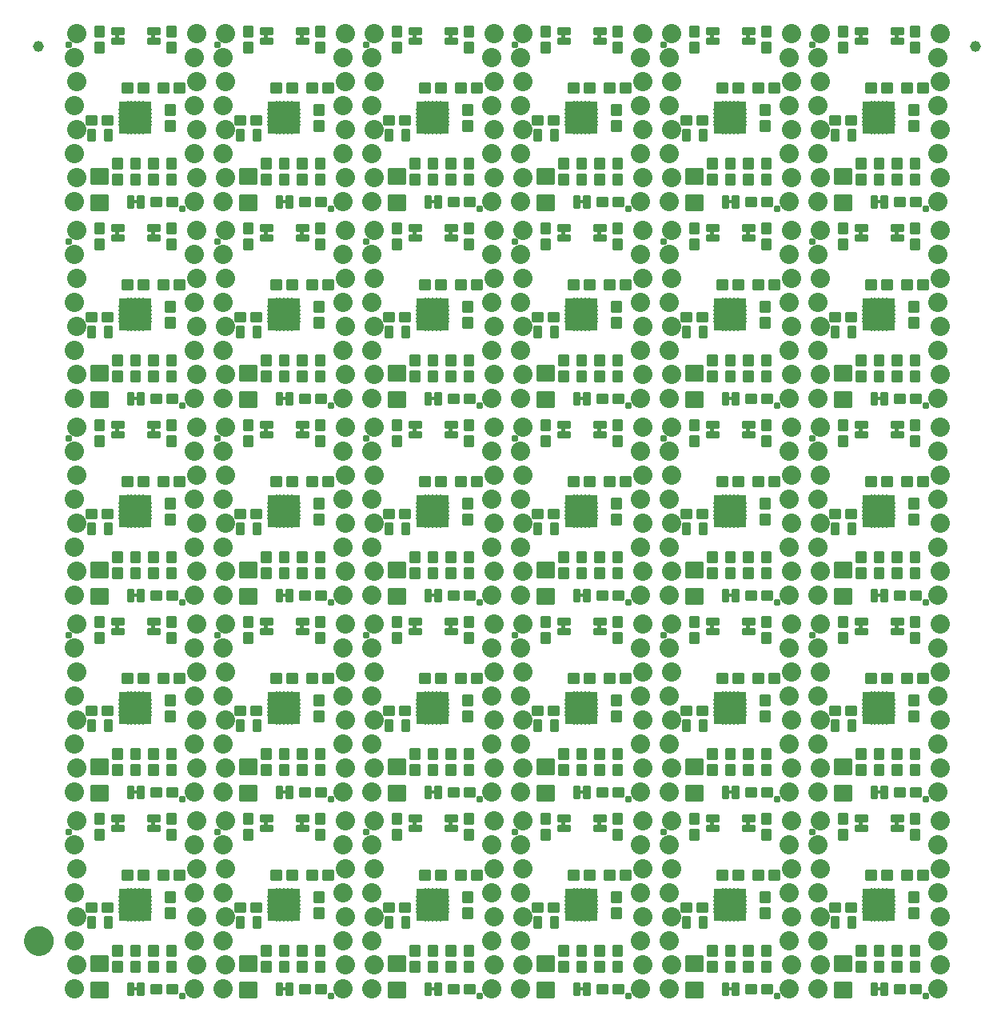
<source format=gts>
G04 EAGLE Gerber RS-274X export*
G75*
%MOMM*%
%FSLAX34Y34*%
%LPD*%
%INSoldermask Top*%
%IPPOS*%
%AMOC8*
5,1,8,0,0,1.08239X$1,22.5*%
G01*
%ADD10C,0.787400*%
%ADD11C,0.251966*%
%ADD12C,0.253525*%
%ADD13C,0.352400*%
%ADD14R,3.403600X3.378200*%
%ADD15C,0.257147*%
%ADD16C,2.032000*%
%ADD17C,0.245334*%
%ADD18C,1.152400*%
%ADD19C,1.270000*%
%ADD20C,1.652400*%

G36*
X714636Y925976D02*
X714636Y925976D01*
X714653Y925973D01*
X714703Y925995D01*
X714754Y926010D01*
X714765Y926023D01*
X714781Y926030D01*
X714811Y926075D01*
X714846Y926115D01*
X714849Y926132D01*
X714858Y926147D01*
X714869Y926220D01*
X714869Y943220D01*
X714864Y943236D01*
X714867Y943253D01*
X714845Y943303D01*
X714830Y943354D01*
X714817Y943365D01*
X714810Y943381D01*
X714765Y943411D01*
X714725Y943446D01*
X714708Y943449D01*
X714694Y943458D01*
X714620Y943469D01*
X697620Y943469D01*
X697604Y943464D01*
X697587Y943467D01*
X697537Y943445D01*
X697486Y943430D01*
X697475Y943417D01*
X697459Y943410D01*
X697429Y943365D01*
X697394Y943325D01*
X697391Y943308D01*
X697382Y943294D01*
X697371Y943220D01*
X697371Y929720D01*
X697384Y929676D01*
X697388Y929662D01*
X697400Y929604D01*
X697408Y929592D01*
X697410Y929586D01*
X697418Y929579D01*
X697440Y929548D01*
X697444Y929544D01*
X700944Y926044D01*
X700996Y926015D01*
X701047Y925982D01*
X701061Y925980D01*
X701066Y925977D01*
X701077Y925977D01*
X701120Y925971D01*
X714620Y925971D01*
X714636Y925976D01*
G37*
G36*
X242196Y717696D02*
X242196Y717696D01*
X242213Y717693D01*
X242263Y717715D01*
X242314Y717730D01*
X242325Y717743D01*
X242341Y717750D01*
X242371Y717795D01*
X242406Y717835D01*
X242409Y717852D01*
X242418Y717867D01*
X242429Y717940D01*
X242429Y734940D01*
X242424Y734956D01*
X242427Y734973D01*
X242405Y735023D01*
X242390Y735074D01*
X242377Y735085D01*
X242370Y735101D01*
X242325Y735131D01*
X242285Y735166D01*
X242268Y735169D01*
X242254Y735178D01*
X242180Y735189D01*
X225180Y735189D01*
X225164Y735184D01*
X225147Y735187D01*
X225097Y735165D01*
X225046Y735150D01*
X225035Y735137D01*
X225019Y735130D01*
X224989Y735085D01*
X224954Y735045D01*
X224951Y735028D01*
X224942Y735014D01*
X224931Y734940D01*
X224931Y721440D01*
X224944Y721396D01*
X224948Y721382D01*
X224960Y721324D01*
X224968Y721312D01*
X224970Y721306D01*
X224978Y721299D01*
X225000Y721268D01*
X225004Y721264D01*
X228504Y717764D01*
X228556Y717735D01*
X228607Y717702D01*
X228621Y717700D01*
X228626Y717697D01*
X228637Y717697D01*
X228680Y717691D01*
X242180Y717691D01*
X242196Y717696D01*
G37*
G36*
X557156Y717696D02*
X557156Y717696D01*
X557173Y717693D01*
X557223Y717715D01*
X557274Y717730D01*
X557285Y717743D01*
X557301Y717750D01*
X557331Y717795D01*
X557366Y717835D01*
X557369Y717852D01*
X557378Y717867D01*
X557389Y717940D01*
X557389Y734940D01*
X557384Y734956D01*
X557387Y734973D01*
X557365Y735023D01*
X557350Y735074D01*
X557337Y735085D01*
X557330Y735101D01*
X557285Y735131D01*
X557245Y735166D01*
X557228Y735169D01*
X557214Y735178D01*
X557140Y735189D01*
X540140Y735189D01*
X540124Y735184D01*
X540107Y735187D01*
X540057Y735165D01*
X540006Y735150D01*
X539995Y735137D01*
X539979Y735130D01*
X539949Y735085D01*
X539914Y735045D01*
X539911Y735028D01*
X539902Y735014D01*
X539891Y734940D01*
X539891Y721440D01*
X539904Y721396D01*
X539908Y721382D01*
X539920Y721324D01*
X539928Y721312D01*
X539930Y721306D01*
X539938Y721299D01*
X539960Y721268D01*
X539964Y721264D01*
X543464Y717764D01*
X543516Y717735D01*
X543567Y717702D01*
X543581Y717700D01*
X543586Y717697D01*
X543597Y717697D01*
X543640Y717691D01*
X557140Y717691D01*
X557156Y717696D01*
G37*
G36*
X84716Y717696D02*
X84716Y717696D01*
X84733Y717693D01*
X84783Y717715D01*
X84834Y717730D01*
X84845Y717743D01*
X84861Y717750D01*
X84891Y717795D01*
X84926Y717835D01*
X84929Y717852D01*
X84938Y717867D01*
X84949Y717940D01*
X84949Y734940D01*
X84944Y734956D01*
X84947Y734973D01*
X84925Y735023D01*
X84910Y735074D01*
X84897Y735085D01*
X84890Y735101D01*
X84845Y735131D01*
X84805Y735166D01*
X84788Y735169D01*
X84774Y735178D01*
X84700Y735189D01*
X67700Y735189D01*
X67684Y735184D01*
X67667Y735187D01*
X67617Y735165D01*
X67566Y735150D01*
X67555Y735137D01*
X67539Y735130D01*
X67509Y735085D01*
X67474Y735045D01*
X67471Y735028D01*
X67462Y735014D01*
X67451Y734940D01*
X67451Y721440D01*
X67464Y721396D01*
X67468Y721382D01*
X67480Y721324D01*
X67488Y721312D01*
X67490Y721306D01*
X67498Y721299D01*
X67520Y721268D01*
X67524Y721264D01*
X71024Y717764D01*
X71076Y717735D01*
X71127Y717702D01*
X71141Y717700D01*
X71146Y717697D01*
X71157Y717697D01*
X71200Y717691D01*
X84700Y717691D01*
X84716Y717696D01*
G37*
G36*
X872116Y717696D02*
X872116Y717696D01*
X872133Y717693D01*
X872183Y717715D01*
X872234Y717730D01*
X872245Y717743D01*
X872261Y717750D01*
X872291Y717795D01*
X872326Y717835D01*
X872329Y717852D01*
X872338Y717867D01*
X872349Y717940D01*
X872349Y734940D01*
X872344Y734956D01*
X872347Y734973D01*
X872325Y735023D01*
X872310Y735074D01*
X872297Y735085D01*
X872290Y735101D01*
X872245Y735131D01*
X872205Y735166D01*
X872188Y735169D01*
X872174Y735178D01*
X872100Y735189D01*
X855100Y735189D01*
X855084Y735184D01*
X855067Y735187D01*
X855017Y735165D01*
X854966Y735150D01*
X854955Y735137D01*
X854939Y735130D01*
X854909Y735085D01*
X854874Y735045D01*
X854871Y735028D01*
X854862Y735014D01*
X854851Y734940D01*
X854851Y721440D01*
X854864Y721396D01*
X854868Y721382D01*
X854880Y721324D01*
X854888Y721312D01*
X854890Y721306D01*
X854898Y721299D01*
X854920Y721268D01*
X854924Y721264D01*
X858424Y717764D01*
X858476Y717735D01*
X858527Y717702D01*
X858541Y717700D01*
X858546Y717697D01*
X858557Y717697D01*
X858600Y717691D01*
X872100Y717691D01*
X872116Y717696D01*
G37*
G36*
X714636Y717696D02*
X714636Y717696D01*
X714653Y717693D01*
X714703Y717715D01*
X714754Y717730D01*
X714765Y717743D01*
X714781Y717750D01*
X714811Y717795D01*
X714846Y717835D01*
X714849Y717852D01*
X714858Y717867D01*
X714869Y717940D01*
X714869Y734940D01*
X714864Y734956D01*
X714867Y734973D01*
X714845Y735023D01*
X714830Y735074D01*
X714817Y735085D01*
X714810Y735101D01*
X714765Y735131D01*
X714725Y735166D01*
X714708Y735169D01*
X714694Y735178D01*
X714620Y735189D01*
X697620Y735189D01*
X697604Y735184D01*
X697587Y735187D01*
X697537Y735165D01*
X697486Y735150D01*
X697475Y735137D01*
X697459Y735130D01*
X697429Y735085D01*
X697394Y735045D01*
X697391Y735028D01*
X697382Y735014D01*
X697371Y734940D01*
X697371Y721440D01*
X697384Y721396D01*
X697388Y721382D01*
X697400Y721324D01*
X697408Y721312D01*
X697410Y721306D01*
X697418Y721299D01*
X697440Y721268D01*
X697444Y721264D01*
X700944Y717764D01*
X700996Y717735D01*
X701047Y717702D01*
X701061Y717700D01*
X701066Y717697D01*
X701077Y717697D01*
X701120Y717691D01*
X714620Y717691D01*
X714636Y717696D01*
G37*
G36*
X399676Y717696D02*
X399676Y717696D01*
X399693Y717693D01*
X399743Y717715D01*
X399794Y717730D01*
X399805Y717743D01*
X399821Y717750D01*
X399851Y717795D01*
X399886Y717835D01*
X399889Y717852D01*
X399898Y717867D01*
X399909Y717940D01*
X399909Y734940D01*
X399904Y734956D01*
X399907Y734973D01*
X399885Y735023D01*
X399870Y735074D01*
X399857Y735085D01*
X399850Y735101D01*
X399805Y735131D01*
X399765Y735166D01*
X399748Y735169D01*
X399734Y735178D01*
X399660Y735189D01*
X382660Y735189D01*
X382644Y735184D01*
X382627Y735187D01*
X382577Y735165D01*
X382526Y735150D01*
X382515Y735137D01*
X382499Y735130D01*
X382469Y735085D01*
X382434Y735045D01*
X382431Y735028D01*
X382422Y735014D01*
X382411Y734940D01*
X382411Y721440D01*
X382424Y721396D01*
X382428Y721382D01*
X382440Y721324D01*
X382448Y721312D01*
X382450Y721306D01*
X382458Y721299D01*
X382480Y721268D01*
X382484Y721264D01*
X385984Y717764D01*
X386036Y717735D01*
X386087Y717702D01*
X386101Y717700D01*
X386106Y717697D01*
X386117Y717697D01*
X386160Y717691D01*
X399660Y717691D01*
X399676Y717696D01*
G37*
G36*
X714636Y509416D02*
X714636Y509416D01*
X714653Y509413D01*
X714703Y509435D01*
X714754Y509450D01*
X714765Y509463D01*
X714781Y509470D01*
X714811Y509515D01*
X714846Y509555D01*
X714849Y509572D01*
X714858Y509587D01*
X714869Y509660D01*
X714869Y526660D01*
X714864Y526676D01*
X714867Y526693D01*
X714845Y526743D01*
X714830Y526794D01*
X714817Y526805D01*
X714810Y526821D01*
X714765Y526851D01*
X714725Y526886D01*
X714708Y526889D01*
X714694Y526898D01*
X714620Y526909D01*
X697620Y526909D01*
X697604Y526904D01*
X697587Y526907D01*
X697537Y526885D01*
X697486Y526870D01*
X697475Y526857D01*
X697459Y526850D01*
X697429Y526805D01*
X697394Y526765D01*
X697391Y526748D01*
X697382Y526734D01*
X697371Y526660D01*
X697371Y513160D01*
X697384Y513116D01*
X697388Y513102D01*
X697400Y513044D01*
X697408Y513032D01*
X697410Y513026D01*
X697418Y513019D01*
X697440Y512988D01*
X697444Y512984D01*
X700944Y509484D01*
X700996Y509455D01*
X701047Y509422D01*
X701061Y509420D01*
X701066Y509417D01*
X701077Y509417D01*
X701120Y509411D01*
X714620Y509411D01*
X714636Y509416D01*
G37*
G36*
X872116Y509416D02*
X872116Y509416D01*
X872133Y509413D01*
X872183Y509435D01*
X872234Y509450D01*
X872245Y509463D01*
X872261Y509470D01*
X872291Y509515D01*
X872326Y509555D01*
X872329Y509572D01*
X872338Y509587D01*
X872349Y509660D01*
X872349Y526660D01*
X872344Y526676D01*
X872347Y526693D01*
X872325Y526743D01*
X872310Y526794D01*
X872297Y526805D01*
X872290Y526821D01*
X872245Y526851D01*
X872205Y526886D01*
X872188Y526889D01*
X872174Y526898D01*
X872100Y526909D01*
X855100Y526909D01*
X855084Y526904D01*
X855067Y526907D01*
X855017Y526885D01*
X854966Y526870D01*
X854955Y526857D01*
X854939Y526850D01*
X854909Y526805D01*
X854874Y526765D01*
X854871Y526748D01*
X854862Y526734D01*
X854851Y526660D01*
X854851Y513160D01*
X854864Y513116D01*
X854868Y513102D01*
X854880Y513044D01*
X854888Y513032D01*
X854890Y513026D01*
X854898Y513019D01*
X854920Y512988D01*
X854924Y512984D01*
X858424Y509484D01*
X858476Y509455D01*
X858527Y509422D01*
X858541Y509420D01*
X858546Y509417D01*
X858557Y509417D01*
X858600Y509411D01*
X872100Y509411D01*
X872116Y509416D01*
G37*
G36*
X84716Y509416D02*
X84716Y509416D01*
X84733Y509413D01*
X84783Y509435D01*
X84834Y509450D01*
X84845Y509463D01*
X84861Y509470D01*
X84891Y509515D01*
X84926Y509555D01*
X84929Y509572D01*
X84938Y509587D01*
X84949Y509660D01*
X84949Y526660D01*
X84944Y526676D01*
X84947Y526693D01*
X84925Y526743D01*
X84910Y526794D01*
X84897Y526805D01*
X84890Y526821D01*
X84845Y526851D01*
X84805Y526886D01*
X84788Y526889D01*
X84774Y526898D01*
X84700Y526909D01*
X67700Y526909D01*
X67684Y526904D01*
X67667Y526907D01*
X67617Y526885D01*
X67566Y526870D01*
X67555Y526857D01*
X67539Y526850D01*
X67509Y526805D01*
X67474Y526765D01*
X67471Y526748D01*
X67462Y526734D01*
X67451Y526660D01*
X67451Y513160D01*
X67464Y513116D01*
X67468Y513102D01*
X67480Y513044D01*
X67488Y513032D01*
X67490Y513026D01*
X67498Y513019D01*
X67520Y512988D01*
X67524Y512984D01*
X71024Y509484D01*
X71076Y509455D01*
X71127Y509422D01*
X71141Y509420D01*
X71146Y509417D01*
X71157Y509417D01*
X71200Y509411D01*
X84700Y509411D01*
X84716Y509416D01*
G37*
G36*
X557156Y509416D02*
X557156Y509416D01*
X557173Y509413D01*
X557223Y509435D01*
X557274Y509450D01*
X557285Y509463D01*
X557301Y509470D01*
X557331Y509515D01*
X557366Y509555D01*
X557369Y509572D01*
X557378Y509587D01*
X557389Y509660D01*
X557389Y526660D01*
X557384Y526676D01*
X557387Y526693D01*
X557365Y526743D01*
X557350Y526794D01*
X557337Y526805D01*
X557330Y526821D01*
X557285Y526851D01*
X557245Y526886D01*
X557228Y526889D01*
X557214Y526898D01*
X557140Y526909D01*
X540140Y526909D01*
X540124Y526904D01*
X540107Y526907D01*
X540057Y526885D01*
X540006Y526870D01*
X539995Y526857D01*
X539979Y526850D01*
X539949Y526805D01*
X539914Y526765D01*
X539911Y526748D01*
X539902Y526734D01*
X539891Y526660D01*
X539891Y513160D01*
X539904Y513116D01*
X539908Y513102D01*
X539920Y513044D01*
X539928Y513032D01*
X539930Y513026D01*
X539938Y513019D01*
X539960Y512988D01*
X539964Y512984D01*
X543464Y509484D01*
X543516Y509455D01*
X543567Y509422D01*
X543581Y509420D01*
X543586Y509417D01*
X543597Y509417D01*
X543640Y509411D01*
X557140Y509411D01*
X557156Y509416D01*
G37*
G36*
X242196Y509416D02*
X242196Y509416D01*
X242213Y509413D01*
X242263Y509435D01*
X242314Y509450D01*
X242325Y509463D01*
X242341Y509470D01*
X242371Y509515D01*
X242406Y509555D01*
X242409Y509572D01*
X242418Y509587D01*
X242429Y509660D01*
X242429Y526660D01*
X242424Y526676D01*
X242427Y526693D01*
X242405Y526743D01*
X242390Y526794D01*
X242377Y526805D01*
X242370Y526821D01*
X242325Y526851D01*
X242285Y526886D01*
X242268Y526889D01*
X242254Y526898D01*
X242180Y526909D01*
X225180Y526909D01*
X225164Y526904D01*
X225147Y526907D01*
X225097Y526885D01*
X225046Y526870D01*
X225035Y526857D01*
X225019Y526850D01*
X224989Y526805D01*
X224954Y526765D01*
X224951Y526748D01*
X224942Y526734D01*
X224931Y526660D01*
X224931Y513160D01*
X224944Y513116D01*
X224948Y513102D01*
X224960Y513044D01*
X224968Y513032D01*
X224970Y513026D01*
X224978Y513019D01*
X225000Y512988D01*
X225004Y512984D01*
X228504Y509484D01*
X228556Y509455D01*
X228607Y509422D01*
X228621Y509420D01*
X228626Y509417D01*
X228637Y509417D01*
X228680Y509411D01*
X242180Y509411D01*
X242196Y509416D01*
G37*
G36*
X557156Y925976D02*
X557156Y925976D01*
X557173Y925973D01*
X557223Y925995D01*
X557274Y926010D01*
X557285Y926023D01*
X557301Y926030D01*
X557331Y926075D01*
X557366Y926115D01*
X557369Y926132D01*
X557378Y926147D01*
X557389Y926220D01*
X557389Y943220D01*
X557384Y943236D01*
X557387Y943253D01*
X557365Y943303D01*
X557350Y943354D01*
X557337Y943365D01*
X557330Y943381D01*
X557285Y943411D01*
X557245Y943446D01*
X557228Y943449D01*
X557214Y943458D01*
X557140Y943469D01*
X540140Y943469D01*
X540124Y943464D01*
X540107Y943467D01*
X540057Y943445D01*
X540006Y943430D01*
X539995Y943417D01*
X539979Y943410D01*
X539949Y943365D01*
X539914Y943325D01*
X539911Y943308D01*
X539902Y943294D01*
X539891Y943220D01*
X539891Y929720D01*
X539904Y929676D01*
X539908Y929662D01*
X539920Y929604D01*
X539928Y929592D01*
X539930Y929586D01*
X539938Y929579D01*
X539960Y929548D01*
X539964Y929544D01*
X543464Y926044D01*
X543516Y926015D01*
X543567Y925982D01*
X543581Y925980D01*
X543586Y925977D01*
X543597Y925977D01*
X543640Y925971D01*
X557140Y925971D01*
X557156Y925976D01*
G37*
G36*
X84716Y925976D02*
X84716Y925976D01*
X84733Y925973D01*
X84783Y925995D01*
X84834Y926010D01*
X84845Y926023D01*
X84861Y926030D01*
X84891Y926075D01*
X84926Y926115D01*
X84929Y926132D01*
X84938Y926147D01*
X84949Y926220D01*
X84949Y943220D01*
X84944Y943236D01*
X84947Y943253D01*
X84925Y943303D01*
X84910Y943354D01*
X84897Y943365D01*
X84890Y943381D01*
X84845Y943411D01*
X84805Y943446D01*
X84788Y943449D01*
X84774Y943458D01*
X84700Y943469D01*
X67700Y943469D01*
X67684Y943464D01*
X67667Y943467D01*
X67617Y943445D01*
X67566Y943430D01*
X67555Y943417D01*
X67539Y943410D01*
X67509Y943365D01*
X67474Y943325D01*
X67471Y943308D01*
X67462Y943294D01*
X67451Y943220D01*
X67451Y929720D01*
X67464Y929676D01*
X67468Y929662D01*
X67480Y929604D01*
X67488Y929592D01*
X67490Y929586D01*
X67498Y929579D01*
X67520Y929548D01*
X67524Y929544D01*
X71024Y926044D01*
X71076Y926015D01*
X71127Y925982D01*
X71141Y925980D01*
X71146Y925977D01*
X71157Y925977D01*
X71200Y925971D01*
X84700Y925971D01*
X84716Y925976D01*
G37*
G36*
X242196Y925976D02*
X242196Y925976D01*
X242213Y925973D01*
X242263Y925995D01*
X242314Y926010D01*
X242325Y926023D01*
X242341Y926030D01*
X242371Y926075D01*
X242406Y926115D01*
X242409Y926132D01*
X242418Y926147D01*
X242429Y926220D01*
X242429Y943220D01*
X242424Y943236D01*
X242427Y943253D01*
X242405Y943303D01*
X242390Y943354D01*
X242377Y943365D01*
X242370Y943381D01*
X242325Y943411D01*
X242285Y943446D01*
X242268Y943449D01*
X242254Y943458D01*
X242180Y943469D01*
X225180Y943469D01*
X225164Y943464D01*
X225147Y943467D01*
X225097Y943445D01*
X225046Y943430D01*
X225035Y943417D01*
X225019Y943410D01*
X224989Y943365D01*
X224954Y943325D01*
X224951Y943308D01*
X224942Y943294D01*
X224931Y943220D01*
X224931Y929720D01*
X224944Y929676D01*
X224948Y929662D01*
X224960Y929604D01*
X224968Y929592D01*
X224970Y929586D01*
X224978Y929579D01*
X225000Y929548D01*
X225004Y929544D01*
X228504Y926044D01*
X228556Y926015D01*
X228607Y925982D01*
X228621Y925980D01*
X228626Y925977D01*
X228637Y925977D01*
X228680Y925971D01*
X242180Y925971D01*
X242196Y925976D01*
G37*
G36*
X399676Y509416D02*
X399676Y509416D01*
X399693Y509413D01*
X399743Y509435D01*
X399794Y509450D01*
X399805Y509463D01*
X399821Y509470D01*
X399851Y509515D01*
X399886Y509555D01*
X399889Y509572D01*
X399898Y509587D01*
X399909Y509660D01*
X399909Y526660D01*
X399904Y526676D01*
X399907Y526693D01*
X399885Y526743D01*
X399870Y526794D01*
X399857Y526805D01*
X399850Y526821D01*
X399805Y526851D01*
X399765Y526886D01*
X399748Y526889D01*
X399734Y526898D01*
X399660Y526909D01*
X382660Y526909D01*
X382644Y526904D01*
X382627Y526907D01*
X382577Y526885D01*
X382526Y526870D01*
X382515Y526857D01*
X382499Y526850D01*
X382469Y526805D01*
X382434Y526765D01*
X382431Y526748D01*
X382422Y526734D01*
X382411Y526660D01*
X382411Y513160D01*
X382424Y513116D01*
X382428Y513102D01*
X382440Y513044D01*
X382448Y513032D01*
X382450Y513026D01*
X382458Y513019D01*
X382480Y512988D01*
X382484Y512984D01*
X385984Y509484D01*
X386036Y509455D01*
X386087Y509422D01*
X386101Y509420D01*
X386106Y509417D01*
X386117Y509417D01*
X386160Y509411D01*
X399660Y509411D01*
X399676Y509416D01*
G37*
G36*
X872116Y925976D02*
X872116Y925976D01*
X872133Y925973D01*
X872183Y925995D01*
X872234Y926010D01*
X872245Y926023D01*
X872261Y926030D01*
X872291Y926075D01*
X872326Y926115D01*
X872329Y926132D01*
X872338Y926147D01*
X872349Y926220D01*
X872349Y943220D01*
X872344Y943236D01*
X872347Y943253D01*
X872325Y943303D01*
X872310Y943354D01*
X872297Y943365D01*
X872290Y943381D01*
X872245Y943411D01*
X872205Y943446D01*
X872188Y943449D01*
X872174Y943458D01*
X872100Y943469D01*
X855100Y943469D01*
X855084Y943464D01*
X855067Y943467D01*
X855017Y943445D01*
X854966Y943430D01*
X854955Y943417D01*
X854939Y943410D01*
X854909Y943365D01*
X854874Y943325D01*
X854871Y943308D01*
X854862Y943294D01*
X854851Y943220D01*
X854851Y929720D01*
X854864Y929676D01*
X854868Y929662D01*
X854880Y929604D01*
X854888Y929592D01*
X854890Y929586D01*
X854898Y929579D01*
X854920Y929548D01*
X854924Y929544D01*
X858424Y926044D01*
X858476Y926015D01*
X858527Y925982D01*
X858541Y925980D01*
X858546Y925977D01*
X858557Y925977D01*
X858600Y925971D01*
X872100Y925971D01*
X872116Y925976D01*
G37*
G36*
X399676Y925976D02*
X399676Y925976D01*
X399693Y925973D01*
X399743Y925995D01*
X399794Y926010D01*
X399805Y926023D01*
X399821Y926030D01*
X399851Y926075D01*
X399886Y926115D01*
X399889Y926132D01*
X399898Y926147D01*
X399909Y926220D01*
X399909Y943220D01*
X399904Y943236D01*
X399907Y943253D01*
X399885Y943303D01*
X399870Y943354D01*
X399857Y943365D01*
X399850Y943381D01*
X399805Y943411D01*
X399765Y943446D01*
X399748Y943449D01*
X399734Y943458D01*
X399660Y943469D01*
X382660Y943469D01*
X382644Y943464D01*
X382627Y943467D01*
X382577Y943445D01*
X382526Y943430D01*
X382515Y943417D01*
X382499Y943410D01*
X382469Y943365D01*
X382434Y943325D01*
X382431Y943308D01*
X382422Y943294D01*
X382411Y943220D01*
X382411Y929720D01*
X382424Y929676D01*
X382428Y929662D01*
X382440Y929604D01*
X382448Y929592D01*
X382450Y929586D01*
X382458Y929579D01*
X382480Y929548D01*
X382484Y929544D01*
X385984Y926044D01*
X386036Y926015D01*
X386087Y925982D01*
X386101Y925980D01*
X386106Y925977D01*
X386117Y925977D01*
X386160Y925971D01*
X399660Y925971D01*
X399676Y925976D01*
G37*
G36*
X714636Y301136D02*
X714636Y301136D01*
X714653Y301133D01*
X714703Y301155D01*
X714754Y301170D01*
X714765Y301183D01*
X714781Y301190D01*
X714811Y301235D01*
X714846Y301275D01*
X714849Y301292D01*
X714858Y301307D01*
X714869Y301380D01*
X714869Y318380D01*
X714864Y318396D01*
X714867Y318413D01*
X714845Y318463D01*
X714830Y318514D01*
X714817Y318525D01*
X714810Y318541D01*
X714765Y318571D01*
X714725Y318606D01*
X714708Y318609D01*
X714694Y318618D01*
X714620Y318629D01*
X697620Y318629D01*
X697604Y318624D01*
X697587Y318627D01*
X697537Y318605D01*
X697486Y318590D01*
X697475Y318577D01*
X697459Y318570D01*
X697429Y318525D01*
X697394Y318485D01*
X697391Y318468D01*
X697382Y318454D01*
X697371Y318380D01*
X697371Y304880D01*
X697384Y304836D01*
X697388Y304822D01*
X697400Y304764D01*
X697408Y304752D01*
X697410Y304746D01*
X697418Y304739D01*
X697440Y304708D01*
X697444Y304704D01*
X700944Y301204D01*
X700996Y301175D01*
X701047Y301142D01*
X701061Y301140D01*
X701066Y301137D01*
X701077Y301137D01*
X701120Y301131D01*
X714620Y301131D01*
X714636Y301136D01*
G37*
G36*
X84716Y301136D02*
X84716Y301136D01*
X84733Y301133D01*
X84783Y301155D01*
X84834Y301170D01*
X84845Y301183D01*
X84861Y301190D01*
X84891Y301235D01*
X84926Y301275D01*
X84929Y301292D01*
X84938Y301307D01*
X84949Y301380D01*
X84949Y318380D01*
X84944Y318396D01*
X84947Y318413D01*
X84925Y318463D01*
X84910Y318514D01*
X84897Y318525D01*
X84890Y318541D01*
X84845Y318571D01*
X84805Y318606D01*
X84788Y318609D01*
X84774Y318618D01*
X84700Y318629D01*
X67700Y318629D01*
X67684Y318624D01*
X67667Y318627D01*
X67617Y318605D01*
X67566Y318590D01*
X67555Y318577D01*
X67539Y318570D01*
X67509Y318525D01*
X67474Y318485D01*
X67471Y318468D01*
X67462Y318454D01*
X67451Y318380D01*
X67451Y304880D01*
X67464Y304836D01*
X67468Y304822D01*
X67480Y304764D01*
X67488Y304752D01*
X67490Y304746D01*
X67498Y304739D01*
X67520Y304708D01*
X67524Y304704D01*
X71024Y301204D01*
X71076Y301175D01*
X71127Y301142D01*
X71141Y301140D01*
X71146Y301137D01*
X71157Y301137D01*
X71200Y301131D01*
X84700Y301131D01*
X84716Y301136D01*
G37*
G36*
X242196Y301136D02*
X242196Y301136D01*
X242213Y301133D01*
X242263Y301155D01*
X242314Y301170D01*
X242325Y301183D01*
X242341Y301190D01*
X242371Y301235D01*
X242406Y301275D01*
X242409Y301292D01*
X242418Y301307D01*
X242429Y301380D01*
X242429Y318380D01*
X242424Y318396D01*
X242427Y318413D01*
X242405Y318463D01*
X242390Y318514D01*
X242377Y318525D01*
X242370Y318541D01*
X242325Y318571D01*
X242285Y318606D01*
X242268Y318609D01*
X242254Y318618D01*
X242180Y318629D01*
X225180Y318629D01*
X225164Y318624D01*
X225147Y318627D01*
X225097Y318605D01*
X225046Y318590D01*
X225035Y318577D01*
X225019Y318570D01*
X224989Y318525D01*
X224954Y318485D01*
X224951Y318468D01*
X224942Y318454D01*
X224931Y318380D01*
X224931Y304880D01*
X224944Y304836D01*
X224948Y304822D01*
X224960Y304764D01*
X224968Y304752D01*
X224970Y304746D01*
X224978Y304739D01*
X225000Y304708D01*
X225004Y304704D01*
X228504Y301204D01*
X228556Y301175D01*
X228607Y301142D01*
X228621Y301140D01*
X228626Y301137D01*
X228637Y301137D01*
X228680Y301131D01*
X242180Y301131D01*
X242196Y301136D01*
G37*
G36*
X399676Y301136D02*
X399676Y301136D01*
X399693Y301133D01*
X399743Y301155D01*
X399794Y301170D01*
X399805Y301183D01*
X399821Y301190D01*
X399851Y301235D01*
X399886Y301275D01*
X399889Y301292D01*
X399898Y301307D01*
X399909Y301380D01*
X399909Y318380D01*
X399904Y318396D01*
X399907Y318413D01*
X399885Y318463D01*
X399870Y318514D01*
X399857Y318525D01*
X399850Y318541D01*
X399805Y318571D01*
X399765Y318606D01*
X399748Y318609D01*
X399734Y318618D01*
X399660Y318629D01*
X382660Y318629D01*
X382644Y318624D01*
X382627Y318627D01*
X382577Y318605D01*
X382526Y318590D01*
X382515Y318577D01*
X382499Y318570D01*
X382469Y318525D01*
X382434Y318485D01*
X382431Y318468D01*
X382422Y318454D01*
X382411Y318380D01*
X382411Y304880D01*
X382424Y304836D01*
X382428Y304822D01*
X382440Y304764D01*
X382448Y304752D01*
X382450Y304746D01*
X382458Y304739D01*
X382480Y304708D01*
X382484Y304704D01*
X385984Y301204D01*
X386036Y301175D01*
X386087Y301142D01*
X386101Y301140D01*
X386106Y301137D01*
X386117Y301137D01*
X386160Y301131D01*
X399660Y301131D01*
X399676Y301136D01*
G37*
G36*
X557156Y301136D02*
X557156Y301136D01*
X557173Y301133D01*
X557223Y301155D01*
X557274Y301170D01*
X557285Y301183D01*
X557301Y301190D01*
X557331Y301235D01*
X557366Y301275D01*
X557369Y301292D01*
X557378Y301307D01*
X557389Y301380D01*
X557389Y318380D01*
X557384Y318396D01*
X557387Y318413D01*
X557365Y318463D01*
X557350Y318514D01*
X557337Y318525D01*
X557330Y318541D01*
X557285Y318571D01*
X557245Y318606D01*
X557228Y318609D01*
X557214Y318618D01*
X557140Y318629D01*
X540140Y318629D01*
X540124Y318624D01*
X540107Y318627D01*
X540057Y318605D01*
X540006Y318590D01*
X539995Y318577D01*
X539979Y318570D01*
X539949Y318525D01*
X539914Y318485D01*
X539911Y318468D01*
X539902Y318454D01*
X539891Y318380D01*
X539891Y304880D01*
X539904Y304836D01*
X539908Y304822D01*
X539920Y304764D01*
X539928Y304752D01*
X539930Y304746D01*
X539938Y304739D01*
X539960Y304708D01*
X539964Y304704D01*
X543464Y301204D01*
X543516Y301175D01*
X543567Y301142D01*
X543581Y301140D01*
X543586Y301137D01*
X543597Y301137D01*
X543640Y301131D01*
X557140Y301131D01*
X557156Y301136D01*
G37*
G36*
X872116Y301136D02*
X872116Y301136D01*
X872133Y301133D01*
X872183Y301155D01*
X872234Y301170D01*
X872245Y301183D01*
X872261Y301190D01*
X872291Y301235D01*
X872326Y301275D01*
X872329Y301292D01*
X872338Y301307D01*
X872349Y301380D01*
X872349Y318380D01*
X872344Y318396D01*
X872347Y318413D01*
X872325Y318463D01*
X872310Y318514D01*
X872297Y318525D01*
X872290Y318541D01*
X872245Y318571D01*
X872205Y318606D01*
X872188Y318609D01*
X872174Y318618D01*
X872100Y318629D01*
X855100Y318629D01*
X855084Y318624D01*
X855067Y318627D01*
X855017Y318605D01*
X854966Y318590D01*
X854955Y318577D01*
X854939Y318570D01*
X854909Y318525D01*
X854874Y318485D01*
X854871Y318468D01*
X854862Y318454D01*
X854851Y318380D01*
X854851Y304880D01*
X854864Y304836D01*
X854868Y304822D01*
X854880Y304764D01*
X854888Y304752D01*
X854890Y304746D01*
X854898Y304739D01*
X854920Y304708D01*
X854924Y304704D01*
X858424Y301204D01*
X858476Y301175D01*
X858527Y301142D01*
X858541Y301140D01*
X858546Y301137D01*
X858557Y301137D01*
X858600Y301131D01*
X872100Y301131D01*
X872116Y301136D01*
G37*
G36*
X399676Y92856D02*
X399676Y92856D01*
X399693Y92853D01*
X399743Y92875D01*
X399794Y92890D01*
X399805Y92903D01*
X399821Y92910D01*
X399851Y92955D01*
X399886Y92995D01*
X399889Y93012D01*
X399898Y93027D01*
X399909Y93100D01*
X399909Y110100D01*
X399904Y110116D01*
X399907Y110133D01*
X399885Y110183D01*
X399870Y110234D01*
X399857Y110245D01*
X399850Y110261D01*
X399805Y110291D01*
X399765Y110326D01*
X399748Y110329D01*
X399734Y110338D01*
X399660Y110349D01*
X382660Y110349D01*
X382644Y110344D01*
X382627Y110347D01*
X382577Y110325D01*
X382526Y110310D01*
X382515Y110297D01*
X382499Y110290D01*
X382469Y110245D01*
X382434Y110205D01*
X382431Y110188D01*
X382422Y110174D01*
X382411Y110100D01*
X382411Y96600D01*
X382424Y96556D01*
X382428Y96542D01*
X382440Y96484D01*
X382448Y96472D01*
X382450Y96466D01*
X382458Y96459D01*
X382480Y96428D01*
X382484Y96424D01*
X385984Y92924D01*
X386036Y92895D01*
X386087Y92862D01*
X386101Y92860D01*
X386106Y92857D01*
X386117Y92857D01*
X386160Y92851D01*
X399660Y92851D01*
X399676Y92856D01*
G37*
G36*
X714636Y92856D02*
X714636Y92856D01*
X714653Y92853D01*
X714703Y92875D01*
X714754Y92890D01*
X714765Y92903D01*
X714781Y92910D01*
X714811Y92955D01*
X714846Y92995D01*
X714849Y93012D01*
X714858Y93027D01*
X714869Y93100D01*
X714869Y110100D01*
X714864Y110116D01*
X714867Y110133D01*
X714845Y110183D01*
X714830Y110234D01*
X714817Y110245D01*
X714810Y110261D01*
X714765Y110291D01*
X714725Y110326D01*
X714708Y110329D01*
X714694Y110338D01*
X714620Y110349D01*
X697620Y110349D01*
X697604Y110344D01*
X697587Y110347D01*
X697537Y110325D01*
X697486Y110310D01*
X697475Y110297D01*
X697459Y110290D01*
X697429Y110245D01*
X697394Y110205D01*
X697391Y110188D01*
X697382Y110174D01*
X697371Y110100D01*
X697371Y96600D01*
X697384Y96556D01*
X697388Y96542D01*
X697400Y96484D01*
X697408Y96472D01*
X697410Y96466D01*
X697418Y96459D01*
X697440Y96428D01*
X697444Y96424D01*
X700944Y92924D01*
X700996Y92895D01*
X701047Y92862D01*
X701061Y92860D01*
X701066Y92857D01*
X701077Y92857D01*
X701120Y92851D01*
X714620Y92851D01*
X714636Y92856D01*
G37*
G36*
X872116Y92856D02*
X872116Y92856D01*
X872133Y92853D01*
X872183Y92875D01*
X872234Y92890D01*
X872245Y92903D01*
X872261Y92910D01*
X872291Y92955D01*
X872326Y92995D01*
X872329Y93012D01*
X872338Y93027D01*
X872349Y93100D01*
X872349Y110100D01*
X872344Y110116D01*
X872347Y110133D01*
X872325Y110183D01*
X872310Y110234D01*
X872297Y110245D01*
X872290Y110261D01*
X872245Y110291D01*
X872205Y110326D01*
X872188Y110329D01*
X872174Y110338D01*
X872100Y110349D01*
X855100Y110349D01*
X855084Y110344D01*
X855067Y110347D01*
X855017Y110325D01*
X854966Y110310D01*
X854955Y110297D01*
X854939Y110290D01*
X854909Y110245D01*
X854874Y110205D01*
X854871Y110188D01*
X854862Y110174D01*
X854851Y110100D01*
X854851Y96600D01*
X854864Y96556D01*
X854868Y96542D01*
X854880Y96484D01*
X854888Y96472D01*
X854890Y96466D01*
X854898Y96459D01*
X854920Y96428D01*
X854924Y96424D01*
X858424Y92924D01*
X858476Y92895D01*
X858527Y92862D01*
X858541Y92860D01*
X858546Y92857D01*
X858557Y92857D01*
X858600Y92851D01*
X872100Y92851D01*
X872116Y92856D01*
G37*
G36*
X242196Y92856D02*
X242196Y92856D01*
X242213Y92853D01*
X242263Y92875D01*
X242314Y92890D01*
X242325Y92903D01*
X242341Y92910D01*
X242371Y92955D01*
X242406Y92995D01*
X242409Y93012D01*
X242418Y93027D01*
X242429Y93100D01*
X242429Y110100D01*
X242424Y110116D01*
X242427Y110133D01*
X242405Y110183D01*
X242390Y110234D01*
X242377Y110245D01*
X242370Y110261D01*
X242325Y110291D01*
X242285Y110326D01*
X242268Y110329D01*
X242254Y110338D01*
X242180Y110349D01*
X225180Y110349D01*
X225164Y110344D01*
X225147Y110347D01*
X225097Y110325D01*
X225046Y110310D01*
X225035Y110297D01*
X225019Y110290D01*
X224989Y110245D01*
X224954Y110205D01*
X224951Y110188D01*
X224942Y110174D01*
X224931Y110100D01*
X224931Y96600D01*
X224944Y96556D01*
X224948Y96542D01*
X224960Y96484D01*
X224968Y96472D01*
X224970Y96466D01*
X224978Y96459D01*
X225000Y96428D01*
X225004Y96424D01*
X228504Y92924D01*
X228556Y92895D01*
X228607Y92862D01*
X228621Y92860D01*
X228626Y92857D01*
X228637Y92857D01*
X228680Y92851D01*
X242180Y92851D01*
X242196Y92856D01*
G37*
G36*
X557156Y92856D02*
X557156Y92856D01*
X557173Y92853D01*
X557223Y92875D01*
X557274Y92890D01*
X557285Y92903D01*
X557301Y92910D01*
X557331Y92955D01*
X557366Y92995D01*
X557369Y93012D01*
X557378Y93027D01*
X557389Y93100D01*
X557389Y110100D01*
X557384Y110116D01*
X557387Y110133D01*
X557365Y110183D01*
X557350Y110234D01*
X557337Y110245D01*
X557330Y110261D01*
X557285Y110291D01*
X557245Y110326D01*
X557228Y110329D01*
X557214Y110338D01*
X557140Y110349D01*
X540140Y110349D01*
X540124Y110344D01*
X540107Y110347D01*
X540057Y110325D01*
X540006Y110310D01*
X539995Y110297D01*
X539979Y110290D01*
X539949Y110245D01*
X539914Y110205D01*
X539911Y110188D01*
X539902Y110174D01*
X539891Y110100D01*
X539891Y96600D01*
X539904Y96556D01*
X539908Y96542D01*
X539920Y96484D01*
X539928Y96472D01*
X539930Y96466D01*
X539938Y96459D01*
X539960Y96428D01*
X539964Y96424D01*
X543464Y92924D01*
X543516Y92895D01*
X543567Y92862D01*
X543581Y92860D01*
X543586Y92857D01*
X543597Y92857D01*
X543640Y92851D01*
X557140Y92851D01*
X557156Y92856D01*
G37*
G36*
X84716Y92856D02*
X84716Y92856D01*
X84733Y92853D01*
X84783Y92875D01*
X84834Y92890D01*
X84845Y92903D01*
X84861Y92910D01*
X84891Y92955D01*
X84926Y92995D01*
X84929Y93012D01*
X84938Y93027D01*
X84949Y93100D01*
X84949Y110100D01*
X84944Y110116D01*
X84947Y110133D01*
X84925Y110183D01*
X84910Y110234D01*
X84897Y110245D01*
X84890Y110261D01*
X84845Y110291D01*
X84805Y110326D01*
X84788Y110329D01*
X84774Y110338D01*
X84700Y110349D01*
X67700Y110349D01*
X67684Y110344D01*
X67667Y110347D01*
X67617Y110325D01*
X67566Y110310D01*
X67555Y110297D01*
X67539Y110290D01*
X67509Y110245D01*
X67474Y110205D01*
X67471Y110188D01*
X67462Y110174D01*
X67451Y110100D01*
X67451Y96600D01*
X67464Y96556D01*
X67468Y96542D01*
X67480Y96484D01*
X67488Y96472D01*
X67490Y96466D01*
X67498Y96459D01*
X67520Y96428D01*
X67524Y96424D01*
X71024Y92924D01*
X71076Y92895D01*
X71127Y92862D01*
X71141Y92860D01*
X71146Y92857D01*
X71157Y92857D01*
X71200Y92851D01*
X84700Y92851D01*
X84716Y92856D01*
G37*
G36*
X569025Y1018552D02*
X569025Y1018552D01*
X569091Y1018554D01*
X569134Y1018572D01*
X569181Y1018580D01*
X569238Y1018614D01*
X569298Y1018639D01*
X569333Y1018670D01*
X569374Y1018695D01*
X569416Y1018746D01*
X569464Y1018790D01*
X569486Y1018832D01*
X569515Y1018869D01*
X569536Y1018931D01*
X569567Y1018990D01*
X569575Y1019044D01*
X569587Y1019081D01*
X569586Y1019121D01*
X569594Y1019175D01*
X569594Y1022985D01*
X569583Y1023050D01*
X569581Y1023116D01*
X569563Y1023159D01*
X569555Y1023206D01*
X569521Y1023263D01*
X569496Y1023323D01*
X569465Y1023358D01*
X569440Y1023399D01*
X569389Y1023441D01*
X569345Y1023489D01*
X569303Y1023511D01*
X569266Y1023540D01*
X569204Y1023561D01*
X569145Y1023592D01*
X569091Y1023600D01*
X569054Y1023612D01*
X569014Y1023611D01*
X568960Y1023619D01*
X566420Y1023619D01*
X566355Y1023608D01*
X566289Y1023606D01*
X566246Y1023588D01*
X566199Y1023580D01*
X566142Y1023546D01*
X566082Y1023521D01*
X566047Y1023490D01*
X566006Y1023465D01*
X565965Y1023414D01*
X565916Y1023370D01*
X565894Y1023328D01*
X565865Y1023291D01*
X565844Y1023229D01*
X565813Y1023170D01*
X565805Y1023116D01*
X565793Y1023079D01*
X565793Y1023075D01*
X565793Y1023074D01*
X565794Y1023039D01*
X565786Y1022985D01*
X565786Y1019175D01*
X565797Y1019110D01*
X565799Y1019044D01*
X565817Y1019001D01*
X565825Y1018954D01*
X565859Y1018897D01*
X565884Y1018837D01*
X565915Y1018802D01*
X565940Y1018761D01*
X565991Y1018720D01*
X566035Y1018671D01*
X566077Y1018649D01*
X566114Y1018620D01*
X566176Y1018599D01*
X566235Y1018568D01*
X566289Y1018560D01*
X566326Y1018548D01*
X566366Y1018549D01*
X566420Y1018541D01*
X568960Y1018541D01*
X569025Y1018552D01*
G37*
G36*
X411545Y1018552D02*
X411545Y1018552D01*
X411611Y1018554D01*
X411654Y1018572D01*
X411701Y1018580D01*
X411758Y1018614D01*
X411818Y1018639D01*
X411853Y1018670D01*
X411894Y1018695D01*
X411936Y1018746D01*
X411984Y1018790D01*
X412006Y1018832D01*
X412035Y1018869D01*
X412056Y1018931D01*
X412087Y1018990D01*
X412095Y1019044D01*
X412107Y1019081D01*
X412106Y1019121D01*
X412114Y1019175D01*
X412114Y1022985D01*
X412103Y1023050D01*
X412101Y1023116D01*
X412083Y1023159D01*
X412075Y1023206D01*
X412041Y1023263D01*
X412016Y1023323D01*
X411985Y1023358D01*
X411960Y1023399D01*
X411909Y1023441D01*
X411865Y1023489D01*
X411823Y1023511D01*
X411786Y1023540D01*
X411724Y1023561D01*
X411665Y1023592D01*
X411611Y1023600D01*
X411574Y1023612D01*
X411534Y1023611D01*
X411480Y1023619D01*
X408940Y1023619D01*
X408875Y1023608D01*
X408809Y1023606D01*
X408766Y1023588D01*
X408719Y1023580D01*
X408662Y1023546D01*
X408602Y1023521D01*
X408567Y1023490D01*
X408526Y1023465D01*
X408485Y1023414D01*
X408436Y1023370D01*
X408414Y1023328D01*
X408385Y1023291D01*
X408364Y1023229D01*
X408333Y1023170D01*
X408325Y1023116D01*
X408313Y1023079D01*
X408313Y1023075D01*
X408313Y1023074D01*
X408314Y1023039D01*
X408306Y1022985D01*
X408306Y1019175D01*
X408317Y1019110D01*
X408319Y1019044D01*
X408337Y1019001D01*
X408345Y1018954D01*
X408379Y1018897D01*
X408404Y1018837D01*
X408435Y1018802D01*
X408460Y1018761D01*
X408511Y1018720D01*
X408555Y1018671D01*
X408597Y1018649D01*
X408634Y1018620D01*
X408696Y1018599D01*
X408755Y1018568D01*
X408809Y1018560D01*
X408846Y1018548D01*
X408886Y1018549D01*
X408940Y1018541D01*
X411480Y1018541D01*
X411545Y1018552D01*
G37*
G36*
X254065Y1018552D02*
X254065Y1018552D01*
X254131Y1018554D01*
X254174Y1018572D01*
X254221Y1018580D01*
X254278Y1018614D01*
X254338Y1018639D01*
X254373Y1018670D01*
X254414Y1018695D01*
X254456Y1018746D01*
X254504Y1018790D01*
X254526Y1018832D01*
X254555Y1018869D01*
X254576Y1018931D01*
X254607Y1018990D01*
X254615Y1019044D01*
X254627Y1019081D01*
X254626Y1019121D01*
X254634Y1019175D01*
X254634Y1022985D01*
X254623Y1023050D01*
X254621Y1023116D01*
X254603Y1023159D01*
X254595Y1023206D01*
X254561Y1023263D01*
X254536Y1023323D01*
X254505Y1023358D01*
X254480Y1023399D01*
X254429Y1023441D01*
X254385Y1023489D01*
X254343Y1023511D01*
X254306Y1023540D01*
X254244Y1023561D01*
X254185Y1023592D01*
X254131Y1023600D01*
X254094Y1023612D01*
X254054Y1023611D01*
X254000Y1023619D01*
X251460Y1023619D01*
X251395Y1023608D01*
X251329Y1023606D01*
X251286Y1023588D01*
X251239Y1023580D01*
X251182Y1023546D01*
X251122Y1023521D01*
X251087Y1023490D01*
X251046Y1023465D01*
X251005Y1023414D01*
X250956Y1023370D01*
X250934Y1023328D01*
X250905Y1023291D01*
X250884Y1023229D01*
X250853Y1023170D01*
X250845Y1023116D01*
X250833Y1023079D01*
X250833Y1023075D01*
X250833Y1023074D01*
X250834Y1023039D01*
X250826Y1022985D01*
X250826Y1019175D01*
X250837Y1019110D01*
X250839Y1019044D01*
X250857Y1019001D01*
X250865Y1018954D01*
X250899Y1018897D01*
X250924Y1018837D01*
X250955Y1018802D01*
X250980Y1018761D01*
X251031Y1018720D01*
X251075Y1018671D01*
X251117Y1018649D01*
X251154Y1018620D01*
X251216Y1018599D01*
X251275Y1018568D01*
X251329Y1018560D01*
X251366Y1018548D01*
X251406Y1018549D01*
X251460Y1018541D01*
X254000Y1018541D01*
X254065Y1018552D01*
G37*
G36*
X215965Y1018552D02*
X215965Y1018552D01*
X216031Y1018554D01*
X216074Y1018572D01*
X216121Y1018580D01*
X216178Y1018614D01*
X216238Y1018639D01*
X216273Y1018670D01*
X216314Y1018695D01*
X216356Y1018746D01*
X216404Y1018790D01*
X216426Y1018832D01*
X216455Y1018869D01*
X216476Y1018931D01*
X216507Y1018990D01*
X216515Y1019044D01*
X216527Y1019081D01*
X216526Y1019121D01*
X216534Y1019175D01*
X216534Y1022985D01*
X216523Y1023050D01*
X216521Y1023116D01*
X216503Y1023159D01*
X216495Y1023206D01*
X216461Y1023263D01*
X216436Y1023323D01*
X216405Y1023358D01*
X216380Y1023399D01*
X216329Y1023441D01*
X216285Y1023489D01*
X216243Y1023511D01*
X216206Y1023540D01*
X216144Y1023561D01*
X216085Y1023592D01*
X216031Y1023600D01*
X215994Y1023612D01*
X215954Y1023611D01*
X215900Y1023619D01*
X213360Y1023619D01*
X213295Y1023608D01*
X213229Y1023606D01*
X213186Y1023588D01*
X213139Y1023580D01*
X213082Y1023546D01*
X213022Y1023521D01*
X212987Y1023490D01*
X212946Y1023465D01*
X212905Y1023414D01*
X212856Y1023370D01*
X212834Y1023328D01*
X212805Y1023291D01*
X212784Y1023229D01*
X212753Y1023170D01*
X212745Y1023116D01*
X212733Y1023079D01*
X212733Y1023075D01*
X212733Y1023074D01*
X212734Y1023039D01*
X212726Y1022985D01*
X212726Y1019175D01*
X212737Y1019110D01*
X212739Y1019044D01*
X212757Y1019001D01*
X212765Y1018954D01*
X212799Y1018897D01*
X212824Y1018837D01*
X212855Y1018802D01*
X212880Y1018761D01*
X212931Y1018720D01*
X212975Y1018671D01*
X213017Y1018649D01*
X213054Y1018620D01*
X213116Y1018599D01*
X213175Y1018568D01*
X213229Y1018560D01*
X213266Y1018548D01*
X213306Y1018549D01*
X213360Y1018541D01*
X215900Y1018541D01*
X215965Y1018552D01*
G37*
G36*
X726505Y1018552D02*
X726505Y1018552D01*
X726571Y1018554D01*
X726614Y1018572D01*
X726661Y1018580D01*
X726718Y1018614D01*
X726778Y1018639D01*
X726813Y1018670D01*
X726854Y1018695D01*
X726896Y1018746D01*
X726944Y1018790D01*
X726966Y1018832D01*
X726995Y1018869D01*
X727016Y1018931D01*
X727047Y1018990D01*
X727055Y1019044D01*
X727067Y1019081D01*
X727066Y1019121D01*
X727074Y1019175D01*
X727074Y1022985D01*
X727063Y1023050D01*
X727061Y1023116D01*
X727043Y1023159D01*
X727035Y1023206D01*
X727001Y1023263D01*
X726976Y1023323D01*
X726945Y1023358D01*
X726920Y1023399D01*
X726869Y1023441D01*
X726825Y1023489D01*
X726783Y1023511D01*
X726746Y1023540D01*
X726684Y1023561D01*
X726625Y1023592D01*
X726571Y1023600D01*
X726534Y1023612D01*
X726494Y1023611D01*
X726440Y1023619D01*
X723900Y1023619D01*
X723835Y1023608D01*
X723769Y1023606D01*
X723726Y1023588D01*
X723679Y1023580D01*
X723622Y1023546D01*
X723562Y1023521D01*
X723527Y1023490D01*
X723486Y1023465D01*
X723445Y1023414D01*
X723396Y1023370D01*
X723374Y1023328D01*
X723345Y1023291D01*
X723324Y1023229D01*
X723293Y1023170D01*
X723285Y1023116D01*
X723273Y1023079D01*
X723273Y1023075D01*
X723273Y1023074D01*
X723274Y1023039D01*
X723266Y1022985D01*
X723266Y1019175D01*
X723277Y1019110D01*
X723279Y1019044D01*
X723297Y1019001D01*
X723305Y1018954D01*
X723339Y1018897D01*
X723364Y1018837D01*
X723395Y1018802D01*
X723420Y1018761D01*
X723471Y1018720D01*
X723515Y1018671D01*
X723557Y1018649D01*
X723594Y1018620D01*
X723656Y1018599D01*
X723715Y1018568D01*
X723769Y1018560D01*
X723806Y1018548D01*
X723846Y1018549D01*
X723900Y1018541D01*
X726440Y1018541D01*
X726505Y1018552D01*
G37*
G36*
X373445Y1018552D02*
X373445Y1018552D01*
X373511Y1018554D01*
X373554Y1018572D01*
X373601Y1018580D01*
X373658Y1018614D01*
X373718Y1018639D01*
X373753Y1018670D01*
X373794Y1018695D01*
X373836Y1018746D01*
X373884Y1018790D01*
X373906Y1018832D01*
X373935Y1018869D01*
X373956Y1018931D01*
X373987Y1018990D01*
X373995Y1019044D01*
X374007Y1019081D01*
X374006Y1019121D01*
X374014Y1019175D01*
X374014Y1022985D01*
X374003Y1023050D01*
X374001Y1023116D01*
X373983Y1023159D01*
X373975Y1023206D01*
X373941Y1023263D01*
X373916Y1023323D01*
X373885Y1023358D01*
X373860Y1023399D01*
X373809Y1023441D01*
X373765Y1023489D01*
X373723Y1023511D01*
X373686Y1023540D01*
X373624Y1023561D01*
X373565Y1023592D01*
X373511Y1023600D01*
X373474Y1023612D01*
X373434Y1023611D01*
X373380Y1023619D01*
X370840Y1023619D01*
X370775Y1023608D01*
X370709Y1023606D01*
X370666Y1023588D01*
X370619Y1023580D01*
X370562Y1023546D01*
X370502Y1023521D01*
X370467Y1023490D01*
X370426Y1023465D01*
X370385Y1023414D01*
X370336Y1023370D01*
X370314Y1023328D01*
X370285Y1023291D01*
X370264Y1023229D01*
X370233Y1023170D01*
X370225Y1023116D01*
X370213Y1023079D01*
X370213Y1023075D01*
X370213Y1023074D01*
X370214Y1023039D01*
X370206Y1022985D01*
X370206Y1019175D01*
X370217Y1019110D01*
X370219Y1019044D01*
X370237Y1019001D01*
X370245Y1018954D01*
X370279Y1018897D01*
X370304Y1018837D01*
X370335Y1018802D01*
X370360Y1018761D01*
X370411Y1018720D01*
X370455Y1018671D01*
X370497Y1018649D01*
X370534Y1018620D01*
X370596Y1018599D01*
X370655Y1018568D01*
X370709Y1018560D01*
X370746Y1018548D01*
X370786Y1018549D01*
X370840Y1018541D01*
X373380Y1018541D01*
X373445Y1018552D01*
G37*
G36*
X58485Y810272D02*
X58485Y810272D01*
X58551Y810274D01*
X58594Y810292D01*
X58641Y810300D01*
X58698Y810334D01*
X58758Y810359D01*
X58793Y810390D01*
X58834Y810415D01*
X58876Y810466D01*
X58924Y810510D01*
X58946Y810552D01*
X58975Y810589D01*
X58996Y810651D01*
X59027Y810710D01*
X59035Y810764D01*
X59047Y810801D01*
X59046Y810841D01*
X59054Y810895D01*
X59054Y814705D01*
X59043Y814770D01*
X59041Y814836D01*
X59023Y814879D01*
X59015Y814926D01*
X58981Y814983D01*
X58956Y815043D01*
X58925Y815078D01*
X58900Y815119D01*
X58849Y815161D01*
X58805Y815209D01*
X58763Y815231D01*
X58726Y815260D01*
X58664Y815281D01*
X58605Y815312D01*
X58551Y815320D01*
X58514Y815332D01*
X58474Y815331D01*
X58420Y815339D01*
X55880Y815339D01*
X55815Y815328D01*
X55749Y815326D01*
X55706Y815308D01*
X55659Y815300D01*
X55602Y815266D01*
X55542Y815241D01*
X55507Y815210D01*
X55466Y815185D01*
X55425Y815134D01*
X55376Y815090D01*
X55354Y815048D01*
X55325Y815011D01*
X55304Y814949D01*
X55273Y814890D01*
X55265Y814836D01*
X55253Y814799D01*
X55253Y814795D01*
X55253Y814794D01*
X55254Y814759D01*
X55246Y814705D01*
X55246Y810895D01*
X55257Y810830D01*
X55259Y810764D01*
X55277Y810721D01*
X55285Y810674D01*
X55319Y810617D01*
X55344Y810557D01*
X55375Y810522D01*
X55400Y810481D01*
X55451Y810440D01*
X55495Y810391D01*
X55537Y810369D01*
X55574Y810340D01*
X55636Y810319D01*
X55695Y810288D01*
X55749Y810280D01*
X55786Y810268D01*
X55826Y810269D01*
X55880Y810261D01*
X58420Y810261D01*
X58485Y810272D01*
G37*
G36*
X254065Y810272D02*
X254065Y810272D01*
X254131Y810274D01*
X254174Y810292D01*
X254221Y810300D01*
X254278Y810334D01*
X254338Y810359D01*
X254373Y810390D01*
X254414Y810415D01*
X254456Y810466D01*
X254504Y810510D01*
X254526Y810552D01*
X254555Y810589D01*
X254576Y810651D01*
X254607Y810710D01*
X254615Y810764D01*
X254627Y810801D01*
X254626Y810841D01*
X254634Y810895D01*
X254634Y814705D01*
X254623Y814770D01*
X254621Y814836D01*
X254603Y814879D01*
X254595Y814926D01*
X254561Y814983D01*
X254536Y815043D01*
X254505Y815078D01*
X254480Y815119D01*
X254429Y815161D01*
X254385Y815209D01*
X254343Y815231D01*
X254306Y815260D01*
X254244Y815281D01*
X254185Y815312D01*
X254131Y815320D01*
X254094Y815332D01*
X254054Y815331D01*
X254000Y815339D01*
X251460Y815339D01*
X251395Y815328D01*
X251329Y815326D01*
X251286Y815308D01*
X251239Y815300D01*
X251182Y815266D01*
X251122Y815241D01*
X251087Y815210D01*
X251046Y815185D01*
X251005Y815134D01*
X250956Y815090D01*
X250934Y815048D01*
X250905Y815011D01*
X250884Y814949D01*
X250853Y814890D01*
X250845Y814836D01*
X250833Y814799D01*
X250833Y814795D01*
X250833Y814794D01*
X250834Y814759D01*
X250826Y814705D01*
X250826Y810895D01*
X250837Y810830D01*
X250839Y810764D01*
X250857Y810721D01*
X250865Y810674D01*
X250899Y810617D01*
X250924Y810557D01*
X250955Y810522D01*
X250980Y810481D01*
X251031Y810440D01*
X251075Y810391D01*
X251117Y810369D01*
X251154Y810340D01*
X251216Y810319D01*
X251275Y810288D01*
X251329Y810280D01*
X251366Y810268D01*
X251406Y810269D01*
X251460Y810261D01*
X254000Y810261D01*
X254065Y810272D01*
G37*
G36*
X569025Y810272D02*
X569025Y810272D01*
X569091Y810274D01*
X569134Y810292D01*
X569181Y810300D01*
X569238Y810334D01*
X569298Y810359D01*
X569333Y810390D01*
X569374Y810415D01*
X569416Y810466D01*
X569464Y810510D01*
X569486Y810552D01*
X569515Y810589D01*
X569536Y810651D01*
X569567Y810710D01*
X569575Y810764D01*
X569587Y810801D01*
X569586Y810841D01*
X569594Y810895D01*
X569594Y814705D01*
X569583Y814770D01*
X569581Y814836D01*
X569563Y814879D01*
X569555Y814926D01*
X569521Y814983D01*
X569496Y815043D01*
X569465Y815078D01*
X569440Y815119D01*
X569389Y815161D01*
X569345Y815209D01*
X569303Y815231D01*
X569266Y815260D01*
X569204Y815281D01*
X569145Y815312D01*
X569091Y815320D01*
X569054Y815332D01*
X569014Y815331D01*
X568960Y815339D01*
X566420Y815339D01*
X566355Y815328D01*
X566289Y815326D01*
X566246Y815308D01*
X566199Y815300D01*
X566142Y815266D01*
X566082Y815241D01*
X566047Y815210D01*
X566006Y815185D01*
X565965Y815134D01*
X565916Y815090D01*
X565894Y815048D01*
X565865Y815011D01*
X565844Y814949D01*
X565813Y814890D01*
X565805Y814836D01*
X565793Y814799D01*
X565793Y814795D01*
X565793Y814794D01*
X565794Y814759D01*
X565786Y814705D01*
X565786Y810895D01*
X565797Y810830D01*
X565799Y810764D01*
X565817Y810721D01*
X565825Y810674D01*
X565859Y810617D01*
X565884Y810557D01*
X565915Y810522D01*
X565940Y810481D01*
X565991Y810440D01*
X566035Y810391D01*
X566077Y810369D01*
X566114Y810340D01*
X566176Y810319D01*
X566235Y810288D01*
X566289Y810280D01*
X566326Y810268D01*
X566366Y810269D01*
X566420Y810261D01*
X568960Y810261D01*
X569025Y810272D01*
G37*
G36*
X96585Y810272D02*
X96585Y810272D01*
X96651Y810274D01*
X96694Y810292D01*
X96741Y810300D01*
X96798Y810334D01*
X96858Y810359D01*
X96893Y810390D01*
X96934Y810415D01*
X96976Y810466D01*
X97024Y810510D01*
X97046Y810552D01*
X97075Y810589D01*
X97096Y810651D01*
X97127Y810710D01*
X97135Y810764D01*
X97147Y810801D01*
X97146Y810841D01*
X97154Y810895D01*
X97154Y814705D01*
X97143Y814770D01*
X97141Y814836D01*
X97123Y814879D01*
X97115Y814926D01*
X97081Y814983D01*
X97056Y815043D01*
X97025Y815078D01*
X97000Y815119D01*
X96949Y815161D01*
X96905Y815209D01*
X96863Y815231D01*
X96826Y815260D01*
X96764Y815281D01*
X96705Y815312D01*
X96651Y815320D01*
X96614Y815332D01*
X96574Y815331D01*
X96520Y815339D01*
X93980Y815339D01*
X93915Y815328D01*
X93849Y815326D01*
X93806Y815308D01*
X93759Y815300D01*
X93702Y815266D01*
X93642Y815241D01*
X93607Y815210D01*
X93566Y815185D01*
X93525Y815134D01*
X93476Y815090D01*
X93454Y815048D01*
X93425Y815011D01*
X93404Y814949D01*
X93373Y814890D01*
X93365Y814836D01*
X93353Y814799D01*
X93353Y814795D01*
X93353Y814794D01*
X93354Y814759D01*
X93346Y814705D01*
X93346Y810895D01*
X93357Y810830D01*
X93359Y810764D01*
X93377Y810721D01*
X93385Y810674D01*
X93419Y810617D01*
X93444Y810557D01*
X93475Y810522D01*
X93500Y810481D01*
X93551Y810440D01*
X93595Y810391D01*
X93637Y810369D01*
X93674Y810340D01*
X93736Y810319D01*
X93795Y810288D01*
X93849Y810280D01*
X93886Y810268D01*
X93926Y810269D01*
X93980Y810261D01*
X96520Y810261D01*
X96585Y810272D01*
G37*
G36*
X688405Y810272D02*
X688405Y810272D01*
X688471Y810274D01*
X688514Y810292D01*
X688561Y810300D01*
X688618Y810334D01*
X688678Y810359D01*
X688713Y810390D01*
X688754Y810415D01*
X688796Y810466D01*
X688844Y810510D01*
X688866Y810552D01*
X688895Y810589D01*
X688916Y810651D01*
X688947Y810710D01*
X688955Y810764D01*
X688967Y810801D01*
X688966Y810841D01*
X688974Y810895D01*
X688974Y814705D01*
X688963Y814770D01*
X688961Y814836D01*
X688943Y814879D01*
X688935Y814926D01*
X688901Y814983D01*
X688876Y815043D01*
X688845Y815078D01*
X688820Y815119D01*
X688769Y815161D01*
X688725Y815209D01*
X688683Y815231D01*
X688646Y815260D01*
X688584Y815281D01*
X688525Y815312D01*
X688471Y815320D01*
X688434Y815332D01*
X688394Y815331D01*
X688340Y815339D01*
X685800Y815339D01*
X685735Y815328D01*
X685669Y815326D01*
X685626Y815308D01*
X685579Y815300D01*
X685522Y815266D01*
X685462Y815241D01*
X685427Y815210D01*
X685386Y815185D01*
X685345Y815134D01*
X685296Y815090D01*
X685274Y815048D01*
X685245Y815011D01*
X685224Y814949D01*
X685193Y814890D01*
X685185Y814836D01*
X685173Y814799D01*
X685173Y814795D01*
X685173Y814794D01*
X685174Y814759D01*
X685166Y814705D01*
X685166Y810895D01*
X685177Y810830D01*
X685179Y810764D01*
X685197Y810721D01*
X685205Y810674D01*
X685239Y810617D01*
X685264Y810557D01*
X685295Y810522D01*
X685320Y810481D01*
X685371Y810440D01*
X685415Y810391D01*
X685457Y810369D01*
X685494Y810340D01*
X685556Y810319D01*
X685615Y810288D01*
X685669Y810280D01*
X685706Y810268D01*
X685746Y810269D01*
X685800Y810261D01*
X688340Y810261D01*
X688405Y810272D01*
G37*
G36*
X411545Y810272D02*
X411545Y810272D01*
X411611Y810274D01*
X411654Y810292D01*
X411701Y810300D01*
X411758Y810334D01*
X411818Y810359D01*
X411853Y810390D01*
X411894Y810415D01*
X411936Y810466D01*
X411984Y810510D01*
X412006Y810552D01*
X412035Y810589D01*
X412056Y810651D01*
X412087Y810710D01*
X412095Y810764D01*
X412107Y810801D01*
X412106Y810841D01*
X412114Y810895D01*
X412114Y814705D01*
X412103Y814770D01*
X412101Y814836D01*
X412083Y814879D01*
X412075Y814926D01*
X412041Y814983D01*
X412016Y815043D01*
X411985Y815078D01*
X411960Y815119D01*
X411909Y815161D01*
X411865Y815209D01*
X411823Y815231D01*
X411786Y815260D01*
X411724Y815281D01*
X411665Y815312D01*
X411611Y815320D01*
X411574Y815332D01*
X411534Y815331D01*
X411480Y815339D01*
X408940Y815339D01*
X408875Y815328D01*
X408809Y815326D01*
X408766Y815308D01*
X408719Y815300D01*
X408662Y815266D01*
X408602Y815241D01*
X408567Y815210D01*
X408526Y815185D01*
X408485Y815134D01*
X408436Y815090D01*
X408414Y815048D01*
X408385Y815011D01*
X408364Y814949D01*
X408333Y814890D01*
X408325Y814836D01*
X408313Y814799D01*
X408313Y814795D01*
X408313Y814794D01*
X408314Y814759D01*
X408306Y814705D01*
X408306Y810895D01*
X408317Y810830D01*
X408319Y810764D01*
X408337Y810721D01*
X408345Y810674D01*
X408379Y810617D01*
X408404Y810557D01*
X408435Y810522D01*
X408460Y810481D01*
X408511Y810440D01*
X408555Y810391D01*
X408597Y810369D01*
X408634Y810340D01*
X408696Y810319D01*
X408755Y810288D01*
X408809Y810280D01*
X408846Y810268D01*
X408886Y810269D01*
X408940Y810261D01*
X411480Y810261D01*
X411545Y810272D01*
G37*
G36*
X845885Y810272D02*
X845885Y810272D01*
X845951Y810274D01*
X845994Y810292D01*
X846041Y810300D01*
X846098Y810334D01*
X846158Y810359D01*
X846193Y810390D01*
X846234Y810415D01*
X846276Y810466D01*
X846324Y810510D01*
X846346Y810552D01*
X846375Y810589D01*
X846396Y810651D01*
X846427Y810710D01*
X846435Y810764D01*
X846447Y810801D01*
X846446Y810841D01*
X846454Y810895D01*
X846454Y814705D01*
X846443Y814770D01*
X846441Y814836D01*
X846423Y814879D01*
X846415Y814926D01*
X846381Y814983D01*
X846356Y815043D01*
X846325Y815078D01*
X846300Y815119D01*
X846249Y815161D01*
X846205Y815209D01*
X846163Y815231D01*
X846126Y815260D01*
X846064Y815281D01*
X846005Y815312D01*
X845951Y815320D01*
X845914Y815332D01*
X845874Y815331D01*
X845820Y815339D01*
X843280Y815339D01*
X843215Y815328D01*
X843149Y815326D01*
X843106Y815308D01*
X843059Y815300D01*
X843002Y815266D01*
X842942Y815241D01*
X842907Y815210D01*
X842866Y815185D01*
X842825Y815134D01*
X842776Y815090D01*
X842754Y815048D01*
X842725Y815011D01*
X842704Y814949D01*
X842673Y814890D01*
X842665Y814836D01*
X842653Y814799D01*
X842653Y814795D01*
X842653Y814794D01*
X842654Y814759D01*
X842646Y814705D01*
X842646Y810895D01*
X842657Y810830D01*
X842659Y810764D01*
X842677Y810721D01*
X842685Y810674D01*
X842719Y810617D01*
X842744Y810557D01*
X842775Y810522D01*
X842800Y810481D01*
X842851Y810440D01*
X842895Y810391D01*
X842937Y810369D01*
X842974Y810340D01*
X843036Y810319D01*
X843095Y810288D01*
X843149Y810280D01*
X843186Y810268D01*
X843226Y810269D01*
X843280Y810261D01*
X845820Y810261D01*
X845885Y810272D01*
G37*
G36*
X373445Y810272D02*
X373445Y810272D01*
X373511Y810274D01*
X373554Y810292D01*
X373601Y810300D01*
X373658Y810334D01*
X373718Y810359D01*
X373753Y810390D01*
X373794Y810415D01*
X373836Y810466D01*
X373884Y810510D01*
X373906Y810552D01*
X373935Y810589D01*
X373956Y810651D01*
X373987Y810710D01*
X373995Y810764D01*
X374007Y810801D01*
X374006Y810841D01*
X374014Y810895D01*
X374014Y814705D01*
X374003Y814770D01*
X374001Y814836D01*
X373983Y814879D01*
X373975Y814926D01*
X373941Y814983D01*
X373916Y815043D01*
X373885Y815078D01*
X373860Y815119D01*
X373809Y815161D01*
X373765Y815209D01*
X373723Y815231D01*
X373686Y815260D01*
X373624Y815281D01*
X373565Y815312D01*
X373511Y815320D01*
X373474Y815332D01*
X373434Y815331D01*
X373380Y815339D01*
X370840Y815339D01*
X370775Y815328D01*
X370709Y815326D01*
X370666Y815308D01*
X370619Y815300D01*
X370562Y815266D01*
X370502Y815241D01*
X370467Y815210D01*
X370426Y815185D01*
X370385Y815134D01*
X370336Y815090D01*
X370314Y815048D01*
X370285Y815011D01*
X370264Y814949D01*
X370233Y814890D01*
X370225Y814836D01*
X370213Y814799D01*
X370213Y814795D01*
X370213Y814794D01*
X370214Y814759D01*
X370206Y814705D01*
X370206Y810895D01*
X370217Y810830D01*
X370219Y810764D01*
X370237Y810721D01*
X370245Y810674D01*
X370279Y810617D01*
X370304Y810557D01*
X370335Y810522D01*
X370360Y810481D01*
X370411Y810440D01*
X370455Y810391D01*
X370497Y810369D01*
X370534Y810340D01*
X370596Y810319D01*
X370655Y810288D01*
X370709Y810280D01*
X370746Y810268D01*
X370786Y810269D01*
X370840Y810261D01*
X373380Y810261D01*
X373445Y810272D01*
G37*
G36*
X883985Y810272D02*
X883985Y810272D01*
X884051Y810274D01*
X884094Y810292D01*
X884141Y810300D01*
X884198Y810334D01*
X884258Y810359D01*
X884293Y810390D01*
X884334Y810415D01*
X884376Y810466D01*
X884424Y810510D01*
X884446Y810552D01*
X884475Y810589D01*
X884496Y810651D01*
X884527Y810710D01*
X884535Y810764D01*
X884547Y810801D01*
X884546Y810841D01*
X884554Y810895D01*
X884554Y814705D01*
X884543Y814770D01*
X884541Y814836D01*
X884523Y814879D01*
X884515Y814926D01*
X884481Y814983D01*
X884456Y815043D01*
X884425Y815078D01*
X884400Y815119D01*
X884349Y815161D01*
X884305Y815209D01*
X884263Y815231D01*
X884226Y815260D01*
X884164Y815281D01*
X884105Y815312D01*
X884051Y815320D01*
X884014Y815332D01*
X883974Y815331D01*
X883920Y815339D01*
X881380Y815339D01*
X881315Y815328D01*
X881249Y815326D01*
X881206Y815308D01*
X881159Y815300D01*
X881102Y815266D01*
X881042Y815241D01*
X881007Y815210D01*
X880966Y815185D01*
X880925Y815134D01*
X880876Y815090D01*
X880854Y815048D01*
X880825Y815011D01*
X880804Y814949D01*
X880773Y814890D01*
X880765Y814836D01*
X880753Y814799D01*
X880753Y814795D01*
X880753Y814794D01*
X880754Y814759D01*
X880746Y814705D01*
X880746Y810895D01*
X880757Y810830D01*
X880759Y810764D01*
X880777Y810721D01*
X880785Y810674D01*
X880819Y810617D01*
X880844Y810557D01*
X880875Y810522D01*
X880900Y810481D01*
X880951Y810440D01*
X880995Y810391D01*
X881037Y810369D01*
X881074Y810340D01*
X881136Y810319D01*
X881195Y810288D01*
X881249Y810280D01*
X881286Y810268D01*
X881326Y810269D01*
X881380Y810261D01*
X883920Y810261D01*
X883985Y810272D01*
G37*
G36*
X726505Y810272D02*
X726505Y810272D01*
X726571Y810274D01*
X726614Y810292D01*
X726661Y810300D01*
X726718Y810334D01*
X726778Y810359D01*
X726813Y810390D01*
X726854Y810415D01*
X726896Y810466D01*
X726944Y810510D01*
X726966Y810552D01*
X726995Y810589D01*
X727016Y810651D01*
X727047Y810710D01*
X727055Y810764D01*
X727067Y810801D01*
X727066Y810841D01*
X727074Y810895D01*
X727074Y814705D01*
X727063Y814770D01*
X727061Y814836D01*
X727043Y814879D01*
X727035Y814926D01*
X727001Y814983D01*
X726976Y815043D01*
X726945Y815078D01*
X726920Y815119D01*
X726869Y815161D01*
X726825Y815209D01*
X726783Y815231D01*
X726746Y815260D01*
X726684Y815281D01*
X726625Y815312D01*
X726571Y815320D01*
X726534Y815332D01*
X726494Y815331D01*
X726440Y815339D01*
X723900Y815339D01*
X723835Y815328D01*
X723769Y815326D01*
X723726Y815308D01*
X723679Y815300D01*
X723622Y815266D01*
X723562Y815241D01*
X723527Y815210D01*
X723486Y815185D01*
X723445Y815134D01*
X723396Y815090D01*
X723374Y815048D01*
X723345Y815011D01*
X723324Y814949D01*
X723293Y814890D01*
X723285Y814836D01*
X723273Y814799D01*
X723273Y814795D01*
X723273Y814794D01*
X723274Y814759D01*
X723266Y814705D01*
X723266Y810895D01*
X723277Y810830D01*
X723279Y810764D01*
X723297Y810721D01*
X723305Y810674D01*
X723339Y810617D01*
X723364Y810557D01*
X723395Y810522D01*
X723420Y810481D01*
X723471Y810440D01*
X723515Y810391D01*
X723557Y810369D01*
X723594Y810340D01*
X723656Y810319D01*
X723715Y810288D01*
X723769Y810280D01*
X723806Y810268D01*
X723846Y810269D01*
X723900Y810261D01*
X726440Y810261D01*
X726505Y810272D01*
G37*
G36*
X215965Y810272D02*
X215965Y810272D01*
X216031Y810274D01*
X216074Y810292D01*
X216121Y810300D01*
X216178Y810334D01*
X216238Y810359D01*
X216273Y810390D01*
X216314Y810415D01*
X216356Y810466D01*
X216404Y810510D01*
X216426Y810552D01*
X216455Y810589D01*
X216476Y810651D01*
X216507Y810710D01*
X216515Y810764D01*
X216527Y810801D01*
X216526Y810841D01*
X216534Y810895D01*
X216534Y814705D01*
X216523Y814770D01*
X216521Y814836D01*
X216503Y814879D01*
X216495Y814926D01*
X216461Y814983D01*
X216436Y815043D01*
X216405Y815078D01*
X216380Y815119D01*
X216329Y815161D01*
X216285Y815209D01*
X216243Y815231D01*
X216206Y815260D01*
X216144Y815281D01*
X216085Y815312D01*
X216031Y815320D01*
X215994Y815332D01*
X215954Y815331D01*
X215900Y815339D01*
X213360Y815339D01*
X213295Y815328D01*
X213229Y815326D01*
X213186Y815308D01*
X213139Y815300D01*
X213082Y815266D01*
X213022Y815241D01*
X212987Y815210D01*
X212946Y815185D01*
X212905Y815134D01*
X212856Y815090D01*
X212834Y815048D01*
X212805Y815011D01*
X212784Y814949D01*
X212753Y814890D01*
X212745Y814836D01*
X212733Y814799D01*
X212733Y814795D01*
X212733Y814794D01*
X212734Y814759D01*
X212726Y814705D01*
X212726Y810895D01*
X212737Y810830D01*
X212739Y810764D01*
X212757Y810721D01*
X212765Y810674D01*
X212799Y810617D01*
X212824Y810557D01*
X212855Y810522D01*
X212880Y810481D01*
X212931Y810440D01*
X212975Y810391D01*
X213017Y810369D01*
X213054Y810340D01*
X213116Y810319D01*
X213175Y810288D01*
X213229Y810280D01*
X213266Y810268D01*
X213306Y810269D01*
X213360Y810261D01*
X215900Y810261D01*
X215965Y810272D01*
G37*
G36*
X530925Y810272D02*
X530925Y810272D01*
X530991Y810274D01*
X531034Y810292D01*
X531081Y810300D01*
X531138Y810334D01*
X531198Y810359D01*
X531233Y810390D01*
X531274Y810415D01*
X531316Y810466D01*
X531364Y810510D01*
X531386Y810552D01*
X531415Y810589D01*
X531436Y810651D01*
X531467Y810710D01*
X531475Y810764D01*
X531487Y810801D01*
X531486Y810841D01*
X531494Y810895D01*
X531494Y814705D01*
X531483Y814770D01*
X531481Y814836D01*
X531463Y814879D01*
X531455Y814926D01*
X531421Y814983D01*
X531396Y815043D01*
X531365Y815078D01*
X531340Y815119D01*
X531289Y815161D01*
X531245Y815209D01*
X531203Y815231D01*
X531166Y815260D01*
X531104Y815281D01*
X531045Y815312D01*
X530991Y815320D01*
X530954Y815332D01*
X530914Y815331D01*
X530860Y815339D01*
X528320Y815339D01*
X528255Y815328D01*
X528189Y815326D01*
X528146Y815308D01*
X528099Y815300D01*
X528042Y815266D01*
X527982Y815241D01*
X527947Y815210D01*
X527906Y815185D01*
X527865Y815134D01*
X527816Y815090D01*
X527794Y815048D01*
X527765Y815011D01*
X527744Y814949D01*
X527713Y814890D01*
X527705Y814836D01*
X527693Y814799D01*
X527693Y814795D01*
X527693Y814794D01*
X527694Y814759D01*
X527686Y814705D01*
X527686Y810895D01*
X527697Y810830D01*
X527699Y810764D01*
X527717Y810721D01*
X527725Y810674D01*
X527759Y810617D01*
X527784Y810557D01*
X527815Y810522D01*
X527840Y810481D01*
X527891Y810440D01*
X527935Y810391D01*
X527977Y810369D01*
X528014Y810340D01*
X528076Y810319D01*
X528135Y810288D01*
X528189Y810280D01*
X528226Y810268D01*
X528266Y810269D01*
X528320Y810261D01*
X530860Y810261D01*
X530925Y810272D01*
G37*
G36*
X883985Y601992D02*
X883985Y601992D01*
X884051Y601994D01*
X884094Y602012D01*
X884141Y602020D01*
X884198Y602054D01*
X884258Y602079D01*
X884293Y602110D01*
X884334Y602135D01*
X884376Y602186D01*
X884424Y602230D01*
X884446Y602272D01*
X884475Y602309D01*
X884496Y602371D01*
X884527Y602430D01*
X884535Y602484D01*
X884547Y602521D01*
X884546Y602561D01*
X884554Y602615D01*
X884554Y606425D01*
X884543Y606490D01*
X884541Y606556D01*
X884523Y606599D01*
X884515Y606646D01*
X884481Y606703D01*
X884456Y606763D01*
X884425Y606798D01*
X884400Y606839D01*
X884349Y606881D01*
X884305Y606929D01*
X884263Y606951D01*
X884226Y606980D01*
X884164Y607001D01*
X884105Y607032D01*
X884051Y607040D01*
X884014Y607052D01*
X883974Y607051D01*
X883920Y607059D01*
X881380Y607059D01*
X881315Y607048D01*
X881249Y607046D01*
X881206Y607028D01*
X881159Y607020D01*
X881102Y606986D01*
X881042Y606961D01*
X881007Y606930D01*
X880966Y606905D01*
X880925Y606854D01*
X880876Y606810D01*
X880854Y606768D01*
X880825Y606731D01*
X880804Y606669D01*
X880773Y606610D01*
X880765Y606556D01*
X880753Y606519D01*
X880753Y606515D01*
X880753Y606514D01*
X880754Y606479D01*
X880746Y606425D01*
X880746Y602615D01*
X880757Y602550D01*
X880759Y602484D01*
X880777Y602441D01*
X880785Y602394D01*
X880819Y602337D01*
X880844Y602277D01*
X880875Y602242D01*
X880900Y602201D01*
X880951Y602160D01*
X880995Y602111D01*
X881037Y602089D01*
X881074Y602060D01*
X881136Y602039D01*
X881195Y602008D01*
X881249Y602000D01*
X881286Y601988D01*
X881326Y601989D01*
X881380Y601981D01*
X883920Y601981D01*
X883985Y601992D01*
G37*
G36*
X845885Y601992D02*
X845885Y601992D01*
X845951Y601994D01*
X845994Y602012D01*
X846041Y602020D01*
X846098Y602054D01*
X846158Y602079D01*
X846193Y602110D01*
X846234Y602135D01*
X846276Y602186D01*
X846324Y602230D01*
X846346Y602272D01*
X846375Y602309D01*
X846396Y602371D01*
X846427Y602430D01*
X846435Y602484D01*
X846447Y602521D01*
X846446Y602561D01*
X846454Y602615D01*
X846454Y606425D01*
X846443Y606490D01*
X846441Y606556D01*
X846423Y606599D01*
X846415Y606646D01*
X846381Y606703D01*
X846356Y606763D01*
X846325Y606798D01*
X846300Y606839D01*
X846249Y606881D01*
X846205Y606929D01*
X846163Y606951D01*
X846126Y606980D01*
X846064Y607001D01*
X846005Y607032D01*
X845951Y607040D01*
X845914Y607052D01*
X845874Y607051D01*
X845820Y607059D01*
X843280Y607059D01*
X843215Y607048D01*
X843149Y607046D01*
X843106Y607028D01*
X843059Y607020D01*
X843002Y606986D01*
X842942Y606961D01*
X842907Y606930D01*
X842866Y606905D01*
X842825Y606854D01*
X842776Y606810D01*
X842754Y606768D01*
X842725Y606731D01*
X842704Y606669D01*
X842673Y606610D01*
X842665Y606556D01*
X842653Y606519D01*
X842653Y606515D01*
X842653Y606514D01*
X842654Y606479D01*
X842646Y606425D01*
X842646Y602615D01*
X842657Y602550D01*
X842659Y602484D01*
X842677Y602441D01*
X842685Y602394D01*
X842719Y602337D01*
X842744Y602277D01*
X842775Y602242D01*
X842800Y602201D01*
X842851Y602160D01*
X842895Y602111D01*
X842937Y602089D01*
X842974Y602060D01*
X843036Y602039D01*
X843095Y602008D01*
X843149Y602000D01*
X843186Y601988D01*
X843226Y601989D01*
X843280Y601981D01*
X845820Y601981D01*
X845885Y601992D01*
G37*
G36*
X96585Y601992D02*
X96585Y601992D01*
X96651Y601994D01*
X96694Y602012D01*
X96741Y602020D01*
X96798Y602054D01*
X96858Y602079D01*
X96893Y602110D01*
X96934Y602135D01*
X96976Y602186D01*
X97024Y602230D01*
X97046Y602272D01*
X97075Y602309D01*
X97096Y602371D01*
X97127Y602430D01*
X97135Y602484D01*
X97147Y602521D01*
X97146Y602561D01*
X97154Y602615D01*
X97154Y606425D01*
X97143Y606490D01*
X97141Y606556D01*
X97123Y606599D01*
X97115Y606646D01*
X97081Y606703D01*
X97056Y606763D01*
X97025Y606798D01*
X97000Y606839D01*
X96949Y606881D01*
X96905Y606929D01*
X96863Y606951D01*
X96826Y606980D01*
X96764Y607001D01*
X96705Y607032D01*
X96651Y607040D01*
X96614Y607052D01*
X96574Y607051D01*
X96520Y607059D01*
X93980Y607059D01*
X93915Y607048D01*
X93849Y607046D01*
X93806Y607028D01*
X93759Y607020D01*
X93702Y606986D01*
X93642Y606961D01*
X93607Y606930D01*
X93566Y606905D01*
X93525Y606854D01*
X93476Y606810D01*
X93454Y606768D01*
X93425Y606731D01*
X93404Y606669D01*
X93373Y606610D01*
X93365Y606556D01*
X93353Y606519D01*
X93353Y606515D01*
X93353Y606514D01*
X93354Y606479D01*
X93346Y606425D01*
X93346Y602615D01*
X93357Y602550D01*
X93359Y602484D01*
X93377Y602441D01*
X93385Y602394D01*
X93419Y602337D01*
X93444Y602277D01*
X93475Y602242D01*
X93500Y602201D01*
X93551Y602160D01*
X93595Y602111D01*
X93637Y602089D01*
X93674Y602060D01*
X93736Y602039D01*
X93795Y602008D01*
X93849Y602000D01*
X93886Y601988D01*
X93926Y601989D01*
X93980Y601981D01*
X96520Y601981D01*
X96585Y601992D01*
G37*
G36*
X688405Y601992D02*
X688405Y601992D01*
X688471Y601994D01*
X688514Y602012D01*
X688561Y602020D01*
X688618Y602054D01*
X688678Y602079D01*
X688713Y602110D01*
X688754Y602135D01*
X688796Y602186D01*
X688844Y602230D01*
X688866Y602272D01*
X688895Y602309D01*
X688916Y602371D01*
X688947Y602430D01*
X688955Y602484D01*
X688967Y602521D01*
X688966Y602561D01*
X688974Y602615D01*
X688974Y606425D01*
X688963Y606490D01*
X688961Y606556D01*
X688943Y606599D01*
X688935Y606646D01*
X688901Y606703D01*
X688876Y606763D01*
X688845Y606798D01*
X688820Y606839D01*
X688769Y606881D01*
X688725Y606929D01*
X688683Y606951D01*
X688646Y606980D01*
X688584Y607001D01*
X688525Y607032D01*
X688471Y607040D01*
X688434Y607052D01*
X688394Y607051D01*
X688340Y607059D01*
X685800Y607059D01*
X685735Y607048D01*
X685669Y607046D01*
X685626Y607028D01*
X685579Y607020D01*
X685522Y606986D01*
X685462Y606961D01*
X685427Y606930D01*
X685386Y606905D01*
X685345Y606854D01*
X685296Y606810D01*
X685274Y606768D01*
X685245Y606731D01*
X685224Y606669D01*
X685193Y606610D01*
X685185Y606556D01*
X685173Y606519D01*
X685173Y606515D01*
X685173Y606514D01*
X685174Y606479D01*
X685166Y606425D01*
X685166Y602615D01*
X685177Y602550D01*
X685179Y602484D01*
X685197Y602441D01*
X685205Y602394D01*
X685239Y602337D01*
X685264Y602277D01*
X685295Y602242D01*
X685320Y602201D01*
X685371Y602160D01*
X685415Y602111D01*
X685457Y602089D01*
X685494Y602060D01*
X685556Y602039D01*
X685615Y602008D01*
X685669Y602000D01*
X685706Y601988D01*
X685746Y601989D01*
X685800Y601981D01*
X688340Y601981D01*
X688405Y601992D01*
G37*
G36*
X373445Y601992D02*
X373445Y601992D01*
X373511Y601994D01*
X373554Y602012D01*
X373601Y602020D01*
X373658Y602054D01*
X373718Y602079D01*
X373753Y602110D01*
X373794Y602135D01*
X373836Y602186D01*
X373884Y602230D01*
X373906Y602272D01*
X373935Y602309D01*
X373956Y602371D01*
X373987Y602430D01*
X373995Y602484D01*
X374007Y602521D01*
X374006Y602561D01*
X374014Y602615D01*
X374014Y606425D01*
X374003Y606490D01*
X374001Y606556D01*
X373983Y606599D01*
X373975Y606646D01*
X373941Y606703D01*
X373916Y606763D01*
X373885Y606798D01*
X373860Y606839D01*
X373809Y606881D01*
X373765Y606929D01*
X373723Y606951D01*
X373686Y606980D01*
X373624Y607001D01*
X373565Y607032D01*
X373511Y607040D01*
X373474Y607052D01*
X373434Y607051D01*
X373380Y607059D01*
X370840Y607059D01*
X370775Y607048D01*
X370709Y607046D01*
X370666Y607028D01*
X370619Y607020D01*
X370562Y606986D01*
X370502Y606961D01*
X370467Y606930D01*
X370426Y606905D01*
X370385Y606854D01*
X370336Y606810D01*
X370314Y606768D01*
X370285Y606731D01*
X370264Y606669D01*
X370233Y606610D01*
X370225Y606556D01*
X370213Y606519D01*
X370213Y606515D01*
X370213Y606514D01*
X370214Y606479D01*
X370206Y606425D01*
X370206Y602615D01*
X370217Y602550D01*
X370219Y602484D01*
X370237Y602441D01*
X370245Y602394D01*
X370279Y602337D01*
X370304Y602277D01*
X370335Y602242D01*
X370360Y602201D01*
X370411Y602160D01*
X370455Y602111D01*
X370497Y602089D01*
X370534Y602060D01*
X370596Y602039D01*
X370655Y602008D01*
X370709Y602000D01*
X370746Y601988D01*
X370786Y601989D01*
X370840Y601981D01*
X373380Y601981D01*
X373445Y601992D01*
G37*
G36*
X569025Y601992D02*
X569025Y601992D01*
X569091Y601994D01*
X569134Y602012D01*
X569181Y602020D01*
X569238Y602054D01*
X569298Y602079D01*
X569333Y602110D01*
X569374Y602135D01*
X569416Y602186D01*
X569464Y602230D01*
X569486Y602272D01*
X569515Y602309D01*
X569536Y602371D01*
X569567Y602430D01*
X569575Y602484D01*
X569587Y602521D01*
X569586Y602561D01*
X569594Y602615D01*
X569594Y606425D01*
X569583Y606490D01*
X569581Y606556D01*
X569563Y606599D01*
X569555Y606646D01*
X569521Y606703D01*
X569496Y606763D01*
X569465Y606798D01*
X569440Y606839D01*
X569389Y606881D01*
X569345Y606929D01*
X569303Y606951D01*
X569266Y606980D01*
X569204Y607001D01*
X569145Y607032D01*
X569091Y607040D01*
X569054Y607052D01*
X569014Y607051D01*
X568960Y607059D01*
X566420Y607059D01*
X566355Y607048D01*
X566289Y607046D01*
X566246Y607028D01*
X566199Y607020D01*
X566142Y606986D01*
X566082Y606961D01*
X566047Y606930D01*
X566006Y606905D01*
X565965Y606854D01*
X565916Y606810D01*
X565894Y606768D01*
X565865Y606731D01*
X565844Y606669D01*
X565813Y606610D01*
X565805Y606556D01*
X565793Y606519D01*
X565793Y606515D01*
X565793Y606514D01*
X565794Y606479D01*
X565786Y606425D01*
X565786Y602615D01*
X565797Y602550D01*
X565799Y602484D01*
X565817Y602441D01*
X565825Y602394D01*
X565859Y602337D01*
X565884Y602277D01*
X565915Y602242D01*
X565940Y602201D01*
X565991Y602160D01*
X566035Y602111D01*
X566077Y602089D01*
X566114Y602060D01*
X566176Y602039D01*
X566235Y602008D01*
X566289Y602000D01*
X566326Y601988D01*
X566366Y601989D01*
X566420Y601981D01*
X568960Y601981D01*
X569025Y601992D01*
G37*
G36*
X411545Y601992D02*
X411545Y601992D01*
X411611Y601994D01*
X411654Y602012D01*
X411701Y602020D01*
X411758Y602054D01*
X411818Y602079D01*
X411853Y602110D01*
X411894Y602135D01*
X411936Y602186D01*
X411984Y602230D01*
X412006Y602272D01*
X412035Y602309D01*
X412056Y602371D01*
X412087Y602430D01*
X412095Y602484D01*
X412107Y602521D01*
X412106Y602561D01*
X412114Y602615D01*
X412114Y606425D01*
X412103Y606490D01*
X412101Y606556D01*
X412083Y606599D01*
X412075Y606646D01*
X412041Y606703D01*
X412016Y606763D01*
X411985Y606798D01*
X411960Y606839D01*
X411909Y606881D01*
X411865Y606929D01*
X411823Y606951D01*
X411786Y606980D01*
X411724Y607001D01*
X411665Y607032D01*
X411611Y607040D01*
X411574Y607052D01*
X411534Y607051D01*
X411480Y607059D01*
X408940Y607059D01*
X408875Y607048D01*
X408809Y607046D01*
X408766Y607028D01*
X408719Y607020D01*
X408662Y606986D01*
X408602Y606961D01*
X408567Y606930D01*
X408526Y606905D01*
X408485Y606854D01*
X408436Y606810D01*
X408414Y606768D01*
X408385Y606731D01*
X408364Y606669D01*
X408333Y606610D01*
X408325Y606556D01*
X408313Y606519D01*
X408313Y606515D01*
X408313Y606514D01*
X408314Y606479D01*
X408306Y606425D01*
X408306Y602615D01*
X408317Y602550D01*
X408319Y602484D01*
X408337Y602441D01*
X408345Y602394D01*
X408379Y602337D01*
X408404Y602277D01*
X408435Y602242D01*
X408460Y602201D01*
X408511Y602160D01*
X408555Y602111D01*
X408597Y602089D01*
X408634Y602060D01*
X408696Y602039D01*
X408755Y602008D01*
X408809Y602000D01*
X408846Y601988D01*
X408886Y601989D01*
X408940Y601981D01*
X411480Y601981D01*
X411545Y601992D01*
G37*
G36*
X58485Y601992D02*
X58485Y601992D01*
X58551Y601994D01*
X58594Y602012D01*
X58641Y602020D01*
X58698Y602054D01*
X58758Y602079D01*
X58793Y602110D01*
X58834Y602135D01*
X58876Y602186D01*
X58924Y602230D01*
X58946Y602272D01*
X58975Y602309D01*
X58996Y602371D01*
X59027Y602430D01*
X59035Y602484D01*
X59047Y602521D01*
X59046Y602561D01*
X59054Y602615D01*
X59054Y606425D01*
X59043Y606490D01*
X59041Y606556D01*
X59023Y606599D01*
X59015Y606646D01*
X58981Y606703D01*
X58956Y606763D01*
X58925Y606798D01*
X58900Y606839D01*
X58849Y606881D01*
X58805Y606929D01*
X58763Y606951D01*
X58726Y606980D01*
X58664Y607001D01*
X58605Y607032D01*
X58551Y607040D01*
X58514Y607052D01*
X58474Y607051D01*
X58420Y607059D01*
X55880Y607059D01*
X55815Y607048D01*
X55749Y607046D01*
X55706Y607028D01*
X55659Y607020D01*
X55602Y606986D01*
X55542Y606961D01*
X55507Y606930D01*
X55466Y606905D01*
X55425Y606854D01*
X55376Y606810D01*
X55354Y606768D01*
X55325Y606731D01*
X55304Y606669D01*
X55273Y606610D01*
X55265Y606556D01*
X55253Y606519D01*
X55253Y606515D01*
X55253Y606514D01*
X55254Y606479D01*
X55246Y606425D01*
X55246Y602615D01*
X55257Y602550D01*
X55259Y602484D01*
X55277Y602441D01*
X55285Y602394D01*
X55319Y602337D01*
X55344Y602277D01*
X55375Y602242D01*
X55400Y602201D01*
X55451Y602160D01*
X55495Y602111D01*
X55537Y602089D01*
X55574Y602060D01*
X55636Y602039D01*
X55695Y602008D01*
X55749Y602000D01*
X55786Y601988D01*
X55826Y601989D01*
X55880Y601981D01*
X58420Y601981D01*
X58485Y601992D01*
G37*
G36*
X254065Y601992D02*
X254065Y601992D01*
X254131Y601994D01*
X254174Y602012D01*
X254221Y602020D01*
X254278Y602054D01*
X254338Y602079D01*
X254373Y602110D01*
X254414Y602135D01*
X254456Y602186D01*
X254504Y602230D01*
X254526Y602272D01*
X254555Y602309D01*
X254576Y602371D01*
X254607Y602430D01*
X254615Y602484D01*
X254627Y602521D01*
X254626Y602561D01*
X254634Y602615D01*
X254634Y606425D01*
X254623Y606490D01*
X254621Y606556D01*
X254603Y606599D01*
X254595Y606646D01*
X254561Y606703D01*
X254536Y606763D01*
X254505Y606798D01*
X254480Y606839D01*
X254429Y606881D01*
X254385Y606929D01*
X254343Y606951D01*
X254306Y606980D01*
X254244Y607001D01*
X254185Y607032D01*
X254131Y607040D01*
X254094Y607052D01*
X254054Y607051D01*
X254000Y607059D01*
X251460Y607059D01*
X251395Y607048D01*
X251329Y607046D01*
X251286Y607028D01*
X251239Y607020D01*
X251182Y606986D01*
X251122Y606961D01*
X251087Y606930D01*
X251046Y606905D01*
X251005Y606854D01*
X250956Y606810D01*
X250934Y606768D01*
X250905Y606731D01*
X250884Y606669D01*
X250853Y606610D01*
X250845Y606556D01*
X250833Y606519D01*
X250833Y606515D01*
X250833Y606514D01*
X250834Y606479D01*
X250826Y606425D01*
X250826Y602615D01*
X250837Y602550D01*
X250839Y602484D01*
X250857Y602441D01*
X250865Y602394D01*
X250899Y602337D01*
X250924Y602277D01*
X250955Y602242D01*
X250980Y602201D01*
X251031Y602160D01*
X251075Y602111D01*
X251117Y602089D01*
X251154Y602060D01*
X251216Y602039D01*
X251275Y602008D01*
X251329Y602000D01*
X251366Y601988D01*
X251406Y601989D01*
X251460Y601981D01*
X254000Y601981D01*
X254065Y601992D01*
G37*
G36*
X726505Y601992D02*
X726505Y601992D01*
X726571Y601994D01*
X726614Y602012D01*
X726661Y602020D01*
X726718Y602054D01*
X726778Y602079D01*
X726813Y602110D01*
X726854Y602135D01*
X726896Y602186D01*
X726944Y602230D01*
X726966Y602272D01*
X726995Y602309D01*
X727016Y602371D01*
X727047Y602430D01*
X727055Y602484D01*
X727067Y602521D01*
X727066Y602561D01*
X727074Y602615D01*
X727074Y606425D01*
X727063Y606490D01*
X727061Y606556D01*
X727043Y606599D01*
X727035Y606646D01*
X727001Y606703D01*
X726976Y606763D01*
X726945Y606798D01*
X726920Y606839D01*
X726869Y606881D01*
X726825Y606929D01*
X726783Y606951D01*
X726746Y606980D01*
X726684Y607001D01*
X726625Y607032D01*
X726571Y607040D01*
X726534Y607052D01*
X726494Y607051D01*
X726440Y607059D01*
X723900Y607059D01*
X723835Y607048D01*
X723769Y607046D01*
X723726Y607028D01*
X723679Y607020D01*
X723622Y606986D01*
X723562Y606961D01*
X723527Y606930D01*
X723486Y606905D01*
X723445Y606854D01*
X723396Y606810D01*
X723374Y606768D01*
X723345Y606731D01*
X723324Y606669D01*
X723293Y606610D01*
X723285Y606556D01*
X723273Y606519D01*
X723273Y606515D01*
X723273Y606514D01*
X723274Y606479D01*
X723266Y606425D01*
X723266Y602615D01*
X723277Y602550D01*
X723279Y602484D01*
X723297Y602441D01*
X723305Y602394D01*
X723339Y602337D01*
X723364Y602277D01*
X723395Y602242D01*
X723420Y602201D01*
X723471Y602160D01*
X723515Y602111D01*
X723557Y602089D01*
X723594Y602060D01*
X723656Y602039D01*
X723715Y602008D01*
X723769Y602000D01*
X723806Y601988D01*
X723846Y601989D01*
X723900Y601981D01*
X726440Y601981D01*
X726505Y601992D01*
G37*
G36*
X215965Y601992D02*
X215965Y601992D01*
X216031Y601994D01*
X216074Y602012D01*
X216121Y602020D01*
X216178Y602054D01*
X216238Y602079D01*
X216273Y602110D01*
X216314Y602135D01*
X216356Y602186D01*
X216404Y602230D01*
X216426Y602272D01*
X216455Y602309D01*
X216476Y602371D01*
X216507Y602430D01*
X216515Y602484D01*
X216527Y602521D01*
X216526Y602561D01*
X216534Y602615D01*
X216534Y606425D01*
X216523Y606490D01*
X216521Y606556D01*
X216503Y606599D01*
X216495Y606646D01*
X216461Y606703D01*
X216436Y606763D01*
X216405Y606798D01*
X216380Y606839D01*
X216329Y606881D01*
X216285Y606929D01*
X216243Y606951D01*
X216206Y606980D01*
X216144Y607001D01*
X216085Y607032D01*
X216031Y607040D01*
X215994Y607052D01*
X215954Y607051D01*
X215900Y607059D01*
X213360Y607059D01*
X213295Y607048D01*
X213229Y607046D01*
X213186Y607028D01*
X213139Y607020D01*
X213082Y606986D01*
X213022Y606961D01*
X212987Y606930D01*
X212946Y606905D01*
X212905Y606854D01*
X212856Y606810D01*
X212834Y606768D01*
X212805Y606731D01*
X212784Y606669D01*
X212753Y606610D01*
X212745Y606556D01*
X212733Y606519D01*
X212733Y606515D01*
X212733Y606514D01*
X212734Y606479D01*
X212726Y606425D01*
X212726Y602615D01*
X212737Y602550D01*
X212739Y602484D01*
X212757Y602441D01*
X212765Y602394D01*
X212799Y602337D01*
X212824Y602277D01*
X212855Y602242D01*
X212880Y602201D01*
X212931Y602160D01*
X212975Y602111D01*
X213017Y602089D01*
X213054Y602060D01*
X213116Y602039D01*
X213175Y602008D01*
X213229Y602000D01*
X213266Y601988D01*
X213306Y601989D01*
X213360Y601981D01*
X215900Y601981D01*
X215965Y601992D01*
G37*
G36*
X530925Y601992D02*
X530925Y601992D01*
X530991Y601994D01*
X531034Y602012D01*
X531081Y602020D01*
X531138Y602054D01*
X531198Y602079D01*
X531233Y602110D01*
X531274Y602135D01*
X531316Y602186D01*
X531364Y602230D01*
X531386Y602272D01*
X531415Y602309D01*
X531436Y602371D01*
X531467Y602430D01*
X531475Y602484D01*
X531487Y602521D01*
X531486Y602561D01*
X531494Y602615D01*
X531494Y606425D01*
X531483Y606490D01*
X531481Y606556D01*
X531463Y606599D01*
X531455Y606646D01*
X531421Y606703D01*
X531396Y606763D01*
X531365Y606798D01*
X531340Y606839D01*
X531289Y606881D01*
X531245Y606929D01*
X531203Y606951D01*
X531166Y606980D01*
X531104Y607001D01*
X531045Y607032D01*
X530991Y607040D01*
X530954Y607052D01*
X530914Y607051D01*
X530860Y607059D01*
X528320Y607059D01*
X528255Y607048D01*
X528189Y607046D01*
X528146Y607028D01*
X528099Y607020D01*
X528042Y606986D01*
X527982Y606961D01*
X527947Y606930D01*
X527906Y606905D01*
X527865Y606854D01*
X527816Y606810D01*
X527794Y606768D01*
X527765Y606731D01*
X527744Y606669D01*
X527713Y606610D01*
X527705Y606556D01*
X527693Y606519D01*
X527693Y606515D01*
X527693Y606514D01*
X527694Y606479D01*
X527686Y606425D01*
X527686Y602615D01*
X527697Y602550D01*
X527699Y602484D01*
X527717Y602441D01*
X527725Y602394D01*
X527759Y602337D01*
X527784Y602277D01*
X527815Y602242D01*
X527840Y602201D01*
X527891Y602160D01*
X527935Y602111D01*
X527977Y602089D01*
X528014Y602060D01*
X528076Y602039D01*
X528135Y602008D01*
X528189Y602000D01*
X528226Y601988D01*
X528266Y601989D01*
X528320Y601981D01*
X530860Y601981D01*
X530925Y601992D01*
G37*
G36*
X96585Y393712D02*
X96585Y393712D01*
X96651Y393714D01*
X96694Y393732D01*
X96741Y393740D01*
X96798Y393774D01*
X96858Y393799D01*
X96893Y393830D01*
X96934Y393855D01*
X96976Y393906D01*
X97024Y393950D01*
X97046Y393992D01*
X97075Y394029D01*
X97096Y394091D01*
X97127Y394150D01*
X97135Y394204D01*
X97147Y394241D01*
X97146Y394281D01*
X97154Y394335D01*
X97154Y398145D01*
X97143Y398210D01*
X97141Y398276D01*
X97123Y398319D01*
X97115Y398366D01*
X97081Y398423D01*
X97056Y398483D01*
X97025Y398518D01*
X97000Y398559D01*
X96949Y398601D01*
X96905Y398649D01*
X96863Y398671D01*
X96826Y398700D01*
X96764Y398721D01*
X96705Y398752D01*
X96651Y398760D01*
X96614Y398772D01*
X96574Y398771D01*
X96520Y398779D01*
X93980Y398779D01*
X93915Y398768D01*
X93849Y398766D01*
X93806Y398748D01*
X93759Y398740D01*
X93702Y398706D01*
X93642Y398681D01*
X93607Y398650D01*
X93566Y398625D01*
X93525Y398574D01*
X93476Y398530D01*
X93454Y398488D01*
X93425Y398451D01*
X93404Y398389D01*
X93373Y398330D01*
X93365Y398276D01*
X93353Y398239D01*
X93353Y398235D01*
X93353Y398234D01*
X93354Y398199D01*
X93346Y398145D01*
X93346Y394335D01*
X93357Y394270D01*
X93359Y394204D01*
X93377Y394161D01*
X93385Y394114D01*
X93419Y394057D01*
X93444Y393997D01*
X93475Y393962D01*
X93500Y393921D01*
X93551Y393880D01*
X93595Y393831D01*
X93637Y393809D01*
X93674Y393780D01*
X93736Y393759D01*
X93795Y393728D01*
X93849Y393720D01*
X93886Y393708D01*
X93926Y393709D01*
X93980Y393701D01*
X96520Y393701D01*
X96585Y393712D01*
G37*
G36*
X569025Y393712D02*
X569025Y393712D01*
X569091Y393714D01*
X569134Y393732D01*
X569181Y393740D01*
X569238Y393774D01*
X569298Y393799D01*
X569333Y393830D01*
X569374Y393855D01*
X569416Y393906D01*
X569464Y393950D01*
X569486Y393992D01*
X569515Y394029D01*
X569536Y394091D01*
X569567Y394150D01*
X569575Y394204D01*
X569587Y394241D01*
X569586Y394281D01*
X569594Y394335D01*
X569594Y398145D01*
X569583Y398210D01*
X569581Y398276D01*
X569563Y398319D01*
X569555Y398366D01*
X569521Y398423D01*
X569496Y398483D01*
X569465Y398518D01*
X569440Y398559D01*
X569389Y398601D01*
X569345Y398649D01*
X569303Y398671D01*
X569266Y398700D01*
X569204Y398721D01*
X569145Y398752D01*
X569091Y398760D01*
X569054Y398772D01*
X569014Y398771D01*
X568960Y398779D01*
X566420Y398779D01*
X566355Y398768D01*
X566289Y398766D01*
X566246Y398748D01*
X566199Y398740D01*
X566142Y398706D01*
X566082Y398681D01*
X566047Y398650D01*
X566006Y398625D01*
X565965Y398574D01*
X565916Y398530D01*
X565894Y398488D01*
X565865Y398451D01*
X565844Y398389D01*
X565813Y398330D01*
X565805Y398276D01*
X565793Y398239D01*
X565793Y398235D01*
X565793Y398234D01*
X565794Y398199D01*
X565786Y398145D01*
X565786Y394335D01*
X565797Y394270D01*
X565799Y394204D01*
X565817Y394161D01*
X565825Y394114D01*
X565859Y394057D01*
X565884Y393997D01*
X565915Y393962D01*
X565940Y393921D01*
X565991Y393880D01*
X566035Y393831D01*
X566077Y393809D01*
X566114Y393780D01*
X566176Y393759D01*
X566235Y393728D01*
X566289Y393720D01*
X566326Y393708D01*
X566366Y393709D01*
X566420Y393701D01*
X568960Y393701D01*
X569025Y393712D01*
G37*
G36*
X373445Y393712D02*
X373445Y393712D01*
X373511Y393714D01*
X373554Y393732D01*
X373601Y393740D01*
X373658Y393774D01*
X373718Y393799D01*
X373753Y393830D01*
X373794Y393855D01*
X373836Y393906D01*
X373884Y393950D01*
X373906Y393992D01*
X373935Y394029D01*
X373956Y394091D01*
X373987Y394150D01*
X373995Y394204D01*
X374007Y394241D01*
X374006Y394281D01*
X374014Y394335D01*
X374014Y398145D01*
X374003Y398210D01*
X374001Y398276D01*
X373983Y398319D01*
X373975Y398366D01*
X373941Y398423D01*
X373916Y398483D01*
X373885Y398518D01*
X373860Y398559D01*
X373809Y398601D01*
X373765Y398649D01*
X373723Y398671D01*
X373686Y398700D01*
X373624Y398721D01*
X373565Y398752D01*
X373511Y398760D01*
X373474Y398772D01*
X373434Y398771D01*
X373380Y398779D01*
X370840Y398779D01*
X370775Y398768D01*
X370709Y398766D01*
X370666Y398748D01*
X370619Y398740D01*
X370562Y398706D01*
X370502Y398681D01*
X370467Y398650D01*
X370426Y398625D01*
X370385Y398574D01*
X370336Y398530D01*
X370314Y398488D01*
X370285Y398451D01*
X370264Y398389D01*
X370233Y398330D01*
X370225Y398276D01*
X370213Y398239D01*
X370213Y398235D01*
X370213Y398234D01*
X370214Y398199D01*
X370206Y398145D01*
X370206Y394335D01*
X370217Y394270D01*
X370219Y394204D01*
X370237Y394161D01*
X370245Y394114D01*
X370279Y394057D01*
X370304Y393997D01*
X370335Y393962D01*
X370360Y393921D01*
X370411Y393880D01*
X370455Y393831D01*
X370497Y393809D01*
X370534Y393780D01*
X370596Y393759D01*
X370655Y393728D01*
X370709Y393720D01*
X370746Y393708D01*
X370786Y393709D01*
X370840Y393701D01*
X373380Y393701D01*
X373445Y393712D01*
G37*
G36*
X883985Y393712D02*
X883985Y393712D01*
X884051Y393714D01*
X884094Y393732D01*
X884141Y393740D01*
X884198Y393774D01*
X884258Y393799D01*
X884293Y393830D01*
X884334Y393855D01*
X884376Y393906D01*
X884424Y393950D01*
X884446Y393992D01*
X884475Y394029D01*
X884496Y394091D01*
X884527Y394150D01*
X884535Y394204D01*
X884547Y394241D01*
X884546Y394281D01*
X884554Y394335D01*
X884554Y398145D01*
X884543Y398210D01*
X884541Y398276D01*
X884523Y398319D01*
X884515Y398366D01*
X884481Y398423D01*
X884456Y398483D01*
X884425Y398518D01*
X884400Y398559D01*
X884349Y398601D01*
X884305Y398649D01*
X884263Y398671D01*
X884226Y398700D01*
X884164Y398721D01*
X884105Y398752D01*
X884051Y398760D01*
X884014Y398772D01*
X883974Y398771D01*
X883920Y398779D01*
X881380Y398779D01*
X881315Y398768D01*
X881249Y398766D01*
X881206Y398748D01*
X881159Y398740D01*
X881102Y398706D01*
X881042Y398681D01*
X881007Y398650D01*
X880966Y398625D01*
X880925Y398574D01*
X880876Y398530D01*
X880854Y398488D01*
X880825Y398451D01*
X880804Y398389D01*
X880773Y398330D01*
X880765Y398276D01*
X880753Y398239D01*
X880753Y398235D01*
X880753Y398234D01*
X880754Y398199D01*
X880746Y398145D01*
X880746Y394335D01*
X880757Y394270D01*
X880759Y394204D01*
X880777Y394161D01*
X880785Y394114D01*
X880819Y394057D01*
X880844Y393997D01*
X880875Y393962D01*
X880900Y393921D01*
X880951Y393880D01*
X880995Y393831D01*
X881037Y393809D01*
X881074Y393780D01*
X881136Y393759D01*
X881195Y393728D01*
X881249Y393720D01*
X881286Y393708D01*
X881326Y393709D01*
X881380Y393701D01*
X883920Y393701D01*
X883985Y393712D01*
G37*
G36*
X726505Y393712D02*
X726505Y393712D01*
X726571Y393714D01*
X726614Y393732D01*
X726661Y393740D01*
X726718Y393774D01*
X726778Y393799D01*
X726813Y393830D01*
X726854Y393855D01*
X726896Y393906D01*
X726944Y393950D01*
X726966Y393992D01*
X726995Y394029D01*
X727016Y394091D01*
X727047Y394150D01*
X727055Y394204D01*
X727067Y394241D01*
X727066Y394281D01*
X727074Y394335D01*
X727074Y398145D01*
X727063Y398210D01*
X727061Y398276D01*
X727043Y398319D01*
X727035Y398366D01*
X727001Y398423D01*
X726976Y398483D01*
X726945Y398518D01*
X726920Y398559D01*
X726869Y398601D01*
X726825Y398649D01*
X726783Y398671D01*
X726746Y398700D01*
X726684Y398721D01*
X726625Y398752D01*
X726571Y398760D01*
X726534Y398772D01*
X726494Y398771D01*
X726440Y398779D01*
X723900Y398779D01*
X723835Y398768D01*
X723769Y398766D01*
X723726Y398748D01*
X723679Y398740D01*
X723622Y398706D01*
X723562Y398681D01*
X723527Y398650D01*
X723486Y398625D01*
X723445Y398574D01*
X723396Y398530D01*
X723374Y398488D01*
X723345Y398451D01*
X723324Y398389D01*
X723293Y398330D01*
X723285Y398276D01*
X723273Y398239D01*
X723273Y398235D01*
X723273Y398234D01*
X723274Y398199D01*
X723266Y398145D01*
X723266Y394335D01*
X723277Y394270D01*
X723279Y394204D01*
X723297Y394161D01*
X723305Y394114D01*
X723339Y394057D01*
X723364Y393997D01*
X723395Y393962D01*
X723420Y393921D01*
X723471Y393880D01*
X723515Y393831D01*
X723557Y393809D01*
X723594Y393780D01*
X723656Y393759D01*
X723715Y393728D01*
X723769Y393720D01*
X723806Y393708D01*
X723846Y393709D01*
X723900Y393701D01*
X726440Y393701D01*
X726505Y393712D01*
G37*
G36*
X688405Y393712D02*
X688405Y393712D01*
X688471Y393714D01*
X688514Y393732D01*
X688561Y393740D01*
X688618Y393774D01*
X688678Y393799D01*
X688713Y393830D01*
X688754Y393855D01*
X688796Y393906D01*
X688844Y393950D01*
X688866Y393992D01*
X688895Y394029D01*
X688916Y394091D01*
X688947Y394150D01*
X688955Y394204D01*
X688967Y394241D01*
X688966Y394281D01*
X688974Y394335D01*
X688974Y398145D01*
X688963Y398210D01*
X688961Y398276D01*
X688943Y398319D01*
X688935Y398366D01*
X688901Y398423D01*
X688876Y398483D01*
X688845Y398518D01*
X688820Y398559D01*
X688769Y398601D01*
X688725Y398649D01*
X688683Y398671D01*
X688646Y398700D01*
X688584Y398721D01*
X688525Y398752D01*
X688471Y398760D01*
X688434Y398772D01*
X688394Y398771D01*
X688340Y398779D01*
X685800Y398779D01*
X685735Y398768D01*
X685669Y398766D01*
X685626Y398748D01*
X685579Y398740D01*
X685522Y398706D01*
X685462Y398681D01*
X685427Y398650D01*
X685386Y398625D01*
X685345Y398574D01*
X685296Y398530D01*
X685274Y398488D01*
X685245Y398451D01*
X685224Y398389D01*
X685193Y398330D01*
X685185Y398276D01*
X685173Y398239D01*
X685173Y398235D01*
X685173Y398234D01*
X685174Y398199D01*
X685166Y398145D01*
X685166Y394335D01*
X685177Y394270D01*
X685179Y394204D01*
X685197Y394161D01*
X685205Y394114D01*
X685239Y394057D01*
X685264Y393997D01*
X685295Y393962D01*
X685320Y393921D01*
X685371Y393880D01*
X685415Y393831D01*
X685457Y393809D01*
X685494Y393780D01*
X685556Y393759D01*
X685615Y393728D01*
X685669Y393720D01*
X685706Y393708D01*
X685746Y393709D01*
X685800Y393701D01*
X688340Y393701D01*
X688405Y393712D01*
G37*
G36*
X530925Y393712D02*
X530925Y393712D01*
X530991Y393714D01*
X531034Y393732D01*
X531081Y393740D01*
X531138Y393774D01*
X531198Y393799D01*
X531233Y393830D01*
X531274Y393855D01*
X531316Y393906D01*
X531364Y393950D01*
X531386Y393992D01*
X531415Y394029D01*
X531436Y394091D01*
X531467Y394150D01*
X531475Y394204D01*
X531487Y394241D01*
X531486Y394281D01*
X531494Y394335D01*
X531494Y398145D01*
X531483Y398210D01*
X531481Y398276D01*
X531463Y398319D01*
X531455Y398366D01*
X531421Y398423D01*
X531396Y398483D01*
X531365Y398518D01*
X531340Y398559D01*
X531289Y398601D01*
X531245Y398649D01*
X531203Y398671D01*
X531166Y398700D01*
X531104Y398721D01*
X531045Y398752D01*
X530991Y398760D01*
X530954Y398772D01*
X530914Y398771D01*
X530860Y398779D01*
X528320Y398779D01*
X528255Y398768D01*
X528189Y398766D01*
X528146Y398748D01*
X528099Y398740D01*
X528042Y398706D01*
X527982Y398681D01*
X527947Y398650D01*
X527906Y398625D01*
X527865Y398574D01*
X527816Y398530D01*
X527794Y398488D01*
X527765Y398451D01*
X527744Y398389D01*
X527713Y398330D01*
X527705Y398276D01*
X527693Y398239D01*
X527693Y398235D01*
X527693Y398234D01*
X527694Y398199D01*
X527686Y398145D01*
X527686Y394335D01*
X527697Y394270D01*
X527699Y394204D01*
X527717Y394161D01*
X527725Y394114D01*
X527759Y394057D01*
X527784Y393997D01*
X527815Y393962D01*
X527840Y393921D01*
X527891Y393880D01*
X527935Y393831D01*
X527977Y393809D01*
X528014Y393780D01*
X528076Y393759D01*
X528135Y393728D01*
X528189Y393720D01*
X528226Y393708D01*
X528266Y393709D01*
X528320Y393701D01*
X530860Y393701D01*
X530925Y393712D01*
G37*
G36*
X215965Y393712D02*
X215965Y393712D01*
X216031Y393714D01*
X216074Y393732D01*
X216121Y393740D01*
X216178Y393774D01*
X216238Y393799D01*
X216273Y393830D01*
X216314Y393855D01*
X216356Y393906D01*
X216404Y393950D01*
X216426Y393992D01*
X216455Y394029D01*
X216476Y394091D01*
X216507Y394150D01*
X216515Y394204D01*
X216527Y394241D01*
X216526Y394281D01*
X216534Y394335D01*
X216534Y398145D01*
X216523Y398210D01*
X216521Y398276D01*
X216503Y398319D01*
X216495Y398366D01*
X216461Y398423D01*
X216436Y398483D01*
X216405Y398518D01*
X216380Y398559D01*
X216329Y398601D01*
X216285Y398649D01*
X216243Y398671D01*
X216206Y398700D01*
X216144Y398721D01*
X216085Y398752D01*
X216031Y398760D01*
X215994Y398772D01*
X215954Y398771D01*
X215900Y398779D01*
X213360Y398779D01*
X213295Y398768D01*
X213229Y398766D01*
X213186Y398748D01*
X213139Y398740D01*
X213082Y398706D01*
X213022Y398681D01*
X212987Y398650D01*
X212946Y398625D01*
X212905Y398574D01*
X212856Y398530D01*
X212834Y398488D01*
X212805Y398451D01*
X212784Y398389D01*
X212753Y398330D01*
X212745Y398276D01*
X212733Y398239D01*
X212733Y398235D01*
X212733Y398234D01*
X212734Y398199D01*
X212726Y398145D01*
X212726Y394335D01*
X212737Y394270D01*
X212739Y394204D01*
X212757Y394161D01*
X212765Y394114D01*
X212799Y394057D01*
X212824Y393997D01*
X212855Y393962D01*
X212880Y393921D01*
X212931Y393880D01*
X212975Y393831D01*
X213017Y393809D01*
X213054Y393780D01*
X213116Y393759D01*
X213175Y393728D01*
X213229Y393720D01*
X213266Y393708D01*
X213306Y393709D01*
X213360Y393701D01*
X215900Y393701D01*
X215965Y393712D01*
G37*
G36*
X254065Y393712D02*
X254065Y393712D01*
X254131Y393714D01*
X254174Y393732D01*
X254221Y393740D01*
X254278Y393774D01*
X254338Y393799D01*
X254373Y393830D01*
X254414Y393855D01*
X254456Y393906D01*
X254504Y393950D01*
X254526Y393992D01*
X254555Y394029D01*
X254576Y394091D01*
X254607Y394150D01*
X254615Y394204D01*
X254627Y394241D01*
X254626Y394281D01*
X254634Y394335D01*
X254634Y398145D01*
X254623Y398210D01*
X254621Y398276D01*
X254603Y398319D01*
X254595Y398366D01*
X254561Y398423D01*
X254536Y398483D01*
X254505Y398518D01*
X254480Y398559D01*
X254429Y398601D01*
X254385Y398649D01*
X254343Y398671D01*
X254306Y398700D01*
X254244Y398721D01*
X254185Y398752D01*
X254131Y398760D01*
X254094Y398772D01*
X254054Y398771D01*
X254000Y398779D01*
X251460Y398779D01*
X251395Y398768D01*
X251329Y398766D01*
X251286Y398748D01*
X251239Y398740D01*
X251182Y398706D01*
X251122Y398681D01*
X251087Y398650D01*
X251046Y398625D01*
X251005Y398574D01*
X250956Y398530D01*
X250934Y398488D01*
X250905Y398451D01*
X250884Y398389D01*
X250853Y398330D01*
X250845Y398276D01*
X250833Y398239D01*
X250833Y398235D01*
X250833Y398234D01*
X250834Y398199D01*
X250826Y398145D01*
X250826Y394335D01*
X250837Y394270D01*
X250839Y394204D01*
X250857Y394161D01*
X250865Y394114D01*
X250899Y394057D01*
X250924Y393997D01*
X250955Y393962D01*
X250980Y393921D01*
X251031Y393880D01*
X251075Y393831D01*
X251117Y393809D01*
X251154Y393780D01*
X251216Y393759D01*
X251275Y393728D01*
X251329Y393720D01*
X251366Y393708D01*
X251406Y393709D01*
X251460Y393701D01*
X254000Y393701D01*
X254065Y393712D01*
G37*
G36*
X58485Y393712D02*
X58485Y393712D01*
X58551Y393714D01*
X58594Y393732D01*
X58641Y393740D01*
X58698Y393774D01*
X58758Y393799D01*
X58793Y393830D01*
X58834Y393855D01*
X58876Y393906D01*
X58924Y393950D01*
X58946Y393992D01*
X58975Y394029D01*
X58996Y394091D01*
X59027Y394150D01*
X59035Y394204D01*
X59047Y394241D01*
X59046Y394281D01*
X59054Y394335D01*
X59054Y398145D01*
X59043Y398210D01*
X59041Y398276D01*
X59023Y398319D01*
X59015Y398366D01*
X58981Y398423D01*
X58956Y398483D01*
X58925Y398518D01*
X58900Y398559D01*
X58849Y398601D01*
X58805Y398649D01*
X58763Y398671D01*
X58726Y398700D01*
X58664Y398721D01*
X58605Y398752D01*
X58551Y398760D01*
X58514Y398772D01*
X58474Y398771D01*
X58420Y398779D01*
X55880Y398779D01*
X55815Y398768D01*
X55749Y398766D01*
X55706Y398748D01*
X55659Y398740D01*
X55602Y398706D01*
X55542Y398681D01*
X55507Y398650D01*
X55466Y398625D01*
X55425Y398574D01*
X55376Y398530D01*
X55354Y398488D01*
X55325Y398451D01*
X55304Y398389D01*
X55273Y398330D01*
X55265Y398276D01*
X55253Y398239D01*
X55253Y398235D01*
X55253Y398234D01*
X55254Y398199D01*
X55246Y398145D01*
X55246Y394335D01*
X55257Y394270D01*
X55259Y394204D01*
X55277Y394161D01*
X55285Y394114D01*
X55319Y394057D01*
X55344Y393997D01*
X55375Y393962D01*
X55400Y393921D01*
X55451Y393880D01*
X55495Y393831D01*
X55537Y393809D01*
X55574Y393780D01*
X55636Y393759D01*
X55695Y393728D01*
X55749Y393720D01*
X55786Y393708D01*
X55826Y393709D01*
X55880Y393701D01*
X58420Y393701D01*
X58485Y393712D01*
G37*
G36*
X845885Y393712D02*
X845885Y393712D01*
X845951Y393714D01*
X845994Y393732D01*
X846041Y393740D01*
X846098Y393774D01*
X846158Y393799D01*
X846193Y393830D01*
X846234Y393855D01*
X846276Y393906D01*
X846324Y393950D01*
X846346Y393992D01*
X846375Y394029D01*
X846396Y394091D01*
X846427Y394150D01*
X846435Y394204D01*
X846447Y394241D01*
X846446Y394281D01*
X846454Y394335D01*
X846454Y398145D01*
X846443Y398210D01*
X846441Y398276D01*
X846423Y398319D01*
X846415Y398366D01*
X846381Y398423D01*
X846356Y398483D01*
X846325Y398518D01*
X846300Y398559D01*
X846249Y398601D01*
X846205Y398649D01*
X846163Y398671D01*
X846126Y398700D01*
X846064Y398721D01*
X846005Y398752D01*
X845951Y398760D01*
X845914Y398772D01*
X845874Y398771D01*
X845820Y398779D01*
X843280Y398779D01*
X843215Y398768D01*
X843149Y398766D01*
X843106Y398748D01*
X843059Y398740D01*
X843002Y398706D01*
X842942Y398681D01*
X842907Y398650D01*
X842866Y398625D01*
X842825Y398574D01*
X842776Y398530D01*
X842754Y398488D01*
X842725Y398451D01*
X842704Y398389D01*
X842673Y398330D01*
X842665Y398276D01*
X842653Y398239D01*
X842653Y398235D01*
X842653Y398234D01*
X842654Y398199D01*
X842646Y398145D01*
X842646Y394335D01*
X842657Y394270D01*
X842659Y394204D01*
X842677Y394161D01*
X842685Y394114D01*
X842719Y394057D01*
X842744Y393997D01*
X842775Y393962D01*
X842800Y393921D01*
X842851Y393880D01*
X842895Y393831D01*
X842937Y393809D01*
X842974Y393780D01*
X843036Y393759D01*
X843095Y393728D01*
X843149Y393720D01*
X843186Y393708D01*
X843226Y393709D01*
X843280Y393701D01*
X845820Y393701D01*
X845885Y393712D01*
G37*
G36*
X411545Y393712D02*
X411545Y393712D01*
X411611Y393714D01*
X411654Y393732D01*
X411701Y393740D01*
X411758Y393774D01*
X411818Y393799D01*
X411853Y393830D01*
X411894Y393855D01*
X411936Y393906D01*
X411984Y393950D01*
X412006Y393992D01*
X412035Y394029D01*
X412056Y394091D01*
X412087Y394150D01*
X412095Y394204D01*
X412107Y394241D01*
X412106Y394281D01*
X412114Y394335D01*
X412114Y398145D01*
X412103Y398210D01*
X412101Y398276D01*
X412083Y398319D01*
X412075Y398366D01*
X412041Y398423D01*
X412016Y398483D01*
X411985Y398518D01*
X411960Y398559D01*
X411909Y398601D01*
X411865Y398649D01*
X411823Y398671D01*
X411786Y398700D01*
X411724Y398721D01*
X411665Y398752D01*
X411611Y398760D01*
X411574Y398772D01*
X411534Y398771D01*
X411480Y398779D01*
X408940Y398779D01*
X408875Y398768D01*
X408809Y398766D01*
X408766Y398748D01*
X408719Y398740D01*
X408662Y398706D01*
X408602Y398681D01*
X408567Y398650D01*
X408526Y398625D01*
X408485Y398574D01*
X408436Y398530D01*
X408414Y398488D01*
X408385Y398451D01*
X408364Y398389D01*
X408333Y398330D01*
X408325Y398276D01*
X408313Y398239D01*
X408313Y398235D01*
X408313Y398234D01*
X408314Y398199D01*
X408306Y398145D01*
X408306Y394335D01*
X408317Y394270D01*
X408319Y394204D01*
X408337Y394161D01*
X408345Y394114D01*
X408379Y394057D01*
X408404Y393997D01*
X408435Y393962D01*
X408460Y393921D01*
X408511Y393880D01*
X408555Y393831D01*
X408597Y393809D01*
X408634Y393780D01*
X408696Y393759D01*
X408755Y393728D01*
X408809Y393720D01*
X408846Y393708D01*
X408886Y393709D01*
X408940Y393701D01*
X411480Y393701D01*
X411545Y393712D01*
G37*
G36*
X883985Y185432D02*
X883985Y185432D01*
X884051Y185434D01*
X884094Y185452D01*
X884141Y185460D01*
X884198Y185494D01*
X884258Y185519D01*
X884293Y185550D01*
X884334Y185575D01*
X884376Y185626D01*
X884424Y185670D01*
X884446Y185712D01*
X884475Y185749D01*
X884496Y185811D01*
X884527Y185870D01*
X884535Y185924D01*
X884547Y185961D01*
X884546Y186001D01*
X884554Y186055D01*
X884554Y189865D01*
X884543Y189930D01*
X884541Y189996D01*
X884523Y190039D01*
X884515Y190086D01*
X884481Y190143D01*
X884456Y190203D01*
X884425Y190238D01*
X884400Y190279D01*
X884349Y190321D01*
X884305Y190369D01*
X884263Y190391D01*
X884226Y190420D01*
X884164Y190441D01*
X884105Y190472D01*
X884051Y190480D01*
X884014Y190492D01*
X883974Y190491D01*
X883920Y190499D01*
X881380Y190499D01*
X881315Y190488D01*
X881249Y190486D01*
X881206Y190468D01*
X881159Y190460D01*
X881102Y190426D01*
X881042Y190401D01*
X881007Y190370D01*
X880966Y190345D01*
X880925Y190294D01*
X880876Y190250D01*
X880854Y190208D01*
X880825Y190171D01*
X880804Y190109D01*
X880773Y190050D01*
X880765Y189996D01*
X880753Y189959D01*
X880753Y189955D01*
X880753Y189954D01*
X880754Y189919D01*
X880746Y189865D01*
X880746Y186055D01*
X880757Y185990D01*
X880759Y185924D01*
X880777Y185881D01*
X880785Y185834D01*
X880819Y185777D01*
X880844Y185717D01*
X880875Y185682D01*
X880900Y185641D01*
X880951Y185600D01*
X880995Y185551D01*
X881037Y185529D01*
X881074Y185500D01*
X881136Y185479D01*
X881195Y185448D01*
X881249Y185440D01*
X881286Y185428D01*
X881326Y185429D01*
X881380Y185421D01*
X883920Y185421D01*
X883985Y185432D01*
G37*
G36*
X411545Y185432D02*
X411545Y185432D01*
X411611Y185434D01*
X411654Y185452D01*
X411701Y185460D01*
X411758Y185494D01*
X411818Y185519D01*
X411853Y185550D01*
X411894Y185575D01*
X411936Y185626D01*
X411984Y185670D01*
X412006Y185712D01*
X412035Y185749D01*
X412056Y185811D01*
X412087Y185870D01*
X412095Y185924D01*
X412107Y185961D01*
X412106Y186001D01*
X412114Y186055D01*
X412114Y189865D01*
X412103Y189930D01*
X412101Y189996D01*
X412083Y190039D01*
X412075Y190086D01*
X412041Y190143D01*
X412016Y190203D01*
X411985Y190238D01*
X411960Y190279D01*
X411909Y190321D01*
X411865Y190369D01*
X411823Y190391D01*
X411786Y190420D01*
X411724Y190441D01*
X411665Y190472D01*
X411611Y190480D01*
X411574Y190492D01*
X411534Y190491D01*
X411480Y190499D01*
X408940Y190499D01*
X408875Y190488D01*
X408809Y190486D01*
X408766Y190468D01*
X408719Y190460D01*
X408662Y190426D01*
X408602Y190401D01*
X408567Y190370D01*
X408526Y190345D01*
X408485Y190294D01*
X408436Y190250D01*
X408414Y190208D01*
X408385Y190171D01*
X408364Y190109D01*
X408333Y190050D01*
X408325Y189996D01*
X408313Y189959D01*
X408313Y189955D01*
X408313Y189954D01*
X408314Y189919D01*
X408306Y189865D01*
X408306Y186055D01*
X408317Y185990D01*
X408319Y185924D01*
X408337Y185881D01*
X408345Y185834D01*
X408379Y185777D01*
X408404Y185717D01*
X408435Y185682D01*
X408460Y185641D01*
X408511Y185600D01*
X408555Y185551D01*
X408597Y185529D01*
X408634Y185500D01*
X408696Y185479D01*
X408755Y185448D01*
X408809Y185440D01*
X408846Y185428D01*
X408886Y185429D01*
X408940Y185421D01*
X411480Y185421D01*
X411545Y185432D01*
G37*
G36*
X215965Y185432D02*
X215965Y185432D01*
X216031Y185434D01*
X216074Y185452D01*
X216121Y185460D01*
X216178Y185494D01*
X216238Y185519D01*
X216273Y185550D01*
X216314Y185575D01*
X216356Y185626D01*
X216404Y185670D01*
X216426Y185712D01*
X216455Y185749D01*
X216476Y185811D01*
X216507Y185870D01*
X216515Y185924D01*
X216527Y185961D01*
X216526Y186001D01*
X216534Y186055D01*
X216534Y189865D01*
X216523Y189930D01*
X216521Y189996D01*
X216503Y190039D01*
X216495Y190086D01*
X216461Y190143D01*
X216436Y190203D01*
X216405Y190238D01*
X216380Y190279D01*
X216329Y190321D01*
X216285Y190369D01*
X216243Y190391D01*
X216206Y190420D01*
X216144Y190441D01*
X216085Y190472D01*
X216031Y190480D01*
X215994Y190492D01*
X215954Y190491D01*
X215900Y190499D01*
X213360Y190499D01*
X213295Y190488D01*
X213229Y190486D01*
X213186Y190468D01*
X213139Y190460D01*
X213082Y190426D01*
X213022Y190401D01*
X212987Y190370D01*
X212946Y190345D01*
X212905Y190294D01*
X212856Y190250D01*
X212834Y190208D01*
X212805Y190171D01*
X212784Y190109D01*
X212753Y190050D01*
X212745Y189996D01*
X212733Y189959D01*
X212733Y189955D01*
X212733Y189954D01*
X212734Y189919D01*
X212726Y189865D01*
X212726Y186055D01*
X212737Y185990D01*
X212739Y185924D01*
X212757Y185881D01*
X212765Y185834D01*
X212799Y185777D01*
X212824Y185717D01*
X212855Y185682D01*
X212880Y185641D01*
X212931Y185600D01*
X212975Y185551D01*
X213017Y185529D01*
X213054Y185500D01*
X213116Y185479D01*
X213175Y185448D01*
X213229Y185440D01*
X213266Y185428D01*
X213306Y185429D01*
X213360Y185421D01*
X215900Y185421D01*
X215965Y185432D01*
G37*
G36*
X96585Y185432D02*
X96585Y185432D01*
X96651Y185434D01*
X96694Y185452D01*
X96741Y185460D01*
X96798Y185494D01*
X96858Y185519D01*
X96893Y185550D01*
X96934Y185575D01*
X96976Y185626D01*
X97024Y185670D01*
X97046Y185712D01*
X97075Y185749D01*
X97096Y185811D01*
X97127Y185870D01*
X97135Y185924D01*
X97147Y185961D01*
X97146Y186001D01*
X97154Y186055D01*
X97154Y189865D01*
X97143Y189930D01*
X97141Y189996D01*
X97123Y190039D01*
X97115Y190086D01*
X97081Y190143D01*
X97056Y190203D01*
X97025Y190238D01*
X97000Y190279D01*
X96949Y190321D01*
X96905Y190369D01*
X96863Y190391D01*
X96826Y190420D01*
X96764Y190441D01*
X96705Y190472D01*
X96651Y190480D01*
X96614Y190492D01*
X96574Y190491D01*
X96520Y190499D01*
X93980Y190499D01*
X93915Y190488D01*
X93849Y190486D01*
X93806Y190468D01*
X93759Y190460D01*
X93702Y190426D01*
X93642Y190401D01*
X93607Y190370D01*
X93566Y190345D01*
X93525Y190294D01*
X93476Y190250D01*
X93454Y190208D01*
X93425Y190171D01*
X93404Y190109D01*
X93373Y190050D01*
X93365Y189996D01*
X93353Y189959D01*
X93353Y189955D01*
X93353Y189954D01*
X93354Y189919D01*
X93346Y189865D01*
X93346Y186055D01*
X93357Y185990D01*
X93359Y185924D01*
X93377Y185881D01*
X93385Y185834D01*
X93419Y185777D01*
X93444Y185717D01*
X93475Y185682D01*
X93500Y185641D01*
X93551Y185600D01*
X93595Y185551D01*
X93637Y185529D01*
X93674Y185500D01*
X93736Y185479D01*
X93795Y185448D01*
X93849Y185440D01*
X93886Y185428D01*
X93926Y185429D01*
X93980Y185421D01*
X96520Y185421D01*
X96585Y185432D01*
G37*
G36*
X688405Y185432D02*
X688405Y185432D01*
X688471Y185434D01*
X688514Y185452D01*
X688561Y185460D01*
X688618Y185494D01*
X688678Y185519D01*
X688713Y185550D01*
X688754Y185575D01*
X688796Y185626D01*
X688844Y185670D01*
X688866Y185712D01*
X688895Y185749D01*
X688916Y185811D01*
X688947Y185870D01*
X688955Y185924D01*
X688967Y185961D01*
X688966Y186001D01*
X688974Y186055D01*
X688974Y189865D01*
X688963Y189930D01*
X688961Y189996D01*
X688943Y190039D01*
X688935Y190086D01*
X688901Y190143D01*
X688876Y190203D01*
X688845Y190238D01*
X688820Y190279D01*
X688769Y190321D01*
X688725Y190369D01*
X688683Y190391D01*
X688646Y190420D01*
X688584Y190441D01*
X688525Y190472D01*
X688471Y190480D01*
X688434Y190492D01*
X688394Y190491D01*
X688340Y190499D01*
X685800Y190499D01*
X685735Y190488D01*
X685669Y190486D01*
X685626Y190468D01*
X685579Y190460D01*
X685522Y190426D01*
X685462Y190401D01*
X685427Y190370D01*
X685386Y190345D01*
X685345Y190294D01*
X685296Y190250D01*
X685274Y190208D01*
X685245Y190171D01*
X685224Y190109D01*
X685193Y190050D01*
X685185Y189996D01*
X685173Y189959D01*
X685173Y189955D01*
X685173Y189954D01*
X685174Y189919D01*
X685166Y189865D01*
X685166Y186055D01*
X685177Y185990D01*
X685179Y185924D01*
X685197Y185881D01*
X685205Y185834D01*
X685239Y185777D01*
X685264Y185717D01*
X685295Y185682D01*
X685320Y185641D01*
X685371Y185600D01*
X685415Y185551D01*
X685457Y185529D01*
X685494Y185500D01*
X685556Y185479D01*
X685615Y185448D01*
X685669Y185440D01*
X685706Y185428D01*
X685746Y185429D01*
X685800Y185421D01*
X688340Y185421D01*
X688405Y185432D01*
G37*
G36*
X845885Y185432D02*
X845885Y185432D01*
X845951Y185434D01*
X845994Y185452D01*
X846041Y185460D01*
X846098Y185494D01*
X846158Y185519D01*
X846193Y185550D01*
X846234Y185575D01*
X846276Y185626D01*
X846324Y185670D01*
X846346Y185712D01*
X846375Y185749D01*
X846396Y185811D01*
X846427Y185870D01*
X846435Y185924D01*
X846447Y185961D01*
X846446Y186001D01*
X846454Y186055D01*
X846454Y189865D01*
X846443Y189930D01*
X846441Y189996D01*
X846423Y190039D01*
X846415Y190086D01*
X846381Y190143D01*
X846356Y190203D01*
X846325Y190238D01*
X846300Y190279D01*
X846249Y190321D01*
X846205Y190369D01*
X846163Y190391D01*
X846126Y190420D01*
X846064Y190441D01*
X846005Y190472D01*
X845951Y190480D01*
X845914Y190492D01*
X845874Y190491D01*
X845820Y190499D01*
X843280Y190499D01*
X843215Y190488D01*
X843149Y190486D01*
X843106Y190468D01*
X843059Y190460D01*
X843002Y190426D01*
X842942Y190401D01*
X842907Y190370D01*
X842866Y190345D01*
X842825Y190294D01*
X842776Y190250D01*
X842754Y190208D01*
X842725Y190171D01*
X842704Y190109D01*
X842673Y190050D01*
X842665Y189996D01*
X842653Y189959D01*
X842653Y189955D01*
X842653Y189954D01*
X842654Y189919D01*
X842646Y189865D01*
X842646Y186055D01*
X842657Y185990D01*
X842659Y185924D01*
X842677Y185881D01*
X842685Y185834D01*
X842719Y185777D01*
X842744Y185717D01*
X842775Y185682D01*
X842800Y185641D01*
X842851Y185600D01*
X842895Y185551D01*
X842937Y185529D01*
X842974Y185500D01*
X843036Y185479D01*
X843095Y185448D01*
X843149Y185440D01*
X843186Y185428D01*
X843226Y185429D01*
X843280Y185421D01*
X845820Y185421D01*
X845885Y185432D01*
G37*
G36*
X58485Y185432D02*
X58485Y185432D01*
X58551Y185434D01*
X58594Y185452D01*
X58641Y185460D01*
X58698Y185494D01*
X58758Y185519D01*
X58793Y185550D01*
X58834Y185575D01*
X58876Y185626D01*
X58924Y185670D01*
X58946Y185712D01*
X58975Y185749D01*
X58996Y185811D01*
X59027Y185870D01*
X59035Y185924D01*
X59047Y185961D01*
X59046Y186001D01*
X59054Y186055D01*
X59054Y189865D01*
X59043Y189930D01*
X59041Y189996D01*
X59023Y190039D01*
X59015Y190086D01*
X58981Y190143D01*
X58956Y190203D01*
X58925Y190238D01*
X58900Y190279D01*
X58849Y190321D01*
X58805Y190369D01*
X58763Y190391D01*
X58726Y190420D01*
X58664Y190441D01*
X58605Y190472D01*
X58551Y190480D01*
X58514Y190492D01*
X58474Y190491D01*
X58420Y190499D01*
X55880Y190499D01*
X55815Y190488D01*
X55749Y190486D01*
X55706Y190468D01*
X55659Y190460D01*
X55602Y190426D01*
X55542Y190401D01*
X55507Y190370D01*
X55466Y190345D01*
X55425Y190294D01*
X55376Y190250D01*
X55354Y190208D01*
X55325Y190171D01*
X55304Y190109D01*
X55273Y190050D01*
X55265Y189996D01*
X55253Y189959D01*
X55253Y189955D01*
X55253Y189954D01*
X55254Y189919D01*
X55246Y189865D01*
X55246Y186055D01*
X55257Y185990D01*
X55259Y185924D01*
X55277Y185881D01*
X55285Y185834D01*
X55319Y185777D01*
X55344Y185717D01*
X55375Y185682D01*
X55400Y185641D01*
X55451Y185600D01*
X55495Y185551D01*
X55537Y185529D01*
X55574Y185500D01*
X55636Y185479D01*
X55695Y185448D01*
X55749Y185440D01*
X55786Y185428D01*
X55826Y185429D01*
X55880Y185421D01*
X58420Y185421D01*
X58485Y185432D01*
G37*
G36*
X569025Y185432D02*
X569025Y185432D01*
X569091Y185434D01*
X569134Y185452D01*
X569181Y185460D01*
X569238Y185494D01*
X569298Y185519D01*
X569333Y185550D01*
X569374Y185575D01*
X569416Y185626D01*
X569464Y185670D01*
X569486Y185712D01*
X569515Y185749D01*
X569536Y185811D01*
X569567Y185870D01*
X569575Y185924D01*
X569587Y185961D01*
X569586Y186001D01*
X569594Y186055D01*
X569594Y189865D01*
X569583Y189930D01*
X569581Y189996D01*
X569563Y190039D01*
X569555Y190086D01*
X569521Y190143D01*
X569496Y190203D01*
X569465Y190238D01*
X569440Y190279D01*
X569389Y190321D01*
X569345Y190369D01*
X569303Y190391D01*
X569266Y190420D01*
X569204Y190441D01*
X569145Y190472D01*
X569091Y190480D01*
X569054Y190492D01*
X569014Y190491D01*
X568960Y190499D01*
X566420Y190499D01*
X566355Y190488D01*
X566289Y190486D01*
X566246Y190468D01*
X566199Y190460D01*
X566142Y190426D01*
X566082Y190401D01*
X566047Y190370D01*
X566006Y190345D01*
X565965Y190294D01*
X565916Y190250D01*
X565894Y190208D01*
X565865Y190171D01*
X565844Y190109D01*
X565813Y190050D01*
X565805Y189996D01*
X565793Y189959D01*
X565793Y189955D01*
X565793Y189954D01*
X565794Y189919D01*
X565786Y189865D01*
X565786Y186055D01*
X565797Y185990D01*
X565799Y185924D01*
X565817Y185881D01*
X565825Y185834D01*
X565859Y185777D01*
X565884Y185717D01*
X565915Y185682D01*
X565940Y185641D01*
X565991Y185600D01*
X566035Y185551D01*
X566077Y185529D01*
X566114Y185500D01*
X566176Y185479D01*
X566235Y185448D01*
X566289Y185440D01*
X566326Y185428D01*
X566366Y185429D01*
X566420Y185421D01*
X568960Y185421D01*
X569025Y185432D01*
G37*
G36*
X373445Y185432D02*
X373445Y185432D01*
X373511Y185434D01*
X373554Y185452D01*
X373601Y185460D01*
X373658Y185494D01*
X373718Y185519D01*
X373753Y185550D01*
X373794Y185575D01*
X373836Y185626D01*
X373884Y185670D01*
X373906Y185712D01*
X373935Y185749D01*
X373956Y185811D01*
X373987Y185870D01*
X373995Y185924D01*
X374007Y185961D01*
X374006Y186001D01*
X374014Y186055D01*
X374014Y189865D01*
X374003Y189930D01*
X374001Y189996D01*
X373983Y190039D01*
X373975Y190086D01*
X373941Y190143D01*
X373916Y190203D01*
X373885Y190238D01*
X373860Y190279D01*
X373809Y190321D01*
X373765Y190369D01*
X373723Y190391D01*
X373686Y190420D01*
X373624Y190441D01*
X373565Y190472D01*
X373511Y190480D01*
X373474Y190492D01*
X373434Y190491D01*
X373380Y190499D01*
X370840Y190499D01*
X370775Y190488D01*
X370709Y190486D01*
X370666Y190468D01*
X370619Y190460D01*
X370562Y190426D01*
X370502Y190401D01*
X370467Y190370D01*
X370426Y190345D01*
X370385Y190294D01*
X370336Y190250D01*
X370314Y190208D01*
X370285Y190171D01*
X370264Y190109D01*
X370233Y190050D01*
X370225Y189996D01*
X370213Y189959D01*
X370213Y189955D01*
X370213Y189954D01*
X370214Y189919D01*
X370206Y189865D01*
X370206Y186055D01*
X370217Y185990D01*
X370219Y185924D01*
X370237Y185881D01*
X370245Y185834D01*
X370279Y185777D01*
X370304Y185717D01*
X370335Y185682D01*
X370360Y185641D01*
X370411Y185600D01*
X370455Y185551D01*
X370497Y185529D01*
X370534Y185500D01*
X370596Y185479D01*
X370655Y185448D01*
X370709Y185440D01*
X370746Y185428D01*
X370786Y185429D01*
X370840Y185421D01*
X373380Y185421D01*
X373445Y185432D01*
G37*
G36*
X726505Y185432D02*
X726505Y185432D01*
X726571Y185434D01*
X726614Y185452D01*
X726661Y185460D01*
X726718Y185494D01*
X726778Y185519D01*
X726813Y185550D01*
X726854Y185575D01*
X726896Y185626D01*
X726944Y185670D01*
X726966Y185712D01*
X726995Y185749D01*
X727016Y185811D01*
X727047Y185870D01*
X727055Y185924D01*
X727067Y185961D01*
X727066Y186001D01*
X727074Y186055D01*
X727074Y189865D01*
X727063Y189930D01*
X727061Y189996D01*
X727043Y190039D01*
X727035Y190086D01*
X727001Y190143D01*
X726976Y190203D01*
X726945Y190238D01*
X726920Y190279D01*
X726869Y190321D01*
X726825Y190369D01*
X726783Y190391D01*
X726746Y190420D01*
X726684Y190441D01*
X726625Y190472D01*
X726571Y190480D01*
X726534Y190492D01*
X726494Y190491D01*
X726440Y190499D01*
X723900Y190499D01*
X723835Y190488D01*
X723769Y190486D01*
X723726Y190468D01*
X723679Y190460D01*
X723622Y190426D01*
X723562Y190401D01*
X723527Y190370D01*
X723486Y190345D01*
X723445Y190294D01*
X723396Y190250D01*
X723374Y190208D01*
X723345Y190171D01*
X723324Y190109D01*
X723293Y190050D01*
X723285Y189996D01*
X723273Y189959D01*
X723273Y189955D01*
X723273Y189954D01*
X723274Y189919D01*
X723266Y189865D01*
X723266Y186055D01*
X723277Y185990D01*
X723279Y185924D01*
X723297Y185881D01*
X723305Y185834D01*
X723339Y185777D01*
X723364Y185717D01*
X723395Y185682D01*
X723420Y185641D01*
X723471Y185600D01*
X723515Y185551D01*
X723557Y185529D01*
X723594Y185500D01*
X723656Y185479D01*
X723715Y185448D01*
X723769Y185440D01*
X723806Y185428D01*
X723846Y185429D01*
X723900Y185421D01*
X726440Y185421D01*
X726505Y185432D01*
G37*
G36*
X254065Y185432D02*
X254065Y185432D01*
X254131Y185434D01*
X254174Y185452D01*
X254221Y185460D01*
X254278Y185494D01*
X254338Y185519D01*
X254373Y185550D01*
X254414Y185575D01*
X254456Y185626D01*
X254504Y185670D01*
X254526Y185712D01*
X254555Y185749D01*
X254576Y185811D01*
X254607Y185870D01*
X254615Y185924D01*
X254627Y185961D01*
X254626Y186001D01*
X254634Y186055D01*
X254634Y189865D01*
X254623Y189930D01*
X254621Y189996D01*
X254603Y190039D01*
X254595Y190086D01*
X254561Y190143D01*
X254536Y190203D01*
X254505Y190238D01*
X254480Y190279D01*
X254429Y190321D01*
X254385Y190369D01*
X254343Y190391D01*
X254306Y190420D01*
X254244Y190441D01*
X254185Y190472D01*
X254131Y190480D01*
X254094Y190492D01*
X254054Y190491D01*
X254000Y190499D01*
X251460Y190499D01*
X251395Y190488D01*
X251329Y190486D01*
X251286Y190468D01*
X251239Y190460D01*
X251182Y190426D01*
X251122Y190401D01*
X251087Y190370D01*
X251046Y190345D01*
X251005Y190294D01*
X250956Y190250D01*
X250934Y190208D01*
X250905Y190171D01*
X250884Y190109D01*
X250853Y190050D01*
X250845Y189996D01*
X250833Y189959D01*
X250833Y189955D01*
X250833Y189954D01*
X250834Y189919D01*
X250826Y189865D01*
X250826Y186055D01*
X250837Y185990D01*
X250839Y185924D01*
X250857Y185881D01*
X250865Y185834D01*
X250899Y185777D01*
X250924Y185717D01*
X250955Y185682D01*
X250980Y185641D01*
X251031Y185600D01*
X251075Y185551D01*
X251117Y185529D01*
X251154Y185500D01*
X251216Y185479D01*
X251275Y185448D01*
X251329Y185440D01*
X251366Y185428D01*
X251406Y185429D01*
X251460Y185421D01*
X254000Y185421D01*
X254065Y185432D01*
G37*
G36*
X530925Y185432D02*
X530925Y185432D01*
X530991Y185434D01*
X531034Y185452D01*
X531081Y185460D01*
X531138Y185494D01*
X531198Y185519D01*
X531233Y185550D01*
X531274Y185575D01*
X531316Y185626D01*
X531364Y185670D01*
X531386Y185712D01*
X531415Y185749D01*
X531436Y185811D01*
X531467Y185870D01*
X531475Y185924D01*
X531487Y185961D01*
X531486Y186001D01*
X531494Y186055D01*
X531494Y189865D01*
X531483Y189930D01*
X531481Y189996D01*
X531463Y190039D01*
X531455Y190086D01*
X531421Y190143D01*
X531396Y190203D01*
X531365Y190238D01*
X531340Y190279D01*
X531289Y190321D01*
X531245Y190369D01*
X531203Y190391D01*
X531166Y190420D01*
X531104Y190441D01*
X531045Y190472D01*
X530991Y190480D01*
X530954Y190492D01*
X530914Y190491D01*
X530860Y190499D01*
X528320Y190499D01*
X528255Y190488D01*
X528189Y190486D01*
X528146Y190468D01*
X528099Y190460D01*
X528042Y190426D01*
X527982Y190401D01*
X527947Y190370D01*
X527906Y190345D01*
X527865Y190294D01*
X527816Y190250D01*
X527794Y190208D01*
X527765Y190171D01*
X527744Y190109D01*
X527713Y190050D01*
X527705Y189996D01*
X527693Y189959D01*
X527693Y189955D01*
X527693Y189954D01*
X527694Y189919D01*
X527686Y189865D01*
X527686Y186055D01*
X527697Y185990D01*
X527699Y185924D01*
X527717Y185881D01*
X527725Y185834D01*
X527759Y185777D01*
X527784Y185717D01*
X527815Y185682D01*
X527840Y185641D01*
X527891Y185600D01*
X527935Y185551D01*
X527977Y185529D01*
X528014Y185500D01*
X528076Y185479D01*
X528135Y185448D01*
X528189Y185440D01*
X528226Y185428D01*
X528266Y185429D01*
X528320Y185421D01*
X530860Y185421D01*
X530925Y185432D01*
G37*
G36*
X688405Y1018552D02*
X688405Y1018552D01*
X688471Y1018554D01*
X688514Y1018572D01*
X688561Y1018580D01*
X688618Y1018614D01*
X688678Y1018639D01*
X688713Y1018670D01*
X688754Y1018695D01*
X688796Y1018746D01*
X688844Y1018790D01*
X688866Y1018832D01*
X688895Y1018869D01*
X688916Y1018931D01*
X688947Y1018990D01*
X688955Y1019044D01*
X688967Y1019081D01*
X688966Y1019121D01*
X688974Y1019175D01*
X688974Y1022985D01*
X688963Y1023050D01*
X688961Y1023116D01*
X688943Y1023159D01*
X688935Y1023206D01*
X688901Y1023263D01*
X688876Y1023323D01*
X688845Y1023358D01*
X688820Y1023399D01*
X688769Y1023441D01*
X688725Y1023489D01*
X688683Y1023511D01*
X688646Y1023540D01*
X688584Y1023561D01*
X688525Y1023592D01*
X688471Y1023600D01*
X688434Y1023612D01*
X688394Y1023611D01*
X688340Y1023619D01*
X685800Y1023619D01*
X685735Y1023608D01*
X685669Y1023606D01*
X685626Y1023588D01*
X685579Y1023580D01*
X685522Y1023546D01*
X685462Y1023521D01*
X685427Y1023490D01*
X685386Y1023465D01*
X685345Y1023414D01*
X685296Y1023370D01*
X685274Y1023328D01*
X685245Y1023291D01*
X685224Y1023229D01*
X685193Y1023170D01*
X685185Y1023116D01*
X685173Y1023079D01*
X685173Y1023075D01*
X685173Y1023074D01*
X685174Y1023039D01*
X685166Y1022985D01*
X685166Y1019175D01*
X685177Y1019110D01*
X685179Y1019044D01*
X685197Y1019001D01*
X685205Y1018954D01*
X685239Y1018897D01*
X685264Y1018837D01*
X685295Y1018802D01*
X685320Y1018761D01*
X685371Y1018720D01*
X685415Y1018671D01*
X685457Y1018649D01*
X685494Y1018620D01*
X685556Y1018599D01*
X685615Y1018568D01*
X685669Y1018560D01*
X685706Y1018548D01*
X685746Y1018549D01*
X685800Y1018541D01*
X688340Y1018541D01*
X688405Y1018552D01*
G37*
G36*
X96585Y1018552D02*
X96585Y1018552D01*
X96651Y1018554D01*
X96694Y1018572D01*
X96741Y1018580D01*
X96798Y1018614D01*
X96858Y1018639D01*
X96893Y1018670D01*
X96934Y1018695D01*
X96976Y1018746D01*
X97024Y1018790D01*
X97046Y1018832D01*
X97075Y1018869D01*
X97096Y1018931D01*
X97127Y1018990D01*
X97135Y1019044D01*
X97147Y1019081D01*
X97146Y1019121D01*
X97154Y1019175D01*
X97154Y1022985D01*
X97143Y1023050D01*
X97141Y1023116D01*
X97123Y1023159D01*
X97115Y1023206D01*
X97081Y1023263D01*
X97056Y1023323D01*
X97025Y1023358D01*
X97000Y1023399D01*
X96949Y1023441D01*
X96905Y1023489D01*
X96863Y1023511D01*
X96826Y1023540D01*
X96764Y1023561D01*
X96705Y1023592D01*
X96651Y1023600D01*
X96614Y1023612D01*
X96574Y1023611D01*
X96520Y1023619D01*
X93980Y1023619D01*
X93915Y1023608D01*
X93849Y1023606D01*
X93806Y1023588D01*
X93759Y1023580D01*
X93702Y1023546D01*
X93642Y1023521D01*
X93607Y1023490D01*
X93566Y1023465D01*
X93525Y1023414D01*
X93476Y1023370D01*
X93454Y1023328D01*
X93425Y1023291D01*
X93404Y1023229D01*
X93373Y1023170D01*
X93365Y1023116D01*
X93353Y1023079D01*
X93353Y1023075D01*
X93353Y1023074D01*
X93354Y1023039D01*
X93346Y1022985D01*
X93346Y1019175D01*
X93357Y1019110D01*
X93359Y1019044D01*
X93377Y1019001D01*
X93385Y1018954D01*
X93419Y1018897D01*
X93444Y1018837D01*
X93475Y1018802D01*
X93500Y1018761D01*
X93551Y1018720D01*
X93595Y1018671D01*
X93637Y1018649D01*
X93674Y1018620D01*
X93736Y1018599D01*
X93795Y1018568D01*
X93849Y1018560D01*
X93886Y1018548D01*
X93926Y1018549D01*
X93980Y1018541D01*
X96520Y1018541D01*
X96585Y1018552D01*
G37*
G36*
X58485Y1018552D02*
X58485Y1018552D01*
X58551Y1018554D01*
X58594Y1018572D01*
X58641Y1018580D01*
X58698Y1018614D01*
X58758Y1018639D01*
X58793Y1018670D01*
X58834Y1018695D01*
X58876Y1018746D01*
X58924Y1018790D01*
X58946Y1018832D01*
X58975Y1018869D01*
X58996Y1018931D01*
X59027Y1018990D01*
X59035Y1019044D01*
X59047Y1019081D01*
X59046Y1019121D01*
X59054Y1019175D01*
X59054Y1022985D01*
X59043Y1023050D01*
X59041Y1023116D01*
X59023Y1023159D01*
X59015Y1023206D01*
X58981Y1023263D01*
X58956Y1023323D01*
X58925Y1023358D01*
X58900Y1023399D01*
X58849Y1023441D01*
X58805Y1023489D01*
X58763Y1023511D01*
X58726Y1023540D01*
X58664Y1023561D01*
X58605Y1023592D01*
X58551Y1023600D01*
X58514Y1023612D01*
X58474Y1023611D01*
X58420Y1023619D01*
X55880Y1023619D01*
X55815Y1023608D01*
X55749Y1023606D01*
X55706Y1023588D01*
X55659Y1023580D01*
X55602Y1023546D01*
X55542Y1023521D01*
X55507Y1023490D01*
X55466Y1023465D01*
X55425Y1023414D01*
X55376Y1023370D01*
X55354Y1023328D01*
X55325Y1023291D01*
X55304Y1023229D01*
X55273Y1023170D01*
X55265Y1023116D01*
X55253Y1023079D01*
X55253Y1023075D01*
X55253Y1023074D01*
X55254Y1023039D01*
X55246Y1022985D01*
X55246Y1019175D01*
X55257Y1019110D01*
X55259Y1019044D01*
X55277Y1019001D01*
X55285Y1018954D01*
X55319Y1018897D01*
X55344Y1018837D01*
X55375Y1018802D01*
X55400Y1018761D01*
X55451Y1018720D01*
X55495Y1018671D01*
X55537Y1018649D01*
X55574Y1018620D01*
X55636Y1018599D01*
X55695Y1018568D01*
X55749Y1018560D01*
X55786Y1018548D01*
X55826Y1018549D01*
X55880Y1018541D01*
X58420Y1018541D01*
X58485Y1018552D01*
G37*
G36*
X530925Y1018552D02*
X530925Y1018552D01*
X530991Y1018554D01*
X531034Y1018572D01*
X531081Y1018580D01*
X531138Y1018614D01*
X531198Y1018639D01*
X531233Y1018670D01*
X531274Y1018695D01*
X531316Y1018746D01*
X531364Y1018790D01*
X531386Y1018832D01*
X531415Y1018869D01*
X531436Y1018931D01*
X531467Y1018990D01*
X531475Y1019044D01*
X531487Y1019081D01*
X531486Y1019121D01*
X531494Y1019175D01*
X531494Y1022985D01*
X531483Y1023050D01*
X531481Y1023116D01*
X531463Y1023159D01*
X531455Y1023206D01*
X531421Y1023263D01*
X531396Y1023323D01*
X531365Y1023358D01*
X531340Y1023399D01*
X531289Y1023441D01*
X531245Y1023489D01*
X531203Y1023511D01*
X531166Y1023540D01*
X531104Y1023561D01*
X531045Y1023592D01*
X530991Y1023600D01*
X530954Y1023612D01*
X530914Y1023611D01*
X530860Y1023619D01*
X528320Y1023619D01*
X528255Y1023608D01*
X528189Y1023606D01*
X528146Y1023588D01*
X528099Y1023580D01*
X528042Y1023546D01*
X527982Y1023521D01*
X527947Y1023490D01*
X527906Y1023465D01*
X527865Y1023414D01*
X527816Y1023370D01*
X527794Y1023328D01*
X527765Y1023291D01*
X527744Y1023229D01*
X527713Y1023170D01*
X527705Y1023116D01*
X527693Y1023079D01*
X527693Y1023075D01*
X527693Y1023074D01*
X527694Y1023039D01*
X527686Y1022985D01*
X527686Y1019175D01*
X527697Y1019110D01*
X527699Y1019044D01*
X527717Y1019001D01*
X527725Y1018954D01*
X527759Y1018897D01*
X527784Y1018837D01*
X527815Y1018802D01*
X527840Y1018761D01*
X527891Y1018720D01*
X527935Y1018671D01*
X527977Y1018649D01*
X528014Y1018620D01*
X528076Y1018599D01*
X528135Y1018568D01*
X528189Y1018560D01*
X528226Y1018548D01*
X528266Y1018549D01*
X528320Y1018541D01*
X530860Y1018541D01*
X530925Y1018552D01*
G37*
G36*
X883985Y1018552D02*
X883985Y1018552D01*
X884051Y1018554D01*
X884094Y1018572D01*
X884141Y1018580D01*
X884198Y1018614D01*
X884258Y1018639D01*
X884293Y1018670D01*
X884334Y1018695D01*
X884376Y1018746D01*
X884424Y1018790D01*
X884446Y1018832D01*
X884475Y1018869D01*
X884496Y1018931D01*
X884527Y1018990D01*
X884535Y1019044D01*
X884547Y1019081D01*
X884546Y1019121D01*
X884554Y1019175D01*
X884554Y1022985D01*
X884543Y1023050D01*
X884541Y1023116D01*
X884523Y1023159D01*
X884515Y1023206D01*
X884481Y1023263D01*
X884456Y1023323D01*
X884425Y1023358D01*
X884400Y1023399D01*
X884349Y1023441D01*
X884305Y1023489D01*
X884263Y1023511D01*
X884226Y1023540D01*
X884164Y1023561D01*
X884105Y1023592D01*
X884051Y1023600D01*
X884014Y1023612D01*
X883974Y1023611D01*
X883920Y1023619D01*
X881380Y1023619D01*
X881315Y1023608D01*
X881249Y1023606D01*
X881206Y1023588D01*
X881159Y1023580D01*
X881102Y1023546D01*
X881042Y1023521D01*
X881007Y1023490D01*
X880966Y1023465D01*
X880925Y1023414D01*
X880876Y1023370D01*
X880854Y1023328D01*
X880825Y1023291D01*
X880804Y1023229D01*
X880773Y1023170D01*
X880765Y1023116D01*
X880753Y1023079D01*
X880753Y1023075D01*
X880753Y1023074D01*
X880754Y1023039D01*
X880746Y1022985D01*
X880746Y1019175D01*
X880757Y1019110D01*
X880759Y1019044D01*
X880777Y1019001D01*
X880785Y1018954D01*
X880819Y1018897D01*
X880844Y1018837D01*
X880875Y1018802D01*
X880900Y1018761D01*
X880951Y1018720D01*
X880995Y1018671D01*
X881037Y1018649D01*
X881074Y1018620D01*
X881136Y1018599D01*
X881195Y1018568D01*
X881249Y1018560D01*
X881286Y1018548D01*
X881326Y1018549D01*
X881380Y1018541D01*
X883920Y1018541D01*
X883985Y1018552D01*
G37*
G36*
X845885Y1018552D02*
X845885Y1018552D01*
X845951Y1018554D01*
X845994Y1018572D01*
X846041Y1018580D01*
X846098Y1018614D01*
X846158Y1018639D01*
X846193Y1018670D01*
X846234Y1018695D01*
X846276Y1018746D01*
X846324Y1018790D01*
X846346Y1018832D01*
X846375Y1018869D01*
X846396Y1018931D01*
X846427Y1018990D01*
X846435Y1019044D01*
X846447Y1019081D01*
X846446Y1019121D01*
X846454Y1019175D01*
X846454Y1022985D01*
X846443Y1023050D01*
X846441Y1023116D01*
X846423Y1023159D01*
X846415Y1023206D01*
X846381Y1023263D01*
X846356Y1023323D01*
X846325Y1023358D01*
X846300Y1023399D01*
X846249Y1023441D01*
X846205Y1023489D01*
X846163Y1023511D01*
X846126Y1023540D01*
X846064Y1023561D01*
X846005Y1023592D01*
X845951Y1023600D01*
X845914Y1023612D01*
X845874Y1023611D01*
X845820Y1023619D01*
X843280Y1023619D01*
X843215Y1023608D01*
X843149Y1023606D01*
X843106Y1023588D01*
X843059Y1023580D01*
X843002Y1023546D01*
X842942Y1023521D01*
X842907Y1023490D01*
X842866Y1023465D01*
X842825Y1023414D01*
X842776Y1023370D01*
X842754Y1023328D01*
X842725Y1023291D01*
X842704Y1023229D01*
X842673Y1023170D01*
X842665Y1023116D01*
X842653Y1023079D01*
X842653Y1023075D01*
X842653Y1023074D01*
X842654Y1023039D01*
X842646Y1022985D01*
X842646Y1019175D01*
X842657Y1019110D01*
X842659Y1019044D01*
X842677Y1019001D01*
X842685Y1018954D01*
X842719Y1018897D01*
X842744Y1018837D01*
X842775Y1018802D01*
X842800Y1018761D01*
X842851Y1018720D01*
X842895Y1018671D01*
X842937Y1018649D01*
X842974Y1018620D01*
X843036Y1018599D01*
X843095Y1018568D01*
X843149Y1018560D01*
X843186Y1018548D01*
X843226Y1018549D01*
X843280Y1018541D01*
X845820Y1018541D01*
X845885Y1018552D01*
G37*
G36*
X708090Y219087D02*
X708090Y219087D01*
X708156Y219089D01*
X708199Y219107D01*
X708246Y219115D01*
X708303Y219149D01*
X708363Y219174D01*
X708398Y219205D01*
X708439Y219230D01*
X708481Y219281D01*
X708529Y219325D01*
X708551Y219367D01*
X708580Y219404D01*
X708601Y219466D01*
X708632Y219525D01*
X708640Y219579D01*
X708652Y219616D01*
X708651Y219656D01*
X708659Y219710D01*
X708659Y222250D01*
X708648Y222315D01*
X708646Y222381D01*
X708628Y222424D01*
X708620Y222471D01*
X708586Y222528D01*
X708561Y222588D01*
X708530Y222623D01*
X708505Y222664D01*
X708454Y222706D01*
X708410Y222754D01*
X708368Y222776D01*
X708331Y222805D01*
X708269Y222826D01*
X708210Y222857D01*
X708156Y222865D01*
X708119Y222877D01*
X708079Y222876D01*
X708025Y222884D01*
X704215Y222884D01*
X704150Y222873D01*
X704084Y222871D01*
X704041Y222853D01*
X703994Y222845D01*
X703937Y222811D01*
X703877Y222786D01*
X703842Y222755D01*
X703801Y222730D01*
X703760Y222679D01*
X703711Y222635D01*
X703689Y222593D01*
X703660Y222556D01*
X703639Y222494D01*
X703608Y222435D01*
X703600Y222381D01*
X703588Y222344D01*
X703588Y222341D01*
X703589Y222304D01*
X703581Y222250D01*
X703581Y219710D01*
X703592Y219645D01*
X703594Y219579D01*
X703612Y219536D01*
X703620Y219489D01*
X703654Y219432D01*
X703679Y219372D01*
X703710Y219337D01*
X703735Y219296D01*
X703786Y219255D01*
X703830Y219206D01*
X703872Y219184D01*
X703909Y219155D01*
X703971Y219134D01*
X704030Y219103D01*
X704084Y219095D01*
X704121Y219083D01*
X704161Y219084D01*
X704215Y219076D01*
X708025Y219076D01*
X708090Y219087D01*
G37*
G36*
X78170Y219087D02*
X78170Y219087D01*
X78236Y219089D01*
X78279Y219107D01*
X78326Y219115D01*
X78383Y219149D01*
X78443Y219174D01*
X78478Y219205D01*
X78519Y219230D01*
X78561Y219281D01*
X78609Y219325D01*
X78631Y219367D01*
X78660Y219404D01*
X78681Y219466D01*
X78712Y219525D01*
X78720Y219579D01*
X78732Y219616D01*
X78731Y219656D01*
X78739Y219710D01*
X78739Y222250D01*
X78728Y222315D01*
X78726Y222381D01*
X78708Y222424D01*
X78700Y222471D01*
X78666Y222528D01*
X78641Y222588D01*
X78610Y222623D01*
X78585Y222664D01*
X78534Y222706D01*
X78490Y222754D01*
X78448Y222776D01*
X78411Y222805D01*
X78349Y222826D01*
X78290Y222857D01*
X78236Y222865D01*
X78199Y222877D01*
X78159Y222876D01*
X78105Y222884D01*
X74295Y222884D01*
X74230Y222873D01*
X74164Y222871D01*
X74121Y222853D01*
X74074Y222845D01*
X74017Y222811D01*
X73957Y222786D01*
X73922Y222755D01*
X73881Y222730D01*
X73840Y222679D01*
X73791Y222635D01*
X73769Y222593D01*
X73740Y222556D01*
X73719Y222494D01*
X73688Y222435D01*
X73680Y222381D01*
X73668Y222344D01*
X73668Y222341D01*
X73669Y222304D01*
X73661Y222250D01*
X73661Y219710D01*
X73672Y219645D01*
X73674Y219579D01*
X73692Y219536D01*
X73700Y219489D01*
X73734Y219432D01*
X73759Y219372D01*
X73790Y219337D01*
X73815Y219296D01*
X73866Y219255D01*
X73910Y219206D01*
X73952Y219184D01*
X73989Y219155D01*
X74051Y219134D01*
X74110Y219103D01*
X74164Y219095D01*
X74201Y219083D01*
X74241Y219084D01*
X74295Y219076D01*
X78105Y219076D01*
X78170Y219087D01*
G37*
G36*
X393130Y219087D02*
X393130Y219087D01*
X393196Y219089D01*
X393239Y219107D01*
X393286Y219115D01*
X393343Y219149D01*
X393403Y219174D01*
X393438Y219205D01*
X393479Y219230D01*
X393521Y219281D01*
X393569Y219325D01*
X393591Y219367D01*
X393620Y219404D01*
X393641Y219466D01*
X393672Y219525D01*
X393680Y219579D01*
X393692Y219616D01*
X393691Y219656D01*
X393699Y219710D01*
X393699Y222250D01*
X393688Y222315D01*
X393686Y222381D01*
X393668Y222424D01*
X393660Y222471D01*
X393626Y222528D01*
X393601Y222588D01*
X393570Y222623D01*
X393545Y222664D01*
X393494Y222706D01*
X393450Y222754D01*
X393408Y222776D01*
X393371Y222805D01*
X393309Y222826D01*
X393250Y222857D01*
X393196Y222865D01*
X393159Y222877D01*
X393119Y222876D01*
X393065Y222884D01*
X389255Y222884D01*
X389190Y222873D01*
X389124Y222871D01*
X389081Y222853D01*
X389034Y222845D01*
X388977Y222811D01*
X388917Y222786D01*
X388882Y222755D01*
X388841Y222730D01*
X388800Y222679D01*
X388751Y222635D01*
X388729Y222593D01*
X388700Y222556D01*
X388679Y222494D01*
X388648Y222435D01*
X388640Y222381D01*
X388628Y222344D01*
X388628Y222341D01*
X388629Y222304D01*
X388621Y222250D01*
X388621Y219710D01*
X388632Y219645D01*
X388634Y219579D01*
X388652Y219536D01*
X388660Y219489D01*
X388694Y219432D01*
X388719Y219372D01*
X388750Y219337D01*
X388775Y219296D01*
X388826Y219255D01*
X388870Y219206D01*
X388912Y219184D01*
X388949Y219155D01*
X389011Y219134D01*
X389070Y219103D01*
X389124Y219095D01*
X389161Y219083D01*
X389201Y219084D01*
X389255Y219076D01*
X393065Y219076D01*
X393130Y219087D01*
G37*
G36*
X235650Y219087D02*
X235650Y219087D01*
X235716Y219089D01*
X235759Y219107D01*
X235806Y219115D01*
X235863Y219149D01*
X235923Y219174D01*
X235958Y219205D01*
X235999Y219230D01*
X236041Y219281D01*
X236089Y219325D01*
X236111Y219367D01*
X236140Y219404D01*
X236161Y219466D01*
X236192Y219525D01*
X236200Y219579D01*
X236212Y219616D01*
X236211Y219656D01*
X236219Y219710D01*
X236219Y222250D01*
X236208Y222315D01*
X236206Y222381D01*
X236188Y222424D01*
X236180Y222471D01*
X236146Y222528D01*
X236121Y222588D01*
X236090Y222623D01*
X236065Y222664D01*
X236014Y222706D01*
X235970Y222754D01*
X235928Y222776D01*
X235891Y222805D01*
X235829Y222826D01*
X235770Y222857D01*
X235716Y222865D01*
X235679Y222877D01*
X235639Y222876D01*
X235585Y222884D01*
X231775Y222884D01*
X231710Y222873D01*
X231644Y222871D01*
X231601Y222853D01*
X231554Y222845D01*
X231497Y222811D01*
X231437Y222786D01*
X231402Y222755D01*
X231361Y222730D01*
X231320Y222679D01*
X231271Y222635D01*
X231249Y222593D01*
X231220Y222556D01*
X231199Y222494D01*
X231168Y222435D01*
X231160Y222381D01*
X231148Y222344D01*
X231148Y222341D01*
X231149Y222304D01*
X231141Y222250D01*
X231141Y219710D01*
X231152Y219645D01*
X231154Y219579D01*
X231172Y219536D01*
X231180Y219489D01*
X231214Y219432D01*
X231239Y219372D01*
X231270Y219337D01*
X231295Y219296D01*
X231346Y219255D01*
X231390Y219206D01*
X231432Y219184D01*
X231469Y219155D01*
X231531Y219134D01*
X231590Y219103D01*
X231644Y219095D01*
X231681Y219083D01*
X231721Y219084D01*
X231775Y219076D01*
X235585Y219076D01*
X235650Y219087D01*
G37*
G36*
X550610Y219087D02*
X550610Y219087D01*
X550676Y219089D01*
X550719Y219107D01*
X550766Y219115D01*
X550823Y219149D01*
X550883Y219174D01*
X550918Y219205D01*
X550959Y219230D01*
X551001Y219281D01*
X551049Y219325D01*
X551071Y219367D01*
X551100Y219404D01*
X551121Y219466D01*
X551152Y219525D01*
X551160Y219579D01*
X551172Y219616D01*
X551171Y219656D01*
X551179Y219710D01*
X551179Y222250D01*
X551168Y222315D01*
X551166Y222381D01*
X551148Y222424D01*
X551140Y222471D01*
X551106Y222528D01*
X551081Y222588D01*
X551050Y222623D01*
X551025Y222664D01*
X550974Y222706D01*
X550930Y222754D01*
X550888Y222776D01*
X550851Y222805D01*
X550789Y222826D01*
X550730Y222857D01*
X550676Y222865D01*
X550639Y222877D01*
X550599Y222876D01*
X550545Y222884D01*
X546735Y222884D01*
X546670Y222873D01*
X546604Y222871D01*
X546561Y222853D01*
X546514Y222845D01*
X546457Y222811D01*
X546397Y222786D01*
X546362Y222755D01*
X546321Y222730D01*
X546280Y222679D01*
X546231Y222635D01*
X546209Y222593D01*
X546180Y222556D01*
X546159Y222494D01*
X546128Y222435D01*
X546120Y222381D01*
X546108Y222344D01*
X546108Y222341D01*
X546109Y222304D01*
X546101Y222250D01*
X546101Y219710D01*
X546112Y219645D01*
X546114Y219579D01*
X546132Y219536D01*
X546140Y219489D01*
X546174Y219432D01*
X546199Y219372D01*
X546230Y219337D01*
X546255Y219296D01*
X546306Y219255D01*
X546350Y219206D01*
X546392Y219184D01*
X546429Y219155D01*
X546491Y219134D01*
X546550Y219103D01*
X546604Y219095D01*
X546641Y219083D01*
X546681Y219084D01*
X546735Y219076D01*
X550545Y219076D01*
X550610Y219087D01*
G37*
G36*
X865570Y219087D02*
X865570Y219087D01*
X865636Y219089D01*
X865679Y219107D01*
X865726Y219115D01*
X865783Y219149D01*
X865843Y219174D01*
X865878Y219205D01*
X865919Y219230D01*
X865961Y219281D01*
X866009Y219325D01*
X866031Y219367D01*
X866060Y219404D01*
X866081Y219466D01*
X866112Y219525D01*
X866120Y219579D01*
X866132Y219616D01*
X866131Y219656D01*
X866139Y219710D01*
X866139Y222250D01*
X866128Y222315D01*
X866126Y222381D01*
X866108Y222424D01*
X866100Y222471D01*
X866066Y222528D01*
X866041Y222588D01*
X866010Y222623D01*
X865985Y222664D01*
X865934Y222706D01*
X865890Y222754D01*
X865848Y222776D01*
X865811Y222805D01*
X865749Y222826D01*
X865690Y222857D01*
X865636Y222865D01*
X865599Y222877D01*
X865559Y222876D01*
X865505Y222884D01*
X861695Y222884D01*
X861630Y222873D01*
X861564Y222871D01*
X861521Y222853D01*
X861474Y222845D01*
X861417Y222811D01*
X861357Y222786D01*
X861322Y222755D01*
X861281Y222730D01*
X861240Y222679D01*
X861191Y222635D01*
X861169Y222593D01*
X861140Y222556D01*
X861119Y222494D01*
X861088Y222435D01*
X861080Y222381D01*
X861068Y222344D01*
X861068Y222341D01*
X861069Y222304D01*
X861061Y222250D01*
X861061Y219710D01*
X861072Y219645D01*
X861074Y219579D01*
X861092Y219536D01*
X861100Y219489D01*
X861134Y219432D01*
X861159Y219372D01*
X861190Y219337D01*
X861215Y219296D01*
X861266Y219255D01*
X861310Y219206D01*
X861352Y219184D01*
X861389Y219155D01*
X861451Y219134D01*
X861510Y219103D01*
X861564Y219095D01*
X861601Y219083D01*
X861641Y219084D01*
X861695Y219076D01*
X865505Y219076D01*
X865570Y219087D01*
G37*
G36*
X708090Y635647D02*
X708090Y635647D01*
X708156Y635649D01*
X708199Y635667D01*
X708246Y635675D01*
X708303Y635709D01*
X708363Y635734D01*
X708398Y635765D01*
X708439Y635790D01*
X708481Y635841D01*
X708529Y635885D01*
X708551Y635927D01*
X708580Y635964D01*
X708601Y636026D01*
X708632Y636085D01*
X708640Y636139D01*
X708652Y636176D01*
X708651Y636216D01*
X708659Y636270D01*
X708659Y638810D01*
X708648Y638875D01*
X708646Y638941D01*
X708628Y638984D01*
X708620Y639031D01*
X708586Y639088D01*
X708561Y639148D01*
X708530Y639183D01*
X708505Y639224D01*
X708454Y639266D01*
X708410Y639314D01*
X708368Y639336D01*
X708331Y639365D01*
X708269Y639386D01*
X708210Y639417D01*
X708156Y639425D01*
X708119Y639437D01*
X708079Y639436D01*
X708025Y639444D01*
X704215Y639444D01*
X704150Y639433D01*
X704084Y639431D01*
X704041Y639413D01*
X703994Y639405D01*
X703937Y639371D01*
X703877Y639346D01*
X703842Y639315D01*
X703801Y639290D01*
X703760Y639239D01*
X703711Y639195D01*
X703689Y639153D01*
X703660Y639116D01*
X703639Y639054D01*
X703608Y638995D01*
X703600Y638941D01*
X703588Y638904D01*
X703588Y638901D01*
X703589Y638864D01*
X703581Y638810D01*
X703581Y636270D01*
X703592Y636205D01*
X703594Y636139D01*
X703612Y636096D01*
X703620Y636049D01*
X703654Y635992D01*
X703679Y635932D01*
X703710Y635897D01*
X703735Y635856D01*
X703786Y635815D01*
X703830Y635766D01*
X703872Y635744D01*
X703909Y635715D01*
X703971Y635694D01*
X704030Y635663D01*
X704084Y635655D01*
X704121Y635643D01*
X704161Y635644D01*
X704215Y635636D01*
X708025Y635636D01*
X708090Y635647D01*
G37*
G36*
X550610Y635647D02*
X550610Y635647D01*
X550676Y635649D01*
X550719Y635667D01*
X550766Y635675D01*
X550823Y635709D01*
X550883Y635734D01*
X550918Y635765D01*
X550959Y635790D01*
X551001Y635841D01*
X551049Y635885D01*
X551071Y635927D01*
X551100Y635964D01*
X551121Y636026D01*
X551152Y636085D01*
X551160Y636139D01*
X551172Y636176D01*
X551171Y636216D01*
X551179Y636270D01*
X551179Y638810D01*
X551168Y638875D01*
X551166Y638941D01*
X551148Y638984D01*
X551140Y639031D01*
X551106Y639088D01*
X551081Y639148D01*
X551050Y639183D01*
X551025Y639224D01*
X550974Y639266D01*
X550930Y639314D01*
X550888Y639336D01*
X550851Y639365D01*
X550789Y639386D01*
X550730Y639417D01*
X550676Y639425D01*
X550639Y639437D01*
X550599Y639436D01*
X550545Y639444D01*
X546735Y639444D01*
X546670Y639433D01*
X546604Y639431D01*
X546561Y639413D01*
X546514Y639405D01*
X546457Y639371D01*
X546397Y639346D01*
X546362Y639315D01*
X546321Y639290D01*
X546280Y639239D01*
X546231Y639195D01*
X546209Y639153D01*
X546180Y639116D01*
X546159Y639054D01*
X546128Y638995D01*
X546120Y638941D01*
X546108Y638904D01*
X546108Y638901D01*
X546109Y638864D01*
X546101Y638810D01*
X546101Y636270D01*
X546112Y636205D01*
X546114Y636139D01*
X546132Y636096D01*
X546140Y636049D01*
X546174Y635992D01*
X546199Y635932D01*
X546230Y635897D01*
X546255Y635856D01*
X546306Y635815D01*
X546350Y635766D01*
X546392Y635744D01*
X546429Y635715D01*
X546491Y635694D01*
X546550Y635663D01*
X546604Y635655D01*
X546641Y635643D01*
X546681Y635644D01*
X546735Y635636D01*
X550545Y635636D01*
X550610Y635647D01*
G37*
G36*
X393130Y635647D02*
X393130Y635647D01*
X393196Y635649D01*
X393239Y635667D01*
X393286Y635675D01*
X393343Y635709D01*
X393403Y635734D01*
X393438Y635765D01*
X393479Y635790D01*
X393521Y635841D01*
X393569Y635885D01*
X393591Y635927D01*
X393620Y635964D01*
X393641Y636026D01*
X393672Y636085D01*
X393680Y636139D01*
X393692Y636176D01*
X393691Y636216D01*
X393699Y636270D01*
X393699Y638810D01*
X393688Y638875D01*
X393686Y638941D01*
X393668Y638984D01*
X393660Y639031D01*
X393626Y639088D01*
X393601Y639148D01*
X393570Y639183D01*
X393545Y639224D01*
X393494Y639266D01*
X393450Y639314D01*
X393408Y639336D01*
X393371Y639365D01*
X393309Y639386D01*
X393250Y639417D01*
X393196Y639425D01*
X393159Y639437D01*
X393119Y639436D01*
X393065Y639444D01*
X389255Y639444D01*
X389190Y639433D01*
X389124Y639431D01*
X389081Y639413D01*
X389034Y639405D01*
X388977Y639371D01*
X388917Y639346D01*
X388882Y639315D01*
X388841Y639290D01*
X388800Y639239D01*
X388751Y639195D01*
X388729Y639153D01*
X388700Y639116D01*
X388679Y639054D01*
X388648Y638995D01*
X388640Y638941D01*
X388628Y638904D01*
X388628Y638901D01*
X388629Y638864D01*
X388621Y638810D01*
X388621Y636270D01*
X388632Y636205D01*
X388634Y636139D01*
X388652Y636096D01*
X388660Y636049D01*
X388694Y635992D01*
X388719Y635932D01*
X388750Y635897D01*
X388775Y635856D01*
X388826Y635815D01*
X388870Y635766D01*
X388912Y635744D01*
X388949Y635715D01*
X389011Y635694D01*
X389070Y635663D01*
X389124Y635655D01*
X389161Y635643D01*
X389201Y635644D01*
X389255Y635636D01*
X393065Y635636D01*
X393130Y635647D01*
G37*
G36*
X78170Y635647D02*
X78170Y635647D01*
X78236Y635649D01*
X78279Y635667D01*
X78326Y635675D01*
X78383Y635709D01*
X78443Y635734D01*
X78478Y635765D01*
X78519Y635790D01*
X78561Y635841D01*
X78609Y635885D01*
X78631Y635927D01*
X78660Y635964D01*
X78681Y636026D01*
X78712Y636085D01*
X78720Y636139D01*
X78732Y636176D01*
X78731Y636216D01*
X78739Y636270D01*
X78739Y638810D01*
X78728Y638875D01*
X78726Y638941D01*
X78708Y638984D01*
X78700Y639031D01*
X78666Y639088D01*
X78641Y639148D01*
X78610Y639183D01*
X78585Y639224D01*
X78534Y639266D01*
X78490Y639314D01*
X78448Y639336D01*
X78411Y639365D01*
X78349Y639386D01*
X78290Y639417D01*
X78236Y639425D01*
X78199Y639437D01*
X78159Y639436D01*
X78105Y639444D01*
X74295Y639444D01*
X74230Y639433D01*
X74164Y639431D01*
X74121Y639413D01*
X74074Y639405D01*
X74017Y639371D01*
X73957Y639346D01*
X73922Y639315D01*
X73881Y639290D01*
X73840Y639239D01*
X73791Y639195D01*
X73769Y639153D01*
X73740Y639116D01*
X73719Y639054D01*
X73688Y638995D01*
X73680Y638941D01*
X73668Y638904D01*
X73668Y638901D01*
X73669Y638864D01*
X73661Y638810D01*
X73661Y636270D01*
X73672Y636205D01*
X73674Y636139D01*
X73692Y636096D01*
X73700Y636049D01*
X73734Y635992D01*
X73759Y635932D01*
X73790Y635897D01*
X73815Y635856D01*
X73866Y635815D01*
X73910Y635766D01*
X73952Y635744D01*
X73989Y635715D01*
X74051Y635694D01*
X74110Y635663D01*
X74164Y635655D01*
X74201Y635643D01*
X74241Y635644D01*
X74295Y635636D01*
X78105Y635636D01*
X78170Y635647D01*
G37*
G36*
X235650Y635647D02*
X235650Y635647D01*
X235716Y635649D01*
X235759Y635667D01*
X235806Y635675D01*
X235863Y635709D01*
X235923Y635734D01*
X235958Y635765D01*
X235999Y635790D01*
X236041Y635841D01*
X236089Y635885D01*
X236111Y635927D01*
X236140Y635964D01*
X236161Y636026D01*
X236192Y636085D01*
X236200Y636139D01*
X236212Y636176D01*
X236211Y636216D01*
X236219Y636270D01*
X236219Y638810D01*
X236208Y638875D01*
X236206Y638941D01*
X236188Y638984D01*
X236180Y639031D01*
X236146Y639088D01*
X236121Y639148D01*
X236090Y639183D01*
X236065Y639224D01*
X236014Y639266D01*
X235970Y639314D01*
X235928Y639336D01*
X235891Y639365D01*
X235829Y639386D01*
X235770Y639417D01*
X235716Y639425D01*
X235679Y639437D01*
X235639Y639436D01*
X235585Y639444D01*
X231775Y639444D01*
X231710Y639433D01*
X231644Y639431D01*
X231601Y639413D01*
X231554Y639405D01*
X231497Y639371D01*
X231437Y639346D01*
X231402Y639315D01*
X231361Y639290D01*
X231320Y639239D01*
X231271Y639195D01*
X231249Y639153D01*
X231220Y639116D01*
X231199Y639054D01*
X231168Y638995D01*
X231160Y638941D01*
X231148Y638904D01*
X231148Y638901D01*
X231149Y638864D01*
X231141Y638810D01*
X231141Y636270D01*
X231152Y636205D01*
X231154Y636139D01*
X231172Y636096D01*
X231180Y636049D01*
X231214Y635992D01*
X231239Y635932D01*
X231270Y635897D01*
X231295Y635856D01*
X231346Y635815D01*
X231390Y635766D01*
X231432Y635744D01*
X231469Y635715D01*
X231531Y635694D01*
X231590Y635663D01*
X231644Y635655D01*
X231681Y635643D01*
X231721Y635644D01*
X231775Y635636D01*
X235585Y635636D01*
X235650Y635647D01*
G37*
G36*
X865570Y635647D02*
X865570Y635647D01*
X865636Y635649D01*
X865679Y635667D01*
X865726Y635675D01*
X865783Y635709D01*
X865843Y635734D01*
X865878Y635765D01*
X865919Y635790D01*
X865961Y635841D01*
X866009Y635885D01*
X866031Y635927D01*
X866060Y635964D01*
X866081Y636026D01*
X866112Y636085D01*
X866120Y636139D01*
X866132Y636176D01*
X866131Y636216D01*
X866139Y636270D01*
X866139Y638810D01*
X866128Y638875D01*
X866126Y638941D01*
X866108Y638984D01*
X866100Y639031D01*
X866066Y639088D01*
X866041Y639148D01*
X866010Y639183D01*
X865985Y639224D01*
X865934Y639266D01*
X865890Y639314D01*
X865848Y639336D01*
X865811Y639365D01*
X865749Y639386D01*
X865690Y639417D01*
X865636Y639425D01*
X865599Y639437D01*
X865559Y639436D01*
X865505Y639444D01*
X861695Y639444D01*
X861630Y639433D01*
X861564Y639431D01*
X861521Y639413D01*
X861474Y639405D01*
X861417Y639371D01*
X861357Y639346D01*
X861322Y639315D01*
X861281Y639290D01*
X861240Y639239D01*
X861191Y639195D01*
X861169Y639153D01*
X861140Y639116D01*
X861119Y639054D01*
X861088Y638995D01*
X861080Y638941D01*
X861068Y638904D01*
X861068Y638901D01*
X861069Y638864D01*
X861061Y638810D01*
X861061Y636270D01*
X861072Y636205D01*
X861074Y636139D01*
X861092Y636096D01*
X861100Y636049D01*
X861134Y635992D01*
X861159Y635932D01*
X861190Y635897D01*
X861215Y635856D01*
X861266Y635815D01*
X861310Y635766D01*
X861352Y635744D01*
X861389Y635715D01*
X861451Y635694D01*
X861510Y635663D01*
X861564Y635655D01*
X861601Y635643D01*
X861641Y635644D01*
X861695Y635636D01*
X865505Y635636D01*
X865570Y635647D01*
G37*
G36*
X708090Y427367D02*
X708090Y427367D01*
X708156Y427369D01*
X708199Y427387D01*
X708246Y427395D01*
X708303Y427429D01*
X708363Y427454D01*
X708398Y427485D01*
X708439Y427510D01*
X708481Y427561D01*
X708529Y427605D01*
X708551Y427647D01*
X708580Y427684D01*
X708601Y427746D01*
X708632Y427805D01*
X708640Y427859D01*
X708652Y427896D01*
X708651Y427936D01*
X708659Y427990D01*
X708659Y430530D01*
X708648Y430595D01*
X708646Y430661D01*
X708628Y430704D01*
X708620Y430751D01*
X708586Y430808D01*
X708561Y430868D01*
X708530Y430903D01*
X708505Y430944D01*
X708454Y430986D01*
X708410Y431034D01*
X708368Y431056D01*
X708331Y431085D01*
X708269Y431106D01*
X708210Y431137D01*
X708156Y431145D01*
X708119Y431157D01*
X708079Y431156D01*
X708025Y431164D01*
X704215Y431164D01*
X704150Y431153D01*
X704084Y431151D01*
X704041Y431133D01*
X703994Y431125D01*
X703937Y431091D01*
X703877Y431066D01*
X703842Y431035D01*
X703801Y431010D01*
X703760Y430959D01*
X703711Y430915D01*
X703689Y430873D01*
X703660Y430836D01*
X703639Y430774D01*
X703608Y430715D01*
X703600Y430661D01*
X703588Y430624D01*
X703588Y430621D01*
X703589Y430584D01*
X703581Y430530D01*
X703581Y427990D01*
X703592Y427925D01*
X703594Y427859D01*
X703612Y427816D01*
X703620Y427769D01*
X703654Y427712D01*
X703679Y427652D01*
X703710Y427617D01*
X703735Y427576D01*
X703786Y427535D01*
X703830Y427486D01*
X703872Y427464D01*
X703909Y427435D01*
X703971Y427414D01*
X704030Y427383D01*
X704084Y427375D01*
X704121Y427363D01*
X704161Y427364D01*
X704215Y427356D01*
X708025Y427356D01*
X708090Y427367D01*
G37*
G36*
X235650Y427367D02*
X235650Y427367D01*
X235716Y427369D01*
X235759Y427387D01*
X235806Y427395D01*
X235863Y427429D01*
X235923Y427454D01*
X235958Y427485D01*
X235999Y427510D01*
X236041Y427561D01*
X236089Y427605D01*
X236111Y427647D01*
X236140Y427684D01*
X236161Y427746D01*
X236192Y427805D01*
X236200Y427859D01*
X236212Y427896D01*
X236211Y427936D01*
X236219Y427990D01*
X236219Y430530D01*
X236208Y430595D01*
X236206Y430661D01*
X236188Y430704D01*
X236180Y430751D01*
X236146Y430808D01*
X236121Y430868D01*
X236090Y430903D01*
X236065Y430944D01*
X236014Y430986D01*
X235970Y431034D01*
X235928Y431056D01*
X235891Y431085D01*
X235829Y431106D01*
X235770Y431137D01*
X235716Y431145D01*
X235679Y431157D01*
X235639Y431156D01*
X235585Y431164D01*
X231775Y431164D01*
X231710Y431153D01*
X231644Y431151D01*
X231601Y431133D01*
X231554Y431125D01*
X231497Y431091D01*
X231437Y431066D01*
X231402Y431035D01*
X231361Y431010D01*
X231320Y430959D01*
X231271Y430915D01*
X231249Y430873D01*
X231220Y430836D01*
X231199Y430774D01*
X231168Y430715D01*
X231160Y430661D01*
X231148Y430624D01*
X231148Y430621D01*
X231149Y430584D01*
X231141Y430530D01*
X231141Y427990D01*
X231152Y427925D01*
X231154Y427859D01*
X231172Y427816D01*
X231180Y427769D01*
X231214Y427712D01*
X231239Y427652D01*
X231270Y427617D01*
X231295Y427576D01*
X231346Y427535D01*
X231390Y427486D01*
X231432Y427464D01*
X231469Y427435D01*
X231531Y427414D01*
X231590Y427383D01*
X231644Y427375D01*
X231681Y427363D01*
X231721Y427364D01*
X231775Y427356D01*
X235585Y427356D01*
X235650Y427367D01*
G37*
G36*
X78170Y427367D02*
X78170Y427367D01*
X78236Y427369D01*
X78279Y427387D01*
X78326Y427395D01*
X78383Y427429D01*
X78443Y427454D01*
X78478Y427485D01*
X78519Y427510D01*
X78561Y427561D01*
X78609Y427605D01*
X78631Y427647D01*
X78660Y427684D01*
X78681Y427746D01*
X78712Y427805D01*
X78720Y427859D01*
X78732Y427896D01*
X78731Y427936D01*
X78739Y427990D01*
X78739Y430530D01*
X78728Y430595D01*
X78726Y430661D01*
X78708Y430704D01*
X78700Y430751D01*
X78666Y430808D01*
X78641Y430868D01*
X78610Y430903D01*
X78585Y430944D01*
X78534Y430986D01*
X78490Y431034D01*
X78448Y431056D01*
X78411Y431085D01*
X78349Y431106D01*
X78290Y431137D01*
X78236Y431145D01*
X78199Y431157D01*
X78159Y431156D01*
X78105Y431164D01*
X74295Y431164D01*
X74230Y431153D01*
X74164Y431151D01*
X74121Y431133D01*
X74074Y431125D01*
X74017Y431091D01*
X73957Y431066D01*
X73922Y431035D01*
X73881Y431010D01*
X73840Y430959D01*
X73791Y430915D01*
X73769Y430873D01*
X73740Y430836D01*
X73719Y430774D01*
X73688Y430715D01*
X73680Y430661D01*
X73668Y430624D01*
X73668Y430621D01*
X73669Y430584D01*
X73661Y430530D01*
X73661Y427990D01*
X73672Y427925D01*
X73674Y427859D01*
X73692Y427816D01*
X73700Y427769D01*
X73734Y427712D01*
X73759Y427652D01*
X73790Y427617D01*
X73815Y427576D01*
X73866Y427535D01*
X73910Y427486D01*
X73952Y427464D01*
X73989Y427435D01*
X74051Y427414D01*
X74110Y427383D01*
X74164Y427375D01*
X74201Y427363D01*
X74241Y427364D01*
X74295Y427356D01*
X78105Y427356D01*
X78170Y427367D01*
G37*
G36*
X393130Y427367D02*
X393130Y427367D01*
X393196Y427369D01*
X393239Y427387D01*
X393286Y427395D01*
X393343Y427429D01*
X393403Y427454D01*
X393438Y427485D01*
X393479Y427510D01*
X393521Y427561D01*
X393569Y427605D01*
X393591Y427647D01*
X393620Y427684D01*
X393641Y427746D01*
X393672Y427805D01*
X393680Y427859D01*
X393692Y427896D01*
X393691Y427936D01*
X393699Y427990D01*
X393699Y430530D01*
X393688Y430595D01*
X393686Y430661D01*
X393668Y430704D01*
X393660Y430751D01*
X393626Y430808D01*
X393601Y430868D01*
X393570Y430903D01*
X393545Y430944D01*
X393494Y430986D01*
X393450Y431034D01*
X393408Y431056D01*
X393371Y431085D01*
X393309Y431106D01*
X393250Y431137D01*
X393196Y431145D01*
X393159Y431157D01*
X393119Y431156D01*
X393065Y431164D01*
X389255Y431164D01*
X389190Y431153D01*
X389124Y431151D01*
X389081Y431133D01*
X389034Y431125D01*
X388977Y431091D01*
X388917Y431066D01*
X388882Y431035D01*
X388841Y431010D01*
X388800Y430959D01*
X388751Y430915D01*
X388729Y430873D01*
X388700Y430836D01*
X388679Y430774D01*
X388648Y430715D01*
X388640Y430661D01*
X388628Y430624D01*
X388628Y430621D01*
X388629Y430584D01*
X388621Y430530D01*
X388621Y427990D01*
X388632Y427925D01*
X388634Y427859D01*
X388652Y427816D01*
X388660Y427769D01*
X388694Y427712D01*
X388719Y427652D01*
X388750Y427617D01*
X388775Y427576D01*
X388826Y427535D01*
X388870Y427486D01*
X388912Y427464D01*
X388949Y427435D01*
X389011Y427414D01*
X389070Y427383D01*
X389124Y427375D01*
X389161Y427363D01*
X389201Y427364D01*
X389255Y427356D01*
X393065Y427356D01*
X393130Y427367D01*
G37*
G36*
X865570Y427367D02*
X865570Y427367D01*
X865636Y427369D01*
X865679Y427387D01*
X865726Y427395D01*
X865783Y427429D01*
X865843Y427454D01*
X865878Y427485D01*
X865919Y427510D01*
X865961Y427561D01*
X866009Y427605D01*
X866031Y427647D01*
X866060Y427684D01*
X866081Y427746D01*
X866112Y427805D01*
X866120Y427859D01*
X866132Y427896D01*
X866131Y427936D01*
X866139Y427990D01*
X866139Y430530D01*
X866128Y430595D01*
X866126Y430661D01*
X866108Y430704D01*
X866100Y430751D01*
X866066Y430808D01*
X866041Y430868D01*
X866010Y430903D01*
X865985Y430944D01*
X865934Y430986D01*
X865890Y431034D01*
X865848Y431056D01*
X865811Y431085D01*
X865749Y431106D01*
X865690Y431137D01*
X865636Y431145D01*
X865599Y431157D01*
X865559Y431156D01*
X865505Y431164D01*
X861695Y431164D01*
X861630Y431153D01*
X861564Y431151D01*
X861521Y431133D01*
X861474Y431125D01*
X861417Y431091D01*
X861357Y431066D01*
X861322Y431035D01*
X861281Y431010D01*
X861240Y430959D01*
X861191Y430915D01*
X861169Y430873D01*
X861140Y430836D01*
X861119Y430774D01*
X861088Y430715D01*
X861080Y430661D01*
X861068Y430624D01*
X861068Y430621D01*
X861069Y430584D01*
X861061Y430530D01*
X861061Y427990D01*
X861072Y427925D01*
X861074Y427859D01*
X861092Y427816D01*
X861100Y427769D01*
X861134Y427712D01*
X861159Y427652D01*
X861190Y427617D01*
X861215Y427576D01*
X861266Y427535D01*
X861310Y427486D01*
X861352Y427464D01*
X861389Y427435D01*
X861451Y427414D01*
X861510Y427383D01*
X861564Y427375D01*
X861601Y427363D01*
X861641Y427364D01*
X861695Y427356D01*
X865505Y427356D01*
X865570Y427367D01*
G37*
G36*
X550610Y427367D02*
X550610Y427367D01*
X550676Y427369D01*
X550719Y427387D01*
X550766Y427395D01*
X550823Y427429D01*
X550883Y427454D01*
X550918Y427485D01*
X550959Y427510D01*
X551001Y427561D01*
X551049Y427605D01*
X551071Y427647D01*
X551100Y427684D01*
X551121Y427746D01*
X551152Y427805D01*
X551160Y427859D01*
X551172Y427896D01*
X551171Y427936D01*
X551179Y427990D01*
X551179Y430530D01*
X551168Y430595D01*
X551166Y430661D01*
X551148Y430704D01*
X551140Y430751D01*
X551106Y430808D01*
X551081Y430868D01*
X551050Y430903D01*
X551025Y430944D01*
X550974Y430986D01*
X550930Y431034D01*
X550888Y431056D01*
X550851Y431085D01*
X550789Y431106D01*
X550730Y431137D01*
X550676Y431145D01*
X550639Y431157D01*
X550599Y431156D01*
X550545Y431164D01*
X546735Y431164D01*
X546670Y431153D01*
X546604Y431151D01*
X546561Y431133D01*
X546514Y431125D01*
X546457Y431091D01*
X546397Y431066D01*
X546362Y431035D01*
X546321Y431010D01*
X546280Y430959D01*
X546231Y430915D01*
X546209Y430873D01*
X546180Y430836D01*
X546159Y430774D01*
X546128Y430715D01*
X546120Y430661D01*
X546108Y430624D01*
X546108Y430621D01*
X546109Y430584D01*
X546101Y430530D01*
X546101Y427990D01*
X546112Y427925D01*
X546114Y427859D01*
X546132Y427816D01*
X546140Y427769D01*
X546174Y427712D01*
X546199Y427652D01*
X546230Y427617D01*
X546255Y427576D01*
X546306Y427535D01*
X546350Y427486D01*
X546392Y427464D01*
X546429Y427435D01*
X546491Y427414D01*
X546550Y427383D01*
X546604Y427375D01*
X546641Y427363D01*
X546681Y427364D01*
X546735Y427356D01*
X550545Y427356D01*
X550610Y427367D01*
G37*
G36*
X865570Y843927D02*
X865570Y843927D01*
X865636Y843929D01*
X865679Y843947D01*
X865726Y843955D01*
X865783Y843989D01*
X865843Y844014D01*
X865878Y844045D01*
X865919Y844070D01*
X865961Y844121D01*
X866009Y844165D01*
X866031Y844207D01*
X866060Y844244D01*
X866081Y844306D01*
X866112Y844365D01*
X866120Y844419D01*
X866132Y844456D01*
X866131Y844496D01*
X866139Y844550D01*
X866139Y847090D01*
X866128Y847155D01*
X866126Y847221D01*
X866108Y847264D01*
X866100Y847311D01*
X866066Y847368D01*
X866041Y847428D01*
X866010Y847463D01*
X865985Y847504D01*
X865934Y847546D01*
X865890Y847594D01*
X865848Y847616D01*
X865811Y847645D01*
X865749Y847666D01*
X865690Y847697D01*
X865636Y847705D01*
X865599Y847717D01*
X865559Y847716D01*
X865505Y847724D01*
X861695Y847724D01*
X861630Y847713D01*
X861564Y847711D01*
X861521Y847693D01*
X861474Y847685D01*
X861417Y847651D01*
X861357Y847626D01*
X861322Y847595D01*
X861281Y847570D01*
X861240Y847519D01*
X861191Y847475D01*
X861169Y847433D01*
X861140Y847396D01*
X861119Y847334D01*
X861088Y847275D01*
X861080Y847221D01*
X861068Y847184D01*
X861068Y847181D01*
X861069Y847144D01*
X861061Y847090D01*
X861061Y844550D01*
X861072Y844485D01*
X861074Y844419D01*
X861092Y844376D01*
X861100Y844329D01*
X861134Y844272D01*
X861159Y844212D01*
X861190Y844177D01*
X861215Y844136D01*
X861266Y844095D01*
X861310Y844046D01*
X861352Y844024D01*
X861389Y843995D01*
X861451Y843974D01*
X861510Y843943D01*
X861564Y843935D01*
X861601Y843923D01*
X861641Y843924D01*
X861695Y843916D01*
X865505Y843916D01*
X865570Y843927D01*
G37*
G36*
X393130Y843927D02*
X393130Y843927D01*
X393196Y843929D01*
X393239Y843947D01*
X393286Y843955D01*
X393343Y843989D01*
X393403Y844014D01*
X393438Y844045D01*
X393479Y844070D01*
X393521Y844121D01*
X393569Y844165D01*
X393591Y844207D01*
X393620Y844244D01*
X393641Y844306D01*
X393672Y844365D01*
X393680Y844419D01*
X393692Y844456D01*
X393691Y844496D01*
X393699Y844550D01*
X393699Y847090D01*
X393688Y847155D01*
X393686Y847221D01*
X393668Y847264D01*
X393660Y847311D01*
X393626Y847368D01*
X393601Y847428D01*
X393570Y847463D01*
X393545Y847504D01*
X393494Y847546D01*
X393450Y847594D01*
X393408Y847616D01*
X393371Y847645D01*
X393309Y847666D01*
X393250Y847697D01*
X393196Y847705D01*
X393159Y847717D01*
X393119Y847716D01*
X393065Y847724D01*
X389255Y847724D01*
X389190Y847713D01*
X389124Y847711D01*
X389081Y847693D01*
X389034Y847685D01*
X388977Y847651D01*
X388917Y847626D01*
X388882Y847595D01*
X388841Y847570D01*
X388800Y847519D01*
X388751Y847475D01*
X388729Y847433D01*
X388700Y847396D01*
X388679Y847334D01*
X388648Y847275D01*
X388640Y847221D01*
X388628Y847184D01*
X388628Y847181D01*
X388629Y847144D01*
X388621Y847090D01*
X388621Y844550D01*
X388632Y844485D01*
X388634Y844419D01*
X388652Y844376D01*
X388660Y844329D01*
X388694Y844272D01*
X388719Y844212D01*
X388750Y844177D01*
X388775Y844136D01*
X388826Y844095D01*
X388870Y844046D01*
X388912Y844024D01*
X388949Y843995D01*
X389011Y843974D01*
X389070Y843943D01*
X389124Y843935D01*
X389161Y843923D01*
X389201Y843924D01*
X389255Y843916D01*
X393065Y843916D01*
X393130Y843927D01*
G37*
G36*
X235650Y843927D02*
X235650Y843927D01*
X235716Y843929D01*
X235759Y843947D01*
X235806Y843955D01*
X235863Y843989D01*
X235923Y844014D01*
X235958Y844045D01*
X235999Y844070D01*
X236041Y844121D01*
X236089Y844165D01*
X236111Y844207D01*
X236140Y844244D01*
X236161Y844306D01*
X236192Y844365D01*
X236200Y844419D01*
X236212Y844456D01*
X236211Y844496D01*
X236219Y844550D01*
X236219Y847090D01*
X236208Y847155D01*
X236206Y847221D01*
X236188Y847264D01*
X236180Y847311D01*
X236146Y847368D01*
X236121Y847428D01*
X236090Y847463D01*
X236065Y847504D01*
X236014Y847546D01*
X235970Y847594D01*
X235928Y847616D01*
X235891Y847645D01*
X235829Y847666D01*
X235770Y847697D01*
X235716Y847705D01*
X235679Y847717D01*
X235639Y847716D01*
X235585Y847724D01*
X231775Y847724D01*
X231710Y847713D01*
X231644Y847711D01*
X231601Y847693D01*
X231554Y847685D01*
X231497Y847651D01*
X231437Y847626D01*
X231402Y847595D01*
X231361Y847570D01*
X231320Y847519D01*
X231271Y847475D01*
X231249Y847433D01*
X231220Y847396D01*
X231199Y847334D01*
X231168Y847275D01*
X231160Y847221D01*
X231148Y847184D01*
X231148Y847181D01*
X231149Y847144D01*
X231141Y847090D01*
X231141Y844550D01*
X231152Y844485D01*
X231154Y844419D01*
X231172Y844376D01*
X231180Y844329D01*
X231214Y844272D01*
X231239Y844212D01*
X231270Y844177D01*
X231295Y844136D01*
X231346Y844095D01*
X231390Y844046D01*
X231432Y844024D01*
X231469Y843995D01*
X231531Y843974D01*
X231590Y843943D01*
X231644Y843935D01*
X231681Y843923D01*
X231721Y843924D01*
X231775Y843916D01*
X235585Y843916D01*
X235650Y843927D01*
G37*
G36*
X708090Y843927D02*
X708090Y843927D01*
X708156Y843929D01*
X708199Y843947D01*
X708246Y843955D01*
X708303Y843989D01*
X708363Y844014D01*
X708398Y844045D01*
X708439Y844070D01*
X708481Y844121D01*
X708529Y844165D01*
X708551Y844207D01*
X708580Y844244D01*
X708601Y844306D01*
X708632Y844365D01*
X708640Y844419D01*
X708652Y844456D01*
X708651Y844496D01*
X708659Y844550D01*
X708659Y847090D01*
X708648Y847155D01*
X708646Y847221D01*
X708628Y847264D01*
X708620Y847311D01*
X708586Y847368D01*
X708561Y847428D01*
X708530Y847463D01*
X708505Y847504D01*
X708454Y847546D01*
X708410Y847594D01*
X708368Y847616D01*
X708331Y847645D01*
X708269Y847666D01*
X708210Y847697D01*
X708156Y847705D01*
X708119Y847717D01*
X708079Y847716D01*
X708025Y847724D01*
X704215Y847724D01*
X704150Y847713D01*
X704084Y847711D01*
X704041Y847693D01*
X703994Y847685D01*
X703937Y847651D01*
X703877Y847626D01*
X703842Y847595D01*
X703801Y847570D01*
X703760Y847519D01*
X703711Y847475D01*
X703689Y847433D01*
X703660Y847396D01*
X703639Y847334D01*
X703608Y847275D01*
X703600Y847221D01*
X703588Y847184D01*
X703588Y847181D01*
X703589Y847144D01*
X703581Y847090D01*
X703581Y844550D01*
X703592Y844485D01*
X703594Y844419D01*
X703612Y844376D01*
X703620Y844329D01*
X703654Y844272D01*
X703679Y844212D01*
X703710Y844177D01*
X703735Y844136D01*
X703786Y844095D01*
X703830Y844046D01*
X703872Y844024D01*
X703909Y843995D01*
X703971Y843974D01*
X704030Y843943D01*
X704084Y843935D01*
X704121Y843923D01*
X704161Y843924D01*
X704215Y843916D01*
X708025Y843916D01*
X708090Y843927D01*
G37*
G36*
X78170Y843927D02*
X78170Y843927D01*
X78236Y843929D01*
X78279Y843947D01*
X78326Y843955D01*
X78383Y843989D01*
X78443Y844014D01*
X78478Y844045D01*
X78519Y844070D01*
X78561Y844121D01*
X78609Y844165D01*
X78631Y844207D01*
X78660Y844244D01*
X78681Y844306D01*
X78712Y844365D01*
X78720Y844419D01*
X78732Y844456D01*
X78731Y844496D01*
X78739Y844550D01*
X78739Y847090D01*
X78728Y847155D01*
X78726Y847221D01*
X78708Y847264D01*
X78700Y847311D01*
X78666Y847368D01*
X78641Y847428D01*
X78610Y847463D01*
X78585Y847504D01*
X78534Y847546D01*
X78490Y847594D01*
X78448Y847616D01*
X78411Y847645D01*
X78349Y847666D01*
X78290Y847697D01*
X78236Y847705D01*
X78199Y847717D01*
X78159Y847716D01*
X78105Y847724D01*
X74295Y847724D01*
X74230Y847713D01*
X74164Y847711D01*
X74121Y847693D01*
X74074Y847685D01*
X74017Y847651D01*
X73957Y847626D01*
X73922Y847595D01*
X73881Y847570D01*
X73840Y847519D01*
X73791Y847475D01*
X73769Y847433D01*
X73740Y847396D01*
X73719Y847334D01*
X73688Y847275D01*
X73680Y847221D01*
X73668Y847184D01*
X73668Y847181D01*
X73669Y847144D01*
X73661Y847090D01*
X73661Y844550D01*
X73672Y844485D01*
X73674Y844419D01*
X73692Y844376D01*
X73700Y844329D01*
X73734Y844272D01*
X73759Y844212D01*
X73790Y844177D01*
X73815Y844136D01*
X73866Y844095D01*
X73910Y844046D01*
X73952Y844024D01*
X73989Y843995D01*
X74051Y843974D01*
X74110Y843943D01*
X74164Y843935D01*
X74201Y843923D01*
X74241Y843924D01*
X74295Y843916D01*
X78105Y843916D01*
X78170Y843927D01*
G37*
G36*
X550610Y843927D02*
X550610Y843927D01*
X550676Y843929D01*
X550719Y843947D01*
X550766Y843955D01*
X550823Y843989D01*
X550883Y844014D01*
X550918Y844045D01*
X550959Y844070D01*
X551001Y844121D01*
X551049Y844165D01*
X551071Y844207D01*
X551100Y844244D01*
X551121Y844306D01*
X551152Y844365D01*
X551160Y844419D01*
X551172Y844456D01*
X551171Y844496D01*
X551179Y844550D01*
X551179Y847090D01*
X551168Y847155D01*
X551166Y847221D01*
X551148Y847264D01*
X551140Y847311D01*
X551106Y847368D01*
X551081Y847428D01*
X551050Y847463D01*
X551025Y847504D01*
X550974Y847546D01*
X550930Y847594D01*
X550888Y847616D01*
X550851Y847645D01*
X550789Y847666D01*
X550730Y847697D01*
X550676Y847705D01*
X550639Y847717D01*
X550599Y847716D01*
X550545Y847724D01*
X546735Y847724D01*
X546670Y847713D01*
X546604Y847711D01*
X546561Y847693D01*
X546514Y847685D01*
X546457Y847651D01*
X546397Y847626D01*
X546362Y847595D01*
X546321Y847570D01*
X546280Y847519D01*
X546231Y847475D01*
X546209Y847433D01*
X546180Y847396D01*
X546159Y847334D01*
X546128Y847275D01*
X546120Y847221D01*
X546108Y847184D01*
X546108Y847181D01*
X546109Y847144D01*
X546101Y847090D01*
X546101Y844550D01*
X546112Y844485D01*
X546114Y844419D01*
X546132Y844376D01*
X546140Y844329D01*
X546174Y844272D01*
X546199Y844212D01*
X546230Y844177D01*
X546255Y844136D01*
X546306Y844095D01*
X546350Y844046D01*
X546392Y844024D01*
X546429Y843995D01*
X546491Y843974D01*
X546550Y843943D01*
X546604Y843935D01*
X546641Y843923D01*
X546681Y843924D01*
X546735Y843916D01*
X550545Y843916D01*
X550610Y843927D01*
G37*
G36*
X235650Y10807D02*
X235650Y10807D01*
X235716Y10809D01*
X235759Y10827D01*
X235806Y10835D01*
X235863Y10869D01*
X235923Y10894D01*
X235958Y10925D01*
X235999Y10950D01*
X236041Y11001D01*
X236089Y11045D01*
X236111Y11087D01*
X236140Y11124D01*
X236161Y11186D01*
X236192Y11245D01*
X236200Y11299D01*
X236212Y11336D01*
X236211Y11376D01*
X236219Y11430D01*
X236219Y13970D01*
X236208Y14035D01*
X236206Y14101D01*
X236188Y14144D01*
X236180Y14191D01*
X236146Y14248D01*
X236121Y14308D01*
X236090Y14343D01*
X236065Y14384D01*
X236014Y14426D01*
X235970Y14474D01*
X235928Y14496D01*
X235891Y14525D01*
X235829Y14546D01*
X235770Y14577D01*
X235716Y14585D01*
X235679Y14597D01*
X235639Y14596D01*
X235585Y14604D01*
X231775Y14604D01*
X231710Y14593D01*
X231644Y14591D01*
X231601Y14573D01*
X231554Y14565D01*
X231497Y14531D01*
X231437Y14506D01*
X231402Y14475D01*
X231361Y14450D01*
X231320Y14399D01*
X231271Y14355D01*
X231249Y14313D01*
X231220Y14276D01*
X231199Y14214D01*
X231168Y14155D01*
X231160Y14101D01*
X231148Y14064D01*
X231148Y14061D01*
X231149Y14024D01*
X231141Y13970D01*
X231141Y11430D01*
X231152Y11365D01*
X231154Y11299D01*
X231172Y11256D01*
X231180Y11209D01*
X231214Y11152D01*
X231239Y11092D01*
X231270Y11057D01*
X231295Y11016D01*
X231346Y10975D01*
X231390Y10926D01*
X231432Y10904D01*
X231469Y10875D01*
X231531Y10854D01*
X231590Y10823D01*
X231644Y10815D01*
X231681Y10803D01*
X231721Y10804D01*
X231775Y10796D01*
X235585Y10796D01*
X235650Y10807D01*
G37*
G36*
X550610Y10807D02*
X550610Y10807D01*
X550676Y10809D01*
X550719Y10827D01*
X550766Y10835D01*
X550823Y10869D01*
X550883Y10894D01*
X550918Y10925D01*
X550959Y10950D01*
X551001Y11001D01*
X551049Y11045D01*
X551071Y11087D01*
X551100Y11124D01*
X551121Y11186D01*
X551152Y11245D01*
X551160Y11299D01*
X551172Y11336D01*
X551171Y11376D01*
X551179Y11430D01*
X551179Y13970D01*
X551168Y14035D01*
X551166Y14101D01*
X551148Y14144D01*
X551140Y14191D01*
X551106Y14248D01*
X551081Y14308D01*
X551050Y14343D01*
X551025Y14384D01*
X550974Y14426D01*
X550930Y14474D01*
X550888Y14496D01*
X550851Y14525D01*
X550789Y14546D01*
X550730Y14577D01*
X550676Y14585D01*
X550639Y14597D01*
X550599Y14596D01*
X550545Y14604D01*
X546735Y14604D01*
X546670Y14593D01*
X546604Y14591D01*
X546561Y14573D01*
X546514Y14565D01*
X546457Y14531D01*
X546397Y14506D01*
X546362Y14475D01*
X546321Y14450D01*
X546280Y14399D01*
X546231Y14355D01*
X546209Y14313D01*
X546180Y14276D01*
X546159Y14214D01*
X546128Y14155D01*
X546120Y14101D01*
X546108Y14064D01*
X546108Y14061D01*
X546109Y14024D01*
X546101Y13970D01*
X546101Y11430D01*
X546112Y11365D01*
X546114Y11299D01*
X546132Y11256D01*
X546140Y11209D01*
X546174Y11152D01*
X546199Y11092D01*
X546230Y11057D01*
X546255Y11016D01*
X546306Y10975D01*
X546350Y10926D01*
X546392Y10904D01*
X546429Y10875D01*
X546491Y10854D01*
X546550Y10823D01*
X546604Y10815D01*
X546641Y10803D01*
X546681Y10804D01*
X546735Y10796D01*
X550545Y10796D01*
X550610Y10807D01*
G37*
G36*
X78170Y10807D02*
X78170Y10807D01*
X78236Y10809D01*
X78279Y10827D01*
X78326Y10835D01*
X78383Y10869D01*
X78443Y10894D01*
X78478Y10925D01*
X78519Y10950D01*
X78561Y11001D01*
X78609Y11045D01*
X78631Y11087D01*
X78660Y11124D01*
X78681Y11186D01*
X78712Y11245D01*
X78720Y11299D01*
X78732Y11336D01*
X78731Y11376D01*
X78739Y11430D01*
X78739Y13970D01*
X78728Y14035D01*
X78726Y14101D01*
X78708Y14144D01*
X78700Y14191D01*
X78666Y14248D01*
X78641Y14308D01*
X78610Y14343D01*
X78585Y14384D01*
X78534Y14426D01*
X78490Y14474D01*
X78448Y14496D01*
X78411Y14525D01*
X78349Y14546D01*
X78290Y14577D01*
X78236Y14585D01*
X78199Y14597D01*
X78159Y14596D01*
X78105Y14604D01*
X74295Y14604D01*
X74230Y14593D01*
X74164Y14591D01*
X74121Y14573D01*
X74074Y14565D01*
X74017Y14531D01*
X73957Y14506D01*
X73922Y14475D01*
X73881Y14450D01*
X73840Y14399D01*
X73791Y14355D01*
X73769Y14313D01*
X73740Y14276D01*
X73719Y14214D01*
X73688Y14155D01*
X73680Y14101D01*
X73668Y14064D01*
X73668Y14061D01*
X73669Y14024D01*
X73661Y13970D01*
X73661Y11430D01*
X73672Y11365D01*
X73674Y11299D01*
X73692Y11256D01*
X73700Y11209D01*
X73734Y11152D01*
X73759Y11092D01*
X73790Y11057D01*
X73815Y11016D01*
X73866Y10975D01*
X73910Y10926D01*
X73952Y10904D01*
X73989Y10875D01*
X74051Y10854D01*
X74110Y10823D01*
X74164Y10815D01*
X74201Y10803D01*
X74241Y10804D01*
X74295Y10796D01*
X78105Y10796D01*
X78170Y10807D01*
G37*
G36*
X708090Y10807D02*
X708090Y10807D01*
X708156Y10809D01*
X708199Y10827D01*
X708246Y10835D01*
X708303Y10869D01*
X708363Y10894D01*
X708398Y10925D01*
X708439Y10950D01*
X708481Y11001D01*
X708529Y11045D01*
X708551Y11087D01*
X708580Y11124D01*
X708601Y11186D01*
X708632Y11245D01*
X708640Y11299D01*
X708652Y11336D01*
X708651Y11376D01*
X708659Y11430D01*
X708659Y13970D01*
X708648Y14035D01*
X708646Y14101D01*
X708628Y14144D01*
X708620Y14191D01*
X708586Y14248D01*
X708561Y14308D01*
X708530Y14343D01*
X708505Y14384D01*
X708454Y14426D01*
X708410Y14474D01*
X708368Y14496D01*
X708331Y14525D01*
X708269Y14546D01*
X708210Y14577D01*
X708156Y14585D01*
X708119Y14597D01*
X708079Y14596D01*
X708025Y14604D01*
X704215Y14604D01*
X704150Y14593D01*
X704084Y14591D01*
X704041Y14573D01*
X703994Y14565D01*
X703937Y14531D01*
X703877Y14506D01*
X703842Y14475D01*
X703801Y14450D01*
X703760Y14399D01*
X703711Y14355D01*
X703689Y14313D01*
X703660Y14276D01*
X703639Y14214D01*
X703608Y14155D01*
X703600Y14101D01*
X703588Y14064D01*
X703588Y14061D01*
X703589Y14024D01*
X703581Y13970D01*
X703581Y11430D01*
X703592Y11365D01*
X703594Y11299D01*
X703612Y11256D01*
X703620Y11209D01*
X703654Y11152D01*
X703679Y11092D01*
X703710Y11057D01*
X703735Y11016D01*
X703786Y10975D01*
X703830Y10926D01*
X703872Y10904D01*
X703909Y10875D01*
X703971Y10854D01*
X704030Y10823D01*
X704084Y10815D01*
X704121Y10803D01*
X704161Y10804D01*
X704215Y10796D01*
X708025Y10796D01*
X708090Y10807D01*
G37*
G36*
X393130Y10807D02*
X393130Y10807D01*
X393196Y10809D01*
X393239Y10827D01*
X393286Y10835D01*
X393343Y10869D01*
X393403Y10894D01*
X393438Y10925D01*
X393479Y10950D01*
X393521Y11001D01*
X393569Y11045D01*
X393591Y11087D01*
X393620Y11124D01*
X393641Y11186D01*
X393672Y11245D01*
X393680Y11299D01*
X393692Y11336D01*
X393691Y11376D01*
X393699Y11430D01*
X393699Y13970D01*
X393688Y14035D01*
X393686Y14101D01*
X393668Y14144D01*
X393660Y14191D01*
X393626Y14248D01*
X393601Y14308D01*
X393570Y14343D01*
X393545Y14384D01*
X393494Y14426D01*
X393450Y14474D01*
X393408Y14496D01*
X393371Y14525D01*
X393309Y14546D01*
X393250Y14577D01*
X393196Y14585D01*
X393159Y14597D01*
X393119Y14596D01*
X393065Y14604D01*
X389255Y14604D01*
X389190Y14593D01*
X389124Y14591D01*
X389081Y14573D01*
X389034Y14565D01*
X388977Y14531D01*
X388917Y14506D01*
X388882Y14475D01*
X388841Y14450D01*
X388800Y14399D01*
X388751Y14355D01*
X388729Y14313D01*
X388700Y14276D01*
X388679Y14214D01*
X388648Y14155D01*
X388640Y14101D01*
X388628Y14064D01*
X388628Y14061D01*
X388629Y14024D01*
X388621Y13970D01*
X388621Y11430D01*
X388632Y11365D01*
X388634Y11299D01*
X388652Y11256D01*
X388660Y11209D01*
X388694Y11152D01*
X388719Y11092D01*
X388750Y11057D01*
X388775Y11016D01*
X388826Y10975D01*
X388870Y10926D01*
X388912Y10904D01*
X388949Y10875D01*
X389011Y10854D01*
X389070Y10823D01*
X389124Y10815D01*
X389161Y10803D01*
X389201Y10804D01*
X389255Y10796D01*
X393065Y10796D01*
X393130Y10807D01*
G37*
G36*
X865570Y10807D02*
X865570Y10807D01*
X865636Y10809D01*
X865679Y10827D01*
X865726Y10835D01*
X865783Y10869D01*
X865843Y10894D01*
X865878Y10925D01*
X865919Y10950D01*
X865961Y11001D01*
X866009Y11045D01*
X866031Y11087D01*
X866060Y11124D01*
X866081Y11186D01*
X866112Y11245D01*
X866120Y11299D01*
X866132Y11336D01*
X866131Y11376D01*
X866139Y11430D01*
X866139Y13970D01*
X866128Y14035D01*
X866126Y14101D01*
X866108Y14144D01*
X866100Y14191D01*
X866066Y14248D01*
X866041Y14308D01*
X866010Y14343D01*
X865985Y14384D01*
X865934Y14426D01*
X865890Y14474D01*
X865848Y14496D01*
X865811Y14525D01*
X865749Y14546D01*
X865690Y14577D01*
X865636Y14585D01*
X865599Y14597D01*
X865559Y14596D01*
X865505Y14604D01*
X861695Y14604D01*
X861630Y14593D01*
X861564Y14591D01*
X861521Y14573D01*
X861474Y14565D01*
X861417Y14531D01*
X861357Y14506D01*
X861322Y14475D01*
X861281Y14450D01*
X861240Y14399D01*
X861191Y14355D01*
X861169Y14313D01*
X861140Y14276D01*
X861119Y14214D01*
X861088Y14155D01*
X861080Y14101D01*
X861068Y14064D01*
X861068Y14061D01*
X861069Y14024D01*
X861061Y13970D01*
X861061Y11430D01*
X861072Y11365D01*
X861074Y11299D01*
X861092Y11256D01*
X861100Y11209D01*
X861134Y11152D01*
X861159Y11092D01*
X861190Y11057D01*
X861215Y11016D01*
X861266Y10975D01*
X861310Y10926D01*
X861352Y10904D01*
X861389Y10875D01*
X861451Y10854D01*
X861510Y10823D01*
X861564Y10815D01*
X861601Y10803D01*
X861641Y10804D01*
X861695Y10796D01*
X865505Y10796D01*
X865570Y10807D01*
G37*
D10*
X5588Y178816D03*
X125984Y5080D03*
D11*
X84211Y18552D02*
X78603Y18552D01*
X84211Y18552D02*
X84211Y6848D01*
X78603Y6848D01*
X78603Y18552D01*
X78603Y9242D02*
X84211Y9242D01*
X84211Y11636D02*
X78603Y11636D01*
X78603Y14030D02*
X84211Y14030D01*
X84211Y16424D02*
X78603Y16424D01*
X73797Y18552D02*
X68189Y18552D01*
X73797Y18552D02*
X73797Y6848D01*
X68189Y6848D01*
X68189Y18552D01*
X68189Y9242D02*
X73797Y9242D01*
X73797Y11636D02*
X68189Y11636D01*
X68189Y14030D02*
X73797Y14030D01*
X73797Y16424D02*
X68189Y16424D01*
D12*
X110185Y17195D02*
X120175Y17195D01*
X120175Y8205D01*
X110185Y8205D01*
X110185Y17195D01*
X110185Y10613D02*
X120175Y10613D01*
X120175Y13021D02*
X110185Y13021D01*
X110185Y15429D02*
X120175Y15429D01*
X103175Y17195D02*
X93185Y17195D01*
X103175Y17195D02*
X103175Y8205D01*
X93185Y8205D01*
X93185Y17195D01*
X93185Y10613D02*
X103175Y10613D01*
X103175Y13021D02*
X93185Y13021D01*
X93185Y15429D02*
X103175Y15429D01*
D11*
X51298Y190363D02*
X51298Y195971D01*
X63002Y195971D01*
X63002Y190363D01*
X51298Y190363D01*
X51298Y192757D02*
X63002Y192757D01*
X63002Y195151D02*
X51298Y195151D01*
X51298Y185557D02*
X51298Y179949D01*
X51298Y185557D02*
X63002Y185557D01*
X63002Y179949D01*
X51298Y179949D01*
X51298Y182343D02*
X63002Y182343D01*
X63002Y184737D02*
X51298Y184737D01*
D13*
X60200Y101600D02*
X64200Y101600D01*
X64200Y93600D02*
X60200Y93600D01*
X60200Y109600D02*
X64200Y109600D01*
X64200Y97600D02*
X60200Y97600D01*
X60200Y105600D02*
X64200Y105600D01*
X76200Y89600D02*
X76200Y85600D01*
X84200Y85600D02*
X84200Y89600D01*
X68200Y89600D02*
X68200Y85600D01*
X80200Y85600D02*
X80200Y89600D01*
X72200Y89600D02*
X72200Y85600D01*
X76200Y113600D02*
X76200Y117600D01*
X68200Y117600D02*
X68200Y113600D01*
X84200Y113600D02*
X84200Y117600D01*
X72200Y117600D02*
X72200Y113600D01*
X80200Y113600D02*
X80200Y117600D01*
X88200Y101600D02*
X92200Y101600D01*
X92200Y109600D02*
X88200Y109600D01*
X88200Y93600D02*
X92200Y93600D01*
X92200Y105600D02*
X88200Y105600D01*
X88200Y97600D02*
X92200Y97600D01*
D14*
X76200Y101727D03*
D12*
X108535Y105105D02*
X108535Y115095D01*
X117525Y115095D01*
X117525Y105105D01*
X108535Y105105D01*
X108535Y107513D02*
X117525Y107513D01*
X117525Y109921D02*
X108535Y109921D01*
X108535Y112329D02*
X117525Y112329D01*
X117525Y114737D02*
X108535Y114737D01*
X108535Y98095D02*
X108535Y88105D01*
X108535Y98095D02*
X117525Y98095D01*
X117525Y88105D01*
X108535Y88105D01*
X108535Y90513D02*
X117525Y90513D01*
X117525Y92921D02*
X108535Y92921D01*
X108535Y95329D02*
X117525Y95329D01*
X117525Y97737D02*
X108535Y97737D01*
X99745Y40945D02*
X99745Y30955D01*
X90755Y30955D01*
X90755Y40945D01*
X99745Y40945D01*
X99745Y33363D02*
X90755Y33363D01*
X90755Y35771D02*
X99745Y35771D01*
X99745Y38179D02*
X90755Y38179D01*
X90755Y40587D02*
X99745Y40587D01*
X99745Y47955D02*
X99745Y57945D01*
X99745Y47955D02*
X90755Y47955D01*
X90755Y57945D01*
X99745Y57945D01*
X99745Y50363D02*
X90755Y50363D01*
X90755Y52771D02*
X99745Y52771D01*
X99745Y55179D02*
X90755Y55179D01*
X90755Y57587D02*
X99745Y57587D01*
X117805Y137845D02*
X127795Y137845D01*
X127795Y128855D01*
X117805Y128855D01*
X117805Y137845D01*
X117805Y131263D02*
X127795Y131263D01*
X127795Y133671D02*
X117805Y133671D01*
X117805Y136079D02*
X127795Y136079D01*
X110795Y137845D02*
X100805Y137845D01*
X110795Y137845D02*
X110795Y128855D01*
X100805Y128855D01*
X100805Y137845D01*
X100805Y131263D02*
X110795Y131263D01*
X110795Y133671D02*
X100805Y133671D01*
X100805Y136079D02*
X110795Y136079D01*
X80695Y40945D02*
X80695Y30955D01*
X71705Y30955D01*
X71705Y40945D01*
X80695Y40945D01*
X80695Y33363D02*
X71705Y33363D01*
X71705Y35771D02*
X80695Y35771D01*
X80695Y38179D02*
X71705Y38179D01*
X71705Y40587D02*
X80695Y40587D01*
X80695Y47955D02*
X80695Y57945D01*
X80695Y47955D02*
X71705Y47955D01*
X71705Y57945D01*
X80695Y57945D01*
X80695Y50363D02*
X71705Y50363D01*
X71705Y52771D02*
X80695Y52771D01*
X80695Y55179D02*
X71705Y55179D01*
X71705Y57587D02*
X80695Y57587D01*
X118795Y40945D02*
X118795Y30955D01*
X109805Y30955D01*
X109805Y40945D01*
X118795Y40945D01*
X118795Y33363D02*
X109805Y33363D01*
X109805Y35771D02*
X118795Y35771D01*
X118795Y38179D02*
X109805Y38179D01*
X109805Y40587D02*
X118795Y40587D01*
X118795Y47955D02*
X118795Y57945D01*
X118795Y47955D02*
X109805Y47955D01*
X109805Y57945D01*
X118795Y57945D01*
X118795Y50363D02*
X109805Y50363D01*
X109805Y52771D02*
X118795Y52771D01*
X118795Y55179D02*
X109805Y55179D01*
X109805Y57587D02*
X118795Y57587D01*
X61645Y40945D02*
X61645Y30955D01*
X52655Y30955D01*
X52655Y40945D01*
X61645Y40945D01*
X61645Y33363D02*
X52655Y33363D01*
X52655Y35771D02*
X61645Y35771D01*
X61645Y38179D02*
X52655Y38179D01*
X52655Y40587D02*
X61645Y40587D01*
X61645Y47955D02*
X61645Y57945D01*
X61645Y47955D02*
X52655Y47955D01*
X52655Y57945D01*
X61645Y57945D01*
X61645Y50363D02*
X52655Y50363D01*
X52655Y52771D02*
X61645Y52771D01*
X61645Y55179D02*
X52655Y55179D01*
X52655Y57587D02*
X61645Y57587D01*
D15*
X51085Y88535D02*
X44131Y88535D01*
X51085Y88535D02*
X51085Y77581D01*
X44131Y77581D01*
X44131Y88535D01*
X44131Y80023D02*
X51085Y80023D01*
X51085Y82465D02*
X44131Y82465D01*
X44131Y84907D02*
X51085Y84907D01*
X51085Y87349D02*
X44131Y87349D01*
X33085Y88535D02*
X26131Y88535D01*
X33085Y88535D02*
X33085Y77581D01*
X26131Y77581D01*
X26131Y88535D01*
X26131Y80023D02*
X33085Y80023D01*
X33085Y82465D02*
X26131Y82465D01*
X26131Y84907D02*
X33085Y84907D01*
X33085Y87349D02*
X26131Y87349D01*
D12*
X41351Y103555D02*
X51341Y103555D01*
X51341Y94565D01*
X41351Y94565D01*
X41351Y103555D01*
X41351Y96973D02*
X51341Y96973D01*
X51341Y99381D02*
X41351Y99381D01*
X41351Y101789D02*
X51341Y101789D01*
X34341Y103555D02*
X24351Y103555D01*
X34341Y103555D02*
X34341Y94565D01*
X24351Y94565D01*
X24351Y103555D01*
X24351Y96973D02*
X34341Y96973D01*
X34341Y99381D02*
X24351Y99381D01*
X24351Y101789D02*
X34341Y101789D01*
X62705Y128855D02*
X72695Y128855D01*
X62705Y128855D02*
X62705Y137845D01*
X72695Y137845D01*
X72695Y128855D01*
X72695Y131263D02*
X62705Y131263D01*
X62705Y133671D02*
X72695Y133671D01*
X72695Y136079D02*
X62705Y136079D01*
X79705Y128855D02*
X89695Y128855D01*
X79705Y128855D02*
X79705Y137845D01*
X89695Y137845D01*
X89695Y128855D01*
X89695Y131263D02*
X79705Y131263D01*
X79705Y133671D02*
X89695Y133671D01*
X89695Y136079D02*
X79705Y136079D01*
D11*
X89398Y190363D02*
X89398Y195971D01*
X101102Y195971D01*
X101102Y190363D01*
X89398Y190363D01*
X89398Y192757D02*
X101102Y192757D01*
X101102Y195151D02*
X89398Y195151D01*
X89398Y185557D02*
X89398Y179949D01*
X89398Y185557D02*
X101102Y185557D01*
X101102Y179949D01*
X89398Y179949D01*
X89398Y182343D02*
X101102Y182343D01*
X101102Y184737D02*
X89398Y184737D01*
D12*
X109805Y187655D02*
X109805Y197645D01*
X118795Y197645D01*
X118795Y187655D01*
X109805Y187655D01*
X109805Y190063D02*
X118795Y190063D01*
X118795Y192471D02*
X109805Y192471D01*
X109805Y194879D02*
X118795Y194879D01*
X118795Y197287D02*
X109805Y197287D01*
X109805Y180645D02*
X109805Y170655D01*
X109805Y180645D02*
X118795Y180645D01*
X118795Y170655D01*
X109805Y170655D01*
X109805Y173063D02*
X118795Y173063D01*
X118795Y175471D02*
X109805Y175471D01*
X109805Y177879D02*
X118795Y177879D01*
X118795Y180287D02*
X109805Y180287D01*
D16*
X138430Y12700D03*
X140970Y38100D03*
X138430Y63500D03*
X140970Y88900D03*
X138430Y114300D03*
X140970Y139700D03*
X138430Y165100D03*
X140970Y190500D03*
X13970Y190500D03*
X11430Y165100D03*
X13970Y139700D03*
X11430Y114300D03*
X13970Y88900D03*
X11430Y63500D03*
X13970Y38100D03*
X11430Y12700D03*
D17*
X46636Y18936D02*
X46636Y3864D01*
X29564Y3864D01*
X29564Y18936D01*
X46636Y18936D01*
X46636Y6194D02*
X29564Y6194D01*
X29564Y8524D02*
X46636Y8524D01*
X46636Y10854D02*
X29564Y10854D01*
X29564Y13184D02*
X46636Y13184D01*
X46636Y15514D02*
X29564Y15514D01*
X29564Y17844D02*
X46636Y17844D01*
X46636Y31864D02*
X46636Y46936D01*
X46636Y31864D02*
X29564Y31864D01*
X29564Y46936D01*
X46636Y46936D01*
X46636Y34194D02*
X29564Y34194D01*
X29564Y36524D02*
X46636Y36524D01*
X46636Y38854D02*
X29564Y38854D01*
X29564Y41184D02*
X46636Y41184D01*
X46636Y43514D02*
X29564Y43514D01*
X29564Y45844D02*
X46636Y45844D01*
D12*
X33605Y187655D02*
X33605Y197645D01*
X42595Y197645D01*
X42595Y187655D01*
X33605Y187655D01*
X33605Y190063D02*
X42595Y190063D01*
X42595Y192471D02*
X33605Y192471D01*
X33605Y194879D02*
X42595Y194879D01*
X42595Y197287D02*
X33605Y197287D01*
X33605Y180645D02*
X33605Y170655D01*
X33605Y180645D02*
X42595Y180645D01*
X42595Y170655D01*
X33605Y170655D01*
X33605Y173063D02*
X42595Y173063D01*
X42595Y175471D02*
X33605Y175471D01*
X33605Y177879D02*
X42595Y177879D01*
X42595Y180287D02*
X33605Y180287D01*
D10*
X163068Y178816D03*
X283464Y5080D03*
D11*
X241691Y18552D02*
X236083Y18552D01*
X241691Y18552D02*
X241691Y6848D01*
X236083Y6848D01*
X236083Y18552D01*
X236083Y9242D02*
X241691Y9242D01*
X241691Y11636D02*
X236083Y11636D01*
X236083Y14030D02*
X241691Y14030D01*
X241691Y16424D02*
X236083Y16424D01*
X231277Y18552D02*
X225669Y18552D01*
X231277Y18552D02*
X231277Y6848D01*
X225669Y6848D01*
X225669Y18552D01*
X225669Y9242D02*
X231277Y9242D01*
X231277Y11636D02*
X225669Y11636D01*
X225669Y14030D02*
X231277Y14030D01*
X231277Y16424D02*
X225669Y16424D01*
D12*
X267665Y17195D02*
X277655Y17195D01*
X277655Y8205D01*
X267665Y8205D01*
X267665Y17195D01*
X267665Y10613D02*
X277655Y10613D01*
X277655Y13021D02*
X267665Y13021D01*
X267665Y15429D02*
X277655Y15429D01*
X260655Y17195D02*
X250665Y17195D01*
X260655Y17195D02*
X260655Y8205D01*
X250665Y8205D01*
X250665Y17195D01*
X250665Y10613D02*
X260655Y10613D01*
X260655Y13021D02*
X250665Y13021D01*
X250665Y15429D02*
X260655Y15429D01*
D11*
X208778Y190363D02*
X208778Y195971D01*
X220482Y195971D01*
X220482Y190363D01*
X208778Y190363D01*
X208778Y192757D02*
X220482Y192757D01*
X220482Y195151D02*
X208778Y195151D01*
X208778Y185557D02*
X208778Y179949D01*
X208778Y185557D02*
X220482Y185557D01*
X220482Y179949D01*
X208778Y179949D01*
X208778Y182343D02*
X220482Y182343D01*
X220482Y184737D02*
X208778Y184737D01*
D13*
X217680Y101600D02*
X221680Y101600D01*
X221680Y93600D02*
X217680Y93600D01*
X217680Y109600D02*
X221680Y109600D01*
X221680Y97600D02*
X217680Y97600D01*
X217680Y105600D02*
X221680Y105600D01*
X233680Y89600D02*
X233680Y85600D01*
X241680Y85600D02*
X241680Y89600D01*
X225680Y89600D02*
X225680Y85600D01*
X237680Y85600D02*
X237680Y89600D01*
X229680Y89600D02*
X229680Y85600D01*
X233680Y113600D02*
X233680Y117600D01*
X225680Y117600D02*
X225680Y113600D01*
X241680Y113600D02*
X241680Y117600D01*
X229680Y117600D02*
X229680Y113600D01*
X237680Y113600D02*
X237680Y117600D01*
X245680Y101600D02*
X249680Y101600D01*
X249680Y109600D02*
X245680Y109600D01*
X245680Y93600D02*
X249680Y93600D01*
X249680Y105600D02*
X245680Y105600D01*
X245680Y97600D02*
X249680Y97600D01*
D14*
X233680Y101727D03*
D12*
X266015Y105105D02*
X266015Y115095D01*
X275005Y115095D01*
X275005Y105105D01*
X266015Y105105D01*
X266015Y107513D02*
X275005Y107513D01*
X275005Y109921D02*
X266015Y109921D01*
X266015Y112329D02*
X275005Y112329D01*
X275005Y114737D02*
X266015Y114737D01*
X266015Y98095D02*
X266015Y88105D01*
X266015Y98095D02*
X275005Y98095D01*
X275005Y88105D01*
X266015Y88105D01*
X266015Y90513D02*
X275005Y90513D01*
X275005Y92921D02*
X266015Y92921D01*
X266015Y95329D02*
X275005Y95329D01*
X275005Y97737D02*
X266015Y97737D01*
X257225Y40945D02*
X257225Y30955D01*
X248235Y30955D01*
X248235Y40945D01*
X257225Y40945D01*
X257225Y33363D02*
X248235Y33363D01*
X248235Y35771D02*
X257225Y35771D01*
X257225Y38179D02*
X248235Y38179D01*
X248235Y40587D02*
X257225Y40587D01*
X257225Y47955D02*
X257225Y57945D01*
X257225Y47955D02*
X248235Y47955D01*
X248235Y57945D01*
X257225Y57945D01*
X257225Y50363D02*
X248235Y50363D01*
X248235Y52771D02*
X257225Y52771D01*
X257225Y55179D02*
X248235Y55179D01*
X248235Y57587D02*
X257225Y57587D01*
X275285Y137845D02*
X285275Y137845D01*
X285275Y128855D01*
X275285Y128855D01*
X275285Y137845D01*
X275285Y131263D02*
X285275Y131263D01*
X285275Y133671D02*
X275285Y133671D01*
X275285Y136079D02*
X285275Y136079D01*
X268275Y137845D02*
X258285Y137845D01*
X268275Y137845D02*
X268275Y128855D01*
X258285Y128855D01*
X258285Y137845D01*
X258285Y131263D02*
X268275Y131263D01*
X268275Y133671D02*
X258285Y133671D01*
X258285Y136079D02*
X268275Y136079D01*
X238175Y40945D02*
X238175Y30955D01*
X229185Y30955D01*
X229185Y40945D01*
X238175Y40945D01*
X238175Y33363D02*
X229185Y33363D01*
X229185Y35771D02*
X238175Y35771D01*
X238175Y38179D02*
X229185Y38179D01*
X229185Y40587D02*
X238175Y40587D01*
X238175Y47955D02*
X238175Y57945D01*
X238175Y47955D02*
X229185Y47955D01*
X229185Y57945D01*
X238175Y57945D01*
X238175Y50363D02*
X229185Y50363D01*
X229185Y52771D02*
X238175Y52771D01*
X238175Y55179D02*
X229185Y55179D01*
X229185Y57587D02*
X238175Y57587D01*
X276275Y40945D02*
X276275Y30955D01*
X267285Y30955D01*
X267285Y40945D01*
X276275Y40945D01*
X276275Y33363D02*
X267285Y33363D01*
X267285Y35771D02*
X276275Y35771D01*
X276275Y38179D02*
X267285Y38179D01*
X267285Y40587D02*
X276275Y40587D01*
X276275Y47955D02*
X276275Y57945D01*
X276275Y47955D02*
X267285Y47955D01*
X267285Y57945D01*
X276275Y57945D01*
X276275Y50363D02*
X267285Y50363D01*
X267285Y52771D02*
X276275Y52771D01*
X276275Y55179D02*
X267285Y55179D01*
X267285Y57587D02*
X276275Y57587D01*
X219125Y40945D02*
X219125Y30955D01*
X210135Y30955D01*
X210135Y40945D01*
X219125Y40945D01*
X219125Y33363D02*
X210135Y33363D01*
X210135Y35771D02*
X219125Y35771D01*
X219125Y38179D02*
X210135Y38179D01*
X210135Y40587D02*
X219125Y40587D01*
X219125Y47955D02*
X219125Y57945D01*
X219125Y47955D02*
X210135Y47955D01*
X210135Y57945D01*
X219125Y57945D01*
X219125Y50363D02*
X210135Y50363D01*
X210135Y52771D02*
X219125Y52771D01*
X219125Y55179D02*
X210135Y55179D01*
X210135Y57587D02*
X219125Y57587D01*
D15*
X208565Y88535D02*
X201611Y88535D01*
X208565Y88535D02*
X208565Y77581D01*
X201611Y77581D01*
X201611Y88535D01*
X201611Y80023D02*
X208565Y80023D01*
X208565Y82465D02*
X201611Y82465D01*
X201611Y84907D02*
X208565Y84907D01*
X208565Y87349D02*
X201611Y87349D01*
X190565Y88535D02*
X183611Y88535D01*
X190565Y88535D02*
X190565Y77581D01*
X183611Y77581D01*
X183611Y88535D01*
X183611Y80023D02*
X190565Y80023D01*
X190565Y82465D02*
X183611Y82465D01*
X183611Y84907D02*
X190565Y84907D01*
X190565Y87349D02*
X183611Y87349D01*
D12*
X198831Y103555D02*
X208821Y103555D01*
X208821Y94565D01*
X198831Y94565D01*
X198831Y103555D01*
X198831Y96973D02*
X208821Y96973D01*
X208821Y99381D02*
X198831Y99381D01*
X198831Y101789D02*
X208821Y101789D01*
X191821Y103555D02*
X181831Y103555D01*
X191821Y103555D02*
X191821Y94565D01*
X181831Y94565D01*
X181831Y103555D01*
X181831Y96973D02*
X191821Y96973D01*
X191821Y99381D02*
X181831Y99381D01*
X181831Y101789D02*
X191821Y101789D01*
X220185Y128855D02*
X230175Y128855D01*
X220185Y128855D02*
X220185Y137845D01*
X230175Y137845D01*
X230175Y128855D01*
X230175Y131263D02*
X220185Y131263D01*
X220185Y133671D02*
X230175Y133671D01*
X230175Y136079D02*
X220185Y136079D01*
X237185Y128855D02*
X247175Y128855D01*
X237185Y128855D02*
X237185Y137845D01*
X247175Y137845D01*
X247175Y128855D01*
X247175Y131263D02*
X237185Y131263D01*
X237185Y133671D02*
X247175Y133671D01*
X247175Y136079D02*
X237185Y136079D01*
D11*
X246878Y190363D02*
X246878Y195971D01*
X258582Y195971D01*
X258582Y190363D01*
X246878Y190363D01*
X246878Y192757D02*
X258582Y192757D01*
X258582Y195151D02*
X246878Y195151D01*
X246878Y185557D02*
X246878Y179949D01*
X246878Y185557D02*
X258582Y185557D01*
X258582Y179949D01*
X246878Y179949D01*
X246878Y182343D02*
X258582Y182343D01*
X258582Y184737D02*
X246878Y184737D01*
D12*
X267285Y187655D02*
X267285Y197645D01*
X276275Y197645D01*
X276275Y187655D01*
X267285Y187655D01*
X267285Y190063D02*
X276275Y190063D01*
X276275Y192471D02*
X267285Y192471D01*
X267285Y194879D02*
X276275Y194879D01*
X276275Y197287D02*
X267285Y197287D01*
X267285Y180645D02*
X267285Y170655D01*
X267285Y180645D02*
X276275Y180645D01*
X276275Y170655D01*
X267285Y170655D01*
X267285Y173063D02*
X276275Y173063D01*
X276275Y175471D02*
X267285Y175471D01*
X267285Y177879D02*
X276275Y177879D01*
X276275Y180287D02*
X267285Y180287D01*
D16*
X295910Y12700D03*
X298450Y38100D03*
X295910Y63500D03*
X298450Y88900D03*
X295910Y114300D03*
X298450Y139700D03*
X295910Y165100D03*
X298450Y190500D03*
X171450Y190500D03*
X168910Y165100D03*
X171450Y139700D03*
X168910Y114300D03*
X171450Y88900D03*
X168910Y63500D03*
X171450Y38100D03*
X168910Y12700D03*
D17*
X204116Y18936D02*
X204116Y3864D01*
X187044Y3864D01*
X187044Y18936D01*
X204116Y18936D01*
X204116Y6194D02*
X187044Y6194D01*
X187044Y8524D02*
X204116Y8524D01*
X204116Y10854D02*
X187044Y10854D01*
X187044Y13184D02*
X204116Y13184D01*
X204116Y15514D02*
X187044Y15514D01*
X187044Y17844D02*
X204116Y17844D01*
X204116Y31864D02*
X204116Y46936D01*
X204116Y31864D02*
X187044Y31864D01*
X187044Y46936D01*
X204116Y46936D01*
X204116Y34194D02*
X187044Y34194D01*
X187044Y36524D02*
X204116Y36524D01*
X204116Y38854D02*
X187044Y38854D01*
X187044Y41184D02*
X204116Y41184D01*
X204116Y43514D02*
X187044Y43514D01*
X187044Y45844D02*
X204116Y45844D01*
D12*
X191085Y187655D02*
X191085Y197645D01*
X200075Y197645D01*
X200075Y187655D01*
X191085Y187655D01*
X191085Y190063D02*
X200075Y190063D01*
X200075Y192471D02*
X191085Y192471D01*
X191085Y194879D02*
X200075Y194879D01*
X200075Y197287D02*
X191085Y197287D01*
X191085Y180645D02*
X191085Y170655D01*
X191085Y180645D02*
X200075Y180645D01*
X200075Y170655D01*
X191085Y170655D01*
X191085Y173063D02*
X200075Y173063D01*
X200075Y175471D02*
X191085Y175471D01*
X191085Y177879D02*
X200075Y177879D01*
X200075Y180287D02*
X191085Y180287D01*
D10*
X320548Y178816D03*
X440944Y5080D03*
D11*
X399171Y18552D02*
X393563Y18552D01*
X399171Y18552D02*
X399171Y6848D01*
X393563Y6848D01*
X393563Y18552D01*
X393563Y9242D02*
X399171Y9242D01*
X399171Y11636D02*
X393563Y11636D01*
X393563Y14030D02*
X399171Y14030D01*
X399171Y16424D02*
X393563Y16424D01*
X388757Y18552D02*
X383149Y18552D01*
X388757Y18552D02*
X388757Y6848D01*
X383149Y6848D01*
X383149Y18552D01*
X383149Y9242D02*
X388757Y9242D01*
X388757Y11636D02*
X383149Y11636D01*
X383149Y14030D02*
X388757Y14030D01*
X388757Y16424D02*
X383149Y16424D01*
D12*
X425145Y17195D02*
X435135Y17195D01*
X435135Y8205D01*
X425145Y8205D01*
X425145Y17195D01*
X425145Y10613D02*
X435135Y10613D01*
X435135Y13021D02*
X425145Y13021D01*
X425145Y15429D02*
X435135Y15429D01*
X418135Y17195D02*
X408145Y17195D01*
X418135Y17195D02*
X418135Y8205D01*
X408145Y8205D01*
X408145Y17195D01*
X408145Y10613D02*
X418135Y10613D01*
X418135Y13021D02*
X408145Y13021D01*
X408145Y15429D02*
X418135Y15429D01*
D11*
X366258Y190363D02*
X366258Y195971D01*
X377962Y195971D01*
X377962Y190363D01*
X366258Y190363D01*
X366258Y192757D02*
X377962Y192757D01*
X377962Y195151D02*
X366258Y195151D01*
X366258Y185557D02*
X366258Y179949D01*
X366258Y185557D02*
X377962Y185557D01*
X377962Y179949D01*
X366258Y179949D01*
X366258Y182343D02*
X377962Y182343D01*
X377962Y184737D02*
X366258Y184737D01*
D13*
X375160Y101600D02*
X379160Y101600D01*
X379160Y93600D02*
X375160Y93600D01*
X375160Y109600D02*
X379160Y109600D01*
X379160Y97600D02*
X375160Y97600D01*
X375160Y105600D02*
X379160Y105600D01*
X391160Y89600D02*
X391160Y85600D01*
X399160Y85600D02*
X399160Y89600D01*
X383160Y89600D02*
X383160Y85600D01*
X395160Y85600D02*
X395160Y89600D01*
X387160Y89600D02*
X387160Y85600D01*
X391160Y113600D02*
X391160Y117600D01*
X383160Y117600D02*
X383160Y113600D01*
X399160Y113600D02*
X399160Y117600D01*
X387160Y117600D02*
X387160Y113600D01*
X395160Y113600D02*
X395160Y117600D01*
X403160Y101600D02*
X407160Y101600D01*
X407160Y109600D02*
X403160Y109600D01*
X403160Y93600D02*
X407160Y93600D01*
X407160Y105600D02*
X403160Y105600D01*
X403160Y97600D02*
X407160Y97600D01*
D14*
X391160Y101727D03*
D12*
X423495Y105105D02*
X423495Y115095D01*
X432485Y115095D01*
X432485Y105105D01*
X423495Y105105D01*
X423495Y107513D02*
X432485Y107513D01*
X432485Y109921D02*
X423495Y109921D01*
X423495Y112329D02*
X432485Y112329D01*
X432485Y114737D02*
X423495Y114737D01*
X423495Y98095D02*
X423495Y88105D01*
X423495Y98095D02*
X432485Y98095D01*
X432485Y88105D01*
X423495Y88105D01*
X423495Y90513D02*
X432485Y90513D01*
X432485Y92921D02*
X423495Y92921D01*
X423495Y95329D02*
X432485Y95329D01*
X432485Y97737D02*
X423495Y97737D01*
X414705Y40945D02*
X414705Y30955D01*
X405715Y30955D01*
X405715Y40945D01*
X414705Y40945D01*
X414705Y33363D02*
X405715Y33363D01*
X405715Y35771D02*
X414705Y35771D01*
X414705Y38179D02*
X405715Y38179D01*
X405715Y40587D02*
X414705Y40587D01*
X414705Y47955D02*
X414705Y57945D01*
X414705Y47955D02*
X405715Y47955D01*
X405715Y57945D01*
X414705Y57945D01*
X414705Y50363D02*
X405715Y50363D01*
X405715Y52771D02*
X414705Y52771D01*
X414705Y55179D02*
X405715Y55179D01*
X405715Y57587D02*
X414705Y57587D01*
X432765Y137845D02*
X442755Y137845D01*
X442755Y128855D01*
X432765Y128855D01*
X432765Y137845D01*
X432765Y131263D02*
X442755Y131263D01*
X442755Y133671D02*
X432765Y133671D01*
X432765Y136079D02*
X442755Y136079D01*
X425755Y137845D02*
X415765Y137845D01*
X425755Y137845D02*
X425755Y128855D01*
X415765Y128855D01*
X415765Y137845D01*
X415765Y131263D02*
X425755Y131263D01*
X425755Y133671D02*
X415765Y133671D01*
X415765Y136079D02*
X425755Y136079D01*
X395655Y40945D02*
X395655Y30955D01*
X386665Y30955D01*
X386665Y40945D01*
X395655Y40945D01*
X395655Y33363D02*
X386665Y33363D01*
X386665Y35771D02*
X395655Y35771D01*
X395655Y38179D02*
X386665Y38179D01*
X386665Y40587D02*
X395655Y40587D01*
X395655Y47955D02*
X395655Y57945D01*
X395655Y47955D02*
X386665Y47955D01*
X386665Y57945D01*
X395655Y57945D01*
X395655Y50363D02*
X386665Y50363D01*
X386665Y52771D02*
X395655Y52771D01*
X395655Y55179D02*
X386665Y55179D01*
X386665Y57587D02*
X395655Y57587D01*
X433755Y40945D02*
X433755Y30955D01*
X424765Y30955D01*
X424765Y40945D01*
X433755Y40945D01*
X433755Y33363D02*
X424765Y33363D01*
X424765Y35771D02*
X433755Y35771D01*
X433755Y38179D02*
X424765Y38179D01*
X424765Y40587D02*
X433755Y40587D01*
X433755Y47955D02*
X433755Y57945D01*
X433755Y47955D02*
X424765Y47955D01*
X424765Y57945D01*
X433755Y57945D01*
X433755Y50363D02*
X424765Y50363D01*
X424765Y52771D02*
X433755Y52771D01*
X433755Y55179D02*
X424765Y55179D01*
X424765Y57587D02*
X433755Y57587D01*
X376605Y40945D02*
X376605Y30955D01*
X367615Y30955D01*
X367615Y40945D01*
X376605Y40945D01*
X376605Y33363D02*
X367615Y33363D01*
X367615Y35771D02*
X376605Y35771D01*
X376605Y38179D02*
X367615Y38179D01*
X367615Y40587D02*
X376605Y40587D01*
X376605Y47955D02*
X376605Y57945D01*
X376605Y47955D02*
X367615Y47955D01*
X367615Y57945D01*
X376605Y57945D01*
X376605Y50363D02*
X367615Y50363D01*
X367615Y52771D02*
X376605Y52771D01*
X376605Y55179D02*
X367615Y55179D01*
X367615Y57587D02*
X376605Y57587D01*
D15*
X366045Y88535D02*
X359091Y88535D01*
X366045Y88535D02*
X366045Y77581D01*
X359091Y77581D01*
X359091Y88535D01*
X359091Y80023D02*
X366045Y80023D01*
X366045Y82465D02*
X359091Y82465D01*
X359091Y84907D02*
X366045Y84907D01*
X366045Y87349D02*
X359091Y87349D01*
X348045Y88535D02*
X341091Y88535D01*
X348045Y88535D02*
X348045Y77581D01*
X341091Y77581D01*
X341091Y88535D01*
X341091Y80023D02*
X348045Y80023D01*
X348045Y82465D02*
X341091Y82465D01*
X341091Y84907D02*
X348045Y84907D01*
X348045Y87349D02*
X341091Y87349D01*
D12*
X356311Y103555D02*
X366301Y103555D01*
X366301Y94565D01*
X356311Y94565D01*
X356311Y103555D01*
X356311Y96973D02*
X366301Y96973D01*
X366301Y99381D02*
X356311Y99381D01*
X356311Y101789D02*
X366301Y101789D01*
X349301Y103555D02*
X339311Y103555D01*
X349301Y103555D02*
X349301Y94565D01*
X339311Y94565D01*
X339311Y103555D01*
X339311Y96973D02*
X349301Y96973D01*
X349301Y99381D02*
X339311Y99381D01*
X339311Y101789D02*
X349301Y101789D01*
X377665Y128855D02*
X387655Y128855D01*
X377665Y128855D02*
X377665Y137845D01*
X387655Y137845D01*
X387655Y128855D01*
X387655Y131263D02*
X377665Y131263D01*
X377665Y133671D02*
X387655Y133671D01*
X387655Y136079D02*
X377665Y136079D01*
X394665Y128855D02*
X404655Y128855D01*
X394665Y128855D02*
X394665Y137845D01*
X404655Y137845D01*
X404655Y128855D01*
X404655Y131263D02*
X394665Y131263D01*
X394665Y133671D02*
X404655Y133671D01*
X404655Y136079D02*
X394665Y136079D01*
D11*
X404358Y190363D02*
X404358Y195971D01*
X416062Y195971D01*
X416062Y190363D01*
X404358Y190363D01*
X404358Y192757D02*
X416062Y192757D01*
X416062Y195151D02*
X404358Y195151D01*
X404358Y185557D02*
X404358Y179949D01*
X404358Y185557D02*
X416062Y185557D01*
X416062Y179949D01*
X404358Y179949D01*
X404358Y182343D02*
X416062Y182343D01*
X416062Y184737D02*
X404358Y184737D01*
D12*
X424765Y187655D02*
X424765Y197645D01*
X433755Y197645D01*
X433755Y187655D01*
X424765Y187655D01*
X424765Y190063D02*
X433755Y190063D01*
X433755Y192471D02*
X424765Y192471D01*
X424765Y194879D02*
X433755Y194879D01*
X433755Y197287D02*
X424765Y197287D01*
X424765Y180645D02*
X424765Y170655D01*
X424765Y180645D02*
X433755Y180645D01*
X433755Y170655D01*
X424765Y170655D01*
X424765Y173063D02*
X433755Y173063D01*
X433755Y175471D02*
X424765Y175471D01*
X424765Y177879D02*
X433755Y177879D01*
X433755Y180287D02*
X424765Y180287D01*
D16*
X453390Y12700D03*
X455930Y38100D03*
X453390Y63500D03*
X455930Y88900D03*
X453390Y114300D03*
X455930Y139700D03*
X453390Y165100D03*
X455930Y190500D03*
X328930Y190500D03*
X326390Y165100D03*
X328930Y139700D03*
X326390Y114300D03*
X328930Y88900D03*
X326390Y63500D03*
X328930Y38100D03*
X326390Y12700D03*
D17*
X361596Y18936D02*
X361596Y3864D01*
X344524Y3864D01*
X344524Y18936D01*
X361596Y18936D01*
X361596Y6194D02*
X344524Y6194D01*
X344524Y8524D02*
X361596Y8524D01*
X361596Y10854D02*
X344524Y10854D01*
X344524Y13184D02*
X361596Y13184D01*
X361596Y15514D02*
X344524Y15514D01*
X344524Y17844D02*
X361596Y17844D01*
X361596Y31864D02*
X361596Y46936D01*
X361596Y31864D02*
X344524Y31864D01*
X344524Y46936D01*
X361596Y46936D01*
X361596Y34194D02*
X344524Y34194D01*
X344524Y36524D02*
X361596Y36524D01*
X361596Y38854D02*
X344524Y38854D01*
X344524Y41184D02*
X361596Y41184D01*
X361596Y43514D02*
X344524Y43514D01*
X344524Y45844D02*
X361596Y45844D01*
D12*
X348565Y187655D02*
X348565Y197645D01*
X357555Y197645D01*
X357555Y187655D01*
X348565Y187655D01*
X348565Y190063D02*
X357555Y190063D01*
X357555Y192471D02*
X348565Y192471D01*
X348565Y194879D02*
X357555Y194879D01*
X357555Y197287D02*
X348565Y197287D01*
X348565Y180645D02*
X348565Y170655D01*
X348565Y180645D02*
X357555Y180645D01*
X357555Y170655D01*
X348565Y170655D01*
X348565Y173063D02*
X357555Y173063D01*
X357555Y175471D02*
X348565Y175471D01*
X348565Y177879D02*
X357555Y177879D01*
X357555Y180287D02*
X348565Y180287D01*
D10*
X478028Y178816D03*
X598424Y5080D03*
D11*
X556651Y18552D02*
X551043Y18552D01*
X556651Y18552D02*
X556651Y6848D01*
X551043Y6848D01*
X551043Y18552D01*
X551043Y9242D02*
X556651Y9242D01*
X556651Y11636D02*
X551043Y11636D01*
X551043Y14030D02*
X556651Y14030D01*
X556651Y16424D02*
X551043Y16424D01*
X546237Y18552D02*
X540629Y18552D01*
X546237Y18552D02*
X546237Y6848D01*
X540629Y6848D01*
X540629Y18552D01*
X540629Y9242D02*
X546237Y9242D01*
X546237Y11636D02*
X540629Y11636D01*
X540629Y14030D02*
X546237Y14030D01*
X546237Y16424D02*
X540629Y16424D01*
D12*
X582625Y17195D02*
X592615Y17195D01*
X592615Y8205D01*
X582625Y8205D01*
X582625Y17195D01*
X582625Y10613D02*
X592615Y10613D01*
X592615Y13021D02*
X582625Y13021D01*
X582625Y15429D02*
X592615Y15429D01*
X575615Y17195D02*
X565625Y17195D01*
X575615Y17195D02*
X575615Y8205D01*
X565625Y8205D01*
X565625Y17195D01*
X565625Y10613D02*
X575615Y10613D01*
X575615Y13021D02*
X565625Y13021D01*
X565625Y15429D02*
X575615Y15429D01*
D11*
X523738Y190363D02*
X523738Y195971D01*
X535442Y195971D01*
X535442Y190363D01*
X523738Y190363D01*
X523738Y192757D02*
X535442Y192757D01*
X535442Y195151D02*
X523738Y195151D01*
X523738Y185557D02*
X523738Y179949D01*
X523738Y185557D02*
X535442Y185557D01*
X535442Y179949D01*
X523738Y179949D01*
X523738Y182343D02*
X535442Y182343D01*
X535442Y184737D02*
X523738Y184737D01*
D13*
X532640Y101600D02*
X536640Y101600D01*
X536640Y93600D02*
X532640Y93600D01*
X532640Y109600D02*
X536640Y109600D01*
X536640Y97600D02*
X532640Y97600D01*
X532640Y105600D02*
X536640Y105600D01*
X548640Y89600D02*
X548640Y85600D01*
X556640Y85600D02*
X556640Y89600D01*
X540640Y89600D02*
X540640Y85600D01*
X552640Y85600D02*
X552640Y89600D01*
X544640Y89600D02*
X544640Y85600D01*
X548640Y113600D02*
X548640Y117600D01*
X540640Y117600D02*
X540640Y113600D01*
X556640Y113600D02*
X556640Y117600D01*
X544640Y117600D02*
X544640Y113600D01*
X552640Y113600D02*
X552640Y117600D01*
X560640Y101600D02*
X564640Y101600D01*
X564640Y109600D02*
X560640Y109600D01*
X560640Y93600D02*
X564640Y93600D01*
X564640Y105600D02*
X560640Y105600D01*
X560640Y97600D02*
X564640Y97600D01*
D14*
X548640Y101727D03*
D12*
X580975Y105105D02*
X580975Y115095D01*
X589965Y115095D01*
X589965Y105105D01*
X580975Y105105D01*
X580975Y107513D02*
X589965Y107513D01*
X589965Y109921D02*
X580975Y109921D01*
X580975Y112329D02*
X589965Y112329D01*
X589965Y114737D02*
X580975Y114737D01*
X580975Y98095D02*
X580975Y88105D01*
X580975Y98095D02*
X589965Y98095D01*
X589965Y88105D01*
X580975Y88105D01*
X580975Y90513D02*
X589965Y90513D01*
X589965Y92921D02*
X580975Y92921D01*
X580975Y95329D02*
X589965Y95329D01*
X589965Y97737D02*
X580975Y97737D01*
X572185Y40945D02*
X572185Y30955D01*
X563195Y30955D01*
X563195Y40945D01*
X572185Y40945D01*
X572185Y33363D02*
X563195Y33363D01*
X563195Y35771D02*
X572185Y35771D01*
X572185Y38179D02*
X563195Y38179D01*
X563195Y40587D02*
X572185Y40587D01*
X572185Y47955D02*
X572185Y57945D01*
X572185Y47955D02*
X563195Y47955D01*
X563195Y57945D01*
X572185Y57945D01*
X572185Y50363D02*
X563195Y50363D01*
X563195Y52771D02*
X572185Y52771D01*
X572185Y55179D02*
X563195Y55179D01*
X563195Y57587D02*
X572185Y57587D01*
X590245Y137845D02*
X600235Y137845D01*
X600235Y128855D01*
X590245Y128855D01*
X590245Y137845D01*
X590245Y131263D02*
X600235Y131263D01*
X600235Y133671D02*
X590245Y133671D01*
X590245Y136079D02*
X600235Y136079D01*
X583235Y137845D02*
X573245Y137845D01*
X583235Y137845D02*
X583235Y128855D01*
X573245Y128855D01*
X573245Y137845D01*
X573245Y131263D02*
X583235Y131263D01*
X583235Y133671D02*
X573245Y133671D01*
X573245Y136079D02*
X583235Y136079D01*
X553135Y40945D02*
X553135Y30955D01*
X544145Y30955D01*
X544145Y40945D01*
X553135Y40945D01*
X553135Y33363D02*
X544145Y33363D01*
X544145Y35771D02*
X553135Y35771D01*
X553135Y38179D02*
X544145Y38179D01*
X544145Y40587D02*
X553135Y40587D01*
X553135Y47955D02*
X553135Y57945D01*
X553135Y47955D02*
X544145Y47955D01*
X544145Y57945D01*
X553135Y57945D01*
X553135Y50363D02*
X544145Y50363D01*
X544145Y52771D02*
X553135Y52771D01*
X553135Y55179D02*
X544145Y55179D01*
X544145Y57587D02*
X553135Y57587D01*
X591235Y40945D02*
X591235Y30955D01*
X582245Y30955D01*
X582245Y40945D01*
X591235Y40945D01*
X591235Y33363D02*
X582245Y33363D01*
X582245Y35771D02*
X591235Y35771D01*
X591235Y38179D02*
X582245Y38179D01*
X582245Y40587D02*
X591235Y40587D01*
X591235Y47955D02*
X591235Y57945D01*
X591235Y47955D02*
X582245Y47955D01*
X582245Y57945D01*
X591235Y57945D01*
X591235Y50363D02*
X582245Y50363D01*
X582245Y52771D02*
X591235Y52771D01*
X591235Y55179D02*
X582245Y55179D01*
X582245Y57587D02*
X591235Y57587D01*
X534085Y40945D02*
X534085Y30955D01*
X525095Y30955D01*
X525095Y40945D01*
X534085Y40945D01*
X534085Y33363D02*
X525095Y33363D01*
X525095Y35771D02*
X534085Y35771D01*
X534085Y38179D02*
X525095Y38179D01*
X525095Y40587D02*
X534085Y40587D01*
X534085Y47955D02*
X534085Y57945D01*
X534085Y47955D02*
X525095Y47955D01*
X525095Y57945D01*
X534085Y57945D01*
X534085Y50363D02*
X525095Y50363D01*
X525095Y52771D02*
X534085Y52771D01*
X534085Y55179D02*
X525095Y55179D01*
X525095Y57587D02*
X534085Y57587D01*
D15*
X523525Y88535D02*
X516571Y88535D01*
X523525Y88535D02*
X523525Y77581D01*
X516571Y77581D01*
X516571Y88535D01*
X516571Y80023D02*
X523525Y80023D01*
X523525Y82465D02*
X516571Y82465D01*
X516571Y84907D02*
X523525Y84907D01*
X523525Y87349D02*
X516571Y87349D01*
X505525Y88535D02*
X498571Y88535D01*
X505525Y88535D02*
X505525Y77581D01*
X498571Y77581D01*
X498571Y88535D01*
X498571Y80023D02*
X505525Y80023D01*
X505525Y82465D02*
X498571Y82465D01*
X498571Y84907D02*
X505525Y84907D01*
X505525Y87349D02*
X498571Y87349D01*
D12*
X513791Y103555D02*
X523781Y103555D01*
X523781Y94565D01*
X513791Y94565D01*
X513791Y103555D01*
X513791Y96973D02*
X523781Y96973D01*
X523781Y99381D02*
X513791Y99381D01*
X513791Y101789D02*
X523781Y101789D01*
X506781Y103555D02*
X496791Y103555D01*
X506781Y103555D02*
X506781Y94565D01*
X496791Y94565D01*
X496791Y103555D01*
X496791Y96973D02*
X506781Y96973D01*
X506781Y99381D02*
X496791Y99381D01*
X496791Y101789D02*
X506781Y101789D01*
X535145Y128855D02*
X545135Y128855D01*
X535145Y128855D02*
X535145Y137845D01*
X545135Y137845D01*
X545135Y128855D01*
X545135Y131263D02*
X535145Y131263D01*
X535145Y133671D02*
X545135Y133671D01*
X545135Y136079D02*
X535145Y136079D01*
X552145Y128855D02*
X562135Y128855D01*
X552145Y128855D02*
X552145Y137845D01*
X562135Y137845D01*
X562135Y128855D01*
X562135Y131263D02*
X552145Y131263D01*
X552145Y133671D02*
X562135Y133671D01*
X562135Y136079D02*
X552145Y136079D01*
D11*
X561838Y190363D02*
X561838Y195971D01*
X573542Y195971D01*
X573542Y190363D01*
X561838Y190363D01*
X561838Y192757D02*
X573542Y192757D01*
X573542Y195151D02*
X561838Y195151D01*
X561838Y185557D02*
X561838Y179949D01*
X561838Y185557D02*
X573542Y185557D01*
X573542Y179949D01*
X561838Y179949D01*
X561838Y182343D02*
X573542Y182343D01*
X573542Y184737D02*
X561838Y184737D01*
D12*
X582245Y187655D02*
X582245Y197645D01*
X591235Y197645D01*
X59123
... [239252 chars truncated]
</source>
